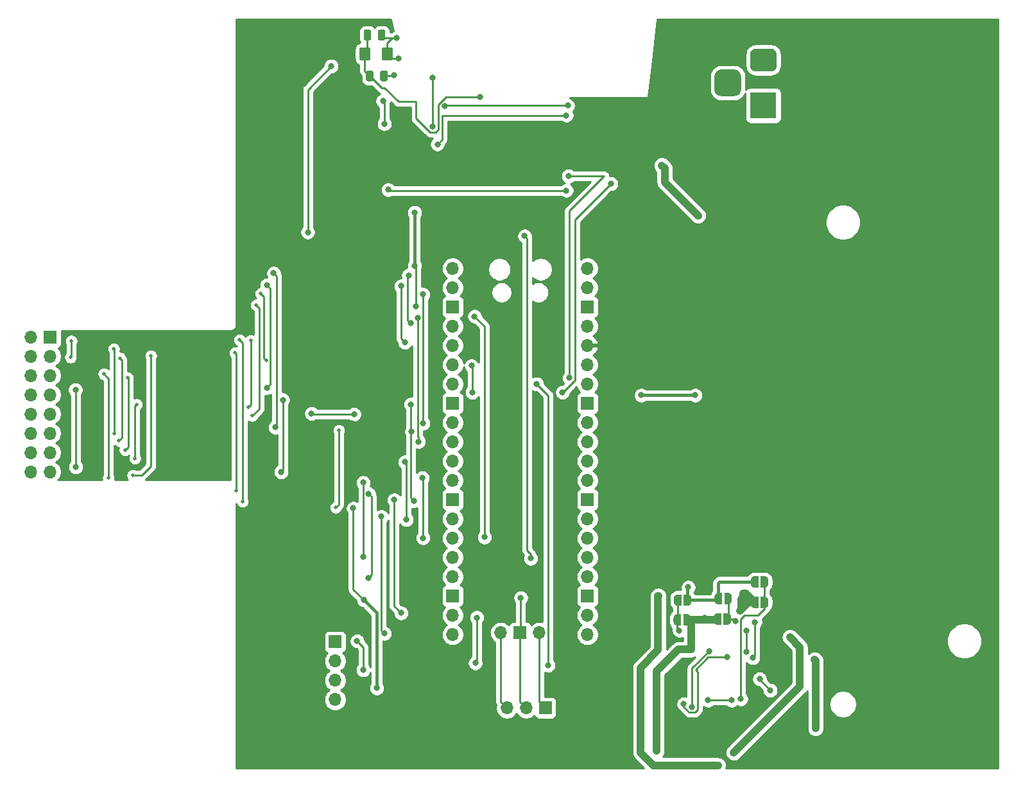
<source format=gbr>
G04 #@! TF.GenerationSoftware,KiCad,Pcbnew,5.1.5+dfsg1-2build2*
G04 #@! TF.CreationDate,2021-12-30T10:18:34+00:00*
G04 #@! TF.ProjectId,psion-org2-bluetooth-adapter,7073696f-6e2d-46f7-9267-322d626c7565,rev?*
G04 #@! TF.SameCoordinates,Original*
G04 #@! TF.FileFunction,Copper,L2,Bot*
G04 #@! TF.FilePolarity,Positive*
%FSLAX46Y46*%
G04 Gerber Fmt 4.6, Leading zero omitted, Abs format (unit mm)*
G04 Created by KiCad (PCBNEW 5.1.5+dfsg1-2build2) date 2021-12-30 10:18:34*
%MOMM*%
%LPD*%
G04 APERTURE LIST*
%ADD10C,0.100000*%
%ADD11R,3.500000X3.500000*%
%ADD12O,1.700000X1.700000*%
%ADD13R,1.700000X1.700000*%
%ADD14C,0.500000*%
%ADD15C,0.800000*%
%ADD16C,0.250000*%
%ADD17C,0.400000*%
%ADD18C,1.000000*%
%ADD19C,0.500000*%
%ADD20C,0.254000*%
G04 APERTURE END LIST*
G04 #@! TA.AperFunction,SMDPad,CuDef*
D10*
G36*
X171350000Y-124050602D02*
G01*
X171374534Y-124050602D01*
X171423365Y-124055412D01*
X171471490Y-124064984D01*
X171518445Y-124079228D01*
X171563778Y-124098005D01*
X171607051Y-124121136D01*
X171647850Y-124148396D01*
X171685779Y-124179524D01*
X171720476Y-124214221D01*
X171751604Y-124252150D01*
X171778864Y-124292949D01*
X171801995Y-124336222D01*
X171820772Y-124381555D01*
X171835016Y-124428510D01*
X171844588Y-124476635D01*
X171849398Y-124525466D01*
X171849398Y-124550000D01*
X171850000Y-124550000D01*
X171850000Y-125050000D01*
X171849398Y-125050000D01*
X171849398Y-125074534D01*
X171844588Y-125123365D01*
X171835016Y-125171490D01*
X171820772Y-125218445D01*
X171801995Y-125263778D01*
X171778864Y-125307051D01*
X171751604Y-125347850D01*
X171720476Y-125385779D01*
X171685779Y-125420476D01*
X171647850Y-125451604D01*
X171607051Y-125478864D01*
X171563778Y-125501995D01*
X171518445Y-125520772D01*
X171471490Y-125535016D01*
X171423365Y-125544588D01*
X171374534Y-125549398D01*
X171350000Y-125549398D01*
X171350000Y-125550000D01*
X170850000Y-125550000D01*
X170850000Y-124050000D01*
X171350000Y-124050000D01*
X171350000Y-124050602D01*
G37*
G04 #@! TD.AperFunction*
G04 #@! TA.AperFunction,SMDPad,CuDef*
G36*
X170550000Y-125550000D02*
G01*
X170050000Y-125550000D01*
X170050000Y-125549398D01*
X170025466Y-125549398D01*
X169976635Y-125544588D01*
X169928510Y-125535016D01*
X169881555Y-125520772D01*
X169836222Y-125501995D01*
X169792949Y-125478864D01*
X169752150Y-125451604D01*
X169714221Y-125420476D01*
X169679524Y-125385779D01*
X169648396Y-125347850D01*
X169621136Y-125307051D01*
X169598005Y-125263778D01*
X169579228Y-125218445D01*
X169564984Y-125171490D01*
X169555412Y-125123365D01*
X169550602Y-125074534D01*
X169550602Y-125050000D01*
X169550000Y-125050000D01*
X169550000Y-124550000D01*
X169550602Y-124550000D01*
X169550602Y-124525466D01*
X169555412Y-124476635D01*
X169564984Y-124428510D01*
X169579228Y-124381555D01*
X169598005Y-124336222D01*
X169621136Y-124292949D01*
X169648396Y-124252150D01*
X169679524Y-124214221D01*
X169714221Y-124179524D01*
X169752150Y-124148396D01*
X169792949Y-124121136D01*
X169836222Y-124098005D01*
X169881555Y-124079228D01*
X169928510Y-124064984D01*
X169976635Y-124055412D01*
X170025466Y-124050602D01*
X170050000Y-124050602D01*
X170050000Y-124050000D01*
X170550000Y-124050000D01*
X170550000Y-125550000D01*
G37*
G04 #@! TD.AperFunction*
G04 #@! TA.AperFunction,ComponentPad*
G36*
X172360765Y-52354213D02*
G01*
X172445704Y-52366813D01*
X172528999Y-52387677D01*
X172609848Y-52416605D01*
X172687472Y-52453319D01*
X172761124Y-52497464D01*
X172830094Y-52548616D01*
X172893718Y-52606282D01*
X172951384Y-52669906D01*
X173002536Y-52738876D01*
X173046681Y-52812528D01*
X173083395Y-52890152D01*
X173112323Y-52971001D01*
X173133187Y-53054296D01*
X173145787Y-53139235D01*
X173150000Y-53225000D01*
X173150000Y-54975000D01*
X173145787Y-55060765D01*
X173133187Y-55145704D01*
X173112323Y-55228999D01*
X173083395Y-55309848D01*
X173046681Y-55387472D01*
X173002536Y-55461124D01*
X172951384Y-55530094D01*
X172893718Y-55593718D01*
X172830094Y-55651384D01*
X172761124Y-55702536D01*
X172687472Y-55746681D01*
X172609848Y-55783395D01*
X172528999Y-55812323D01*
X172445704Y-55833187D01*
X172360765Y-55845787D01*
X172275000Y-55850000D01*
X170525000Y-55850000D01*
X170439235Y-55845787D01*
X170354296Y-55833187D01*
X170271001Y-55812323D01*
X170190152Y-55783395D01*
X170112528Y-55746681D01*
X170038876Y-55702536D01*
X169969906Y-55651384D01*
X169906282Y-55593718D01*
X169848616Y-55530094D01*
X169797464Y-55461124D01*
X169753319Y-55387472D01*
X169716605Y-55309848D01*
X169687677Y-55228999D01*
X169666813Y-55145704D01*
X169654213Y-55060765D01*
X169650000Y-54975000D01*
X169650000Y-53225000D01*
X169654213Y-53139235D01*
X169666813Y-53054296D01*
X169687677Y-52971001D01*
X169716605Y-52890152D01*
X169753319Y-52812528D01*
X169797464Y-52738876D01*
X169848616Y-52669906D01*
X169906282Y-52606282D01*
X169969906Y-52548616D01*
X170038876Y-52497464D01*
X170112528Y-52453319D01*
X170190152Y-52416605D01*
X170271001Y-52387677D01*
X170354296Y-52366813D01*
X170439235Y-52354213D01*
X170525000Y-52350000D01*
X172275000Y-52350000D01*
X172360765Y-52354213D01*
G37*
G04 #@! TD.AperFunction*
G04 #@! TA.AperFunction,ComponentPad*
G36*
X177173513Y-49603611D02*
G01*
X177246318Y-49614411D01*
X177317714Y-49632295D01*
X177387013Y-49657090D01*
X177453548Y-49688559D01*
X177516678Y-49726398D01*
X177575795Y-49770242D01*
X177630330Y-49819670D01*
X177679758Y-49874205D01*
X177723602Y-49933322D01*
X177761441Y-49996452D01*
X177792910Y-50062987D01*
X177817705Y-50132286D01*
X177835589Y-50203682D01*
X177846389Y-50276487D01*
X177850000Y-50350000D01*
X177850000Y-51850000D01*
X177846389Y-51923513D01*
X177835589Y-51996318D01*
X177817705Y-52067714D01*
X177792910Y-52137013D01*
X177761441Y-52203548D01*
X177723602Y-52266678D01*
X177679758Y-52325795D01*
X177630330Y-52380330D01*
X177575795Y-52429758D01*
X177516678Y-52473602D01*
X177453548Y-52511441D01*
X177387013Y-52542910D01*
X177317714Y-52567705D01*
X177246318Y-52585589D01*
X177173513Y-52596389D01*
X177100000Y-52600000D01*
X175100000Y-52600000D01*
X175026487Y-52596389D01*
X174953682Y-52585589D01*
X174882286Y-52567705D01*
X174812987Y-52542910D01*
X174746452Y-52511441D01*
X174683322Y-52473602D01*
X174624205Y-52429758D01*
X174569670Y-52380330D01*
X174520242Y-52325795D01*
X174476398Y-52266678D01*
X174438559Y-52203548D01*
X174407090Y-52137013D01*
X174382295Y-52067714D01*
X174364411Y-51996318D01*
X174353611Y-51923513D01*
X174350000Y-51850000D01*
X174350000Y-50350000D01*
X174353611Y-50276487D01*
X174364411Y-50203682D01*
X174382295Y-50132286D01*
X174407090Y-50062987D01*
X174438559Y-49996452D01*
X174476398Y-49933322D01*
X174520242Y-49874205D01*
X174569670Y-49819670D01*
X174624205Y-49770242D01*
X174683322Y-49726398D01*
X174746452Y-49688559D01*
X174812987Y-49657090D01*
X174882286Y-49632295D01*
X174953682Y-49614411D01*
X175026487Y-49603611D01*
X175100000Y-49600000D01*
X177100000Y-49600000D01*
X177173513Y-49603611D01*
G37*
G04 #@! TD.AperFunction*
D11*
X176100000Y-57100000D03*
G04 #@! TA.AperFunction,SMDPad,CuDef*
D10*
G36*
X174950000Y-120649398D02*
G01*
X174925466Y-120649398D01*
X174876635Y-120644588D01*
X174828510Y-120635016D01*
X174781555Y-120620772D01*
X174736222Y-120601995D01*
X174692949Y-120578864D01*
X174652150Y-120551604D01*
X174614221Y-120520476D01*
X174579524Y-120485779D01*
X174548396Y-120447850D01*
X174521136Y-120407051D01*
X174498005Y-120363778D01*
X174479228Y-120318445D01*
X174464984Y-120271490D01*
X174455412Y-120223365D01*
X174450602Y-120174534D01*
X174450602Y-120150000D01*
X174450000Y-120150000D01*
X174450000Y-119650000D01*
X174450602Y-119650000D01*
X174450602Y-119625466D01*
X174455412Y-119576635D01*
X174464984Y-119528510D01*
X174479228Y-119481555D01*
X174498005Y-119436222D01*
X174521136Y-119392949D01*
X174548396Y-119352150D01*
X174579524Y-119314221D01*
X174614221Y-119279524D01*
X174652150Y-119248396D01*
X174692949Y-119221136D01*
X174736222Y-119198005D01*
X174781555Y-119179228D01*
X174828510Y-119164984D01*
X174876635Y-119155412D01*
X174925466Y-119150602D01*
X174950000Y-119150602D01*
X174950000Y-119150000D01*
X175450000Y-119150000D01*
X175450000Y-120650000D01*
X174950000Y-120650000D01*
X174950000Y-120649398D01*
G37*
G04 #@! TD.AperFunction*
G04 #@! TA.AperFunction,SMDPad,CuDef*
G36*
X175750000Y-119150000D02*
G01*
X176250000Y-119150000D01*
X176250000Y-119150602D01*
X176274534Y-119150602D01*
X176323365Y-119155412D01*
X176371490Y-119164984D01*
X176418445Y-119179228D01*
X176463778Y-119198005D01*
X176507051Y-119221136D01*
X176547850Y-119248396D01*
X176585779Y-119279524D01*
X176620476Y-119314221D01*
X176651604Y-119352150D01*
X176678864Y-119392949D01*
X176701995Y-119436222D01*
X176720772Y-119481555D01*
X176735016Y-119528510D01*
X176744588Y-119576635D01*
X176749398Y-119625466D01*
X176749398Y-119650000D01*
X176750000Y-119650000D01*
X176750000Y-120150000D01*
X176749398Y-120150000D01*
X176749398Y-120174534D01*
X176744588Y-120223365D01*
X176735016Y-120271490D01*
X176720772Y-120318445D01*
X176701995Y-120363778D01*
X176678864Y-120407051D01*
X176651604Y-120447850D01*
X176620476Y-120485779D01*
X176585779Y-120520476D01*
X176547850Y-120551604D01*
X176507051Y-120578864D01*
X176463778Y-120601995D01*
X176418445Y-120620772D01*
X176371490Y-120635016D01*
X176323365Y-120644588D01*
X176274534Y-120649398D01*
X176250000Y-120649398D01*
X176250000Y-120650000D01*
X175750000Y-120650000D01*
X175750000Y-119150000D01*
G37*
G04 #@! TD.AperFunction*
G04 #@! TA.AperFunction,SMDPad,CuDef*
G36*
X174950000Y-123349398D02*
G01*
X174925466Y-123349398D01*
X174876635Y-123344588D01*
X174828510Y-123335016D01*
X174781555Y-123320772D01*
X174736222Y-123301995D01*
X174692949Y-123278864D01*
X174652150Y-123251604D01*
X174614221Y-123220476D01*
X174579524Y-123185779D01*
X174548396Y-123147850D01*
X174521136Y-123107051D01*
X174498005Y-123063778D01*
X174479228Y-123018445D01*
X174464984Y-122971490D01*
X174455412Y-122923365D01*
X174450602Y-122874534D01*
X174450602Y-122850000D01*
X174450000Y-122850000D01*
X174450000Y-122350000D01*
X174450602Y-122350000D01*
X174450602Y-122325466D01*
X174455412Y-122276635D01*
X174464984Y-122228510D01*
X174479228Y-122181555D01*
X174498005Y-122136222D01*
X174521136Y-122092949D01*
X174548396Y-122052150D01*
X174579524Y-122014221D01*
X174614221Y-121979524D01*
X174652150Y-121948396D01*
X174692949Y-121921136D01*
X174736222Y-121898005D01*
X174781555Y-121879228D01*
X174828510Y-121864984D01*
X174876635Y-121855412D01*
X174925466Y-121850602D01*
X174950000Y-121850602D01*
X174950000Y-121850000D01*
X175450000Y-121850000D01*
X175450000Y-123350000D01*
X174950000Y-123350000D01*
X174950000Y-123349398D01*
G37*
G04 #@! TD.AperFunction*
G04 #@! TA.AperFunction,SMDPad,CuDef*
G36*
X175750000Y-121850000D02*
G01*
X176250000Y-121850000D01*
X176250000Y-121850602D01*
X176274534Y-121850602D01*
X176323365Y-121855412D01*
X176371490Y-121864984D01*
X176418445Y-121879228D01*
X176463778Y-121898005D01*
X176507051Y-121921136D01*
X176547850Y-121948396D01*
X176585779Y-121979524D01*
X176620476Y-122014221D01*
X176651604Y-122052150D01*
X176678864Y-122092949D01*
X176701995Y-122136222D01*
X176720772Y-122181555D01*
X176735016Y-122228510D01*
X176744588Y-122276635D01*
X176749398Y-122325466D01*
X176749398Y-122350000D01*
X176750000Y-122350000D01*
X176750000Y-122850000D01*
X176749398Y-122850000D01*
X176749398Y-122874534D01*
X176744588Y-122923365D01*
X176735016Y-122971490D01*
X176720772Y-123018445D01*
X176701995Y-123063778D01*
X176678864Y-123107051D01*
X176651604Y-123147850D01*
X176620476Y-123185779D01*
X176585779Y-123220476D01*
X176547850Y-123251604D01*
X176507051Y-123278864D01*
X176463778Y-123301995D01*
X176418445Y-123320772D01*
X176371490Y-123335016D01*
X176323365Y-123344588D01*
X176274534Y-123349398D01*
X176250000Y-123349398D01*
X176250000Y-123350000D01*
X175750000Y-123350000D01*
X175750000Y-121850000D01*
G37*
G04 #@! TD.AperFunction*
G04 #@! TA.AperFunction,SMDPad,CuDef*
G36*
X171450000Y-121350602D02*
G01*
X171474534Y-121350602D01*
X171523365Y-121355412D01*
X171571490Y-121364984D01*
X171618445Y-121379228D01*
X171663778Y-121398005D01*
X171707051Y-121421136D01*
X171747850Y-121448396D01*
X171785779Y-121479524D01*
X171820476Y-121514221D01*
X171851604Y-121552150D01*
X171878864Y-121592949D01*
X171901995Y-121636222D01*
X171920772Y-121681555D01*
X171935016Y-121728510D01*
X171944588Y-121776635D01*
X171949398Y-121825466D01*
X171949398Y-121850000D01*
X171950000Y-121850000D01*
X171950000Y-122350000D01*
X171949398Y-122350000D01*
X171949398Y-122374534D01*
X171944588Y-122423365D01*
X171935016Y-122471490D01*
X171920772Y-122518445D01*
X171901995Y-122563778D01*
X171878864Y-122607051D01*
X171851604Y-122647850D01*
X171820476Y-122685779D01*
X171785779Y-122720476D01*
X171747850Y-122751604D01*
X171707051Y-122778864D01*
X171663778Y-122801995D01*
X171618445Y-122820772D01*
X171571490Y-122835016D01*
X171523365Y-122844588D01*
X171474534Y-122849398D01*
X171450000Y-122849398D01*
X171450000Y-122850000D01*
X170950000Y-122850000D01*
X170950000Y-121350000D01*
X171450000Y-121350000D01*
X171450000Y-121350602D01*
G37*
G04 #@! TD.AperFunction*
G04 #@! TA.AperFunction,SMDPad,CuDef*
G36*
X170650000Y-122850000D02*
G01*
X170150000Y-122850000D01*
X170150000Y-122849398D01*
X170125466Y-122849398D01*
X170076635Y-122844588D01*
X170028510Y-122835016D01*
X169981555Y-122820772D01*
X169936222Y-122801995D01*
X169892949Y-122778864D01*
X169852150Y-122751604D01*
X169814221Y-122720476D01*
X169779524Y-122685779D01*
X169748396Y-122647850D01*
X169721136Y-122607051D01*
X169698005Y-122563778D01*
X169679228Y-122518445D01*
X169664984Y-122471490D01*
X169655412Y-122423365D01*
X169650602Y-122374534D01*
X169650602Y-122350000D01*
X169650000Y-122350000D01*
X169650000Y-121850000D01*
X169650602Y-121850000D01*
X169650602Y-121825466D01*
X169655412Y-121776635D01*
X169664984Y-121728510D01*
X169679228Y-121681555D01*
X169698005Y-121636222D01*
X169721136Y-121592949D01*
X169748396Y-121552150D01*
X169779524Y-121514221D01*
X169814221Y-121479524D01*
X169852150Y-121448396D01*
X169892949Y-121421136D01*
X169936222Y-121398005D01*
X169981555Y-121379228D01*
X170028510Y-121364984D01*
X170076635Y-121355412D01*
X170125466Y-121350602D01*
X170150000Y-121350602D01*
X170150000Y-121350000D01*
X170650000Y-121350000D01*
X170650000Y-122850000D01*
G37*
G04 #@! TD.AperFunction*
G04 #@! TA.AperFunction,SMDPad,CuDef*
G36*
X164800000Y-123049398D02*
G01*
X164775466Y-123049398D01*
X164726635Y-123044588D01*
X164678510Y-123035016D01*
X164631555Y-123020772D01*
X164586222Y-123001995D01*
X164542949Y-122978864D01*
X164502150Y-122951604D01*
X164464221Y-122920476D01*
X164429524Y-122885779D01*
X164398396Y-122847850D01*
X164371136Y-122807051D01*
X164348005Y-122763778D01*
X164329228Y-122718445D01*
X164314984Y-122671490D01*
X164305412Y-122623365D01*
X164300602Y-122574534D01*
X164300602Y-122550000D01*
X164300000Y-122550000D01*
X164300000Y-122050000D01*
X164300602Y-122050000D01*
X164300602Y-122025466D01*
X164305412Y-121976635D01*
X164314984Y-121928510D01*
X164329228Y-121881555D01*
X164348005Y-121836222D01*
X164371136Y-121792949D01*
X164398396Y-121752150D01*
X164429524Y-121714221D01*
X164464221Y-121679524D01*
X164502150Y-121648396D01*
X164542949Y-121621136D01*
X164586222Y-121598005D01*
X164631555Y-121579228D01*
X164678510Y-121564984D01*
X164726635Y-121555412D01*
X164775466Y-121550602D01*
X164800000Y-121550602D01*
X164800000Y-121550000D01*
X165300000Y-121550000D01*
X165300000Y-123050000D01*
X164800000Y-123050000D01*
X164800000Y-123049398D01*
G37*
G04 #@! TD.AperFunction*
G04 #@! TA.AperFunction,SMDPad,CuDef*
G36*
X165600000Y-121550000D02*
G01*
X166100000Y-121550000D01*
X166100000Y-121550602D01*
X166124534Y-121550602D01*
X166173365Y-121555412D01*
X166221490Y-121564984D01*
X166268445Y-121579228D01*
X166313778Y-121598005D01*
X166357051Y-121621136D01*
X166397850Y-121648396D01*
X166435779Y-121679524D01*
X166470476Y-121714221D01*
X166501604Y-121752150D01*
X166528864Y-121792949D01*
X166551995Y-121836222D01*
X166570772Y-121881555D01*
X166585016Y-121928510D01*
X166594588Y-121976635D01*
X166599398Y-122025466D01*
X166599398Y-122050000D01*
X166600000Y-122050000D01*
X166600000Y-122550000D01*
X166599398Y-122550000D01*
X166599398Y-122574534D01*
X166594588Y-122623365D01*
X166585016Y-122671490D01*
X166570772Y-122718445D01*
X166551995Y-122763778D01*
X166528864Y-122807051D01*
X166501604Y-122847850D01*
X166470476Y-122885779D01*
X166435779Y-122920476D01*
X166397850Y-122951604D01*
X166357051Y-122978864D01*
X166313778Y-123001995D01*
X166268445Y-123020772D01*
X166221490Y-123035016D01*
X166173365Y-123044588D01*
X166124534Y-123049398D01*
X166100000Y-123049398D01*
X166100000Y-123050000D01*
X165600000Y-123050000D01*
X165600000Y-121550000D01*
G37*
G04 #@! TD.AperFunction*
G04 #@! TA.AperFunction,SMDPad,CuDef*
G36*
X164750000Y-125649398D02*
G01*
X164725466Y-125649398D01*
X164676635Y-125644588D01*
X164628510Y-125635016D01*
X164581555Y-125620772D01*
X164536222Y-125601995D01*
X164492949Y-125578864D01*
X164452150Y-125551604D01*
X164414221Y-125520476D01*
X164379524Y-125485779D01*
X164348396Y-125447850D01*
X164321136Y-125407051D01*
X164298005Y-125363778D01*
X164279228Y-125318445D01*
X164264984Y-125271490D01*
X164255412Y-125223365D01*
X164250602Y-125174534D01*
X164250602Y-125150000D01*
X164250000Y-125150000D01*
X164250000Y-124650000D01*
X164250602Y-124650000D01*
X164250602Y-124625466D01*
X164255412Y-124576635D01*
X164264984Y-124528510D01*
X164279228Y-124481555D01*
X164298005Y-124436222D01*
X164321136Y-124392949D01*
X164348396Y-124352150D01*
X164379524Y-124314221D01*
X164414221Y-124279524D01*
X164452150Y-124248396D01*
X164492949Y-124221136D01*
X164536222Y-124198005D01*
X164581555Y-124179228D01*
X164628510Y-124164984D01*
X164676635Y-124155412D01*
X164725466Y-124150602D01*
X164750000Y-124150602D01*
X164750000Y-124150000D01*
X165250000Y-124150000D01*
X165250000Y-125650000D01*
X164750000Y-125650000D01*
X164750000Y-125649398D01*
G37*
G04 #@! TD.AperFunction*
G04 #@! TA.AperFunction,SMDPad,CuDef*
G36*
X165550000Y-124150000D02*
G01*
X166050000Y-124150000D01*
X166050000Y-124150602D01*
X166074534Y-124150602D01*
X166123365Y-124155412D01*
X166171490Y-124164984D01*
X166218445Y-124179228D01*
X166263778Y-124198005D01*
X166307051Y-124221136D01*
X166347850Y-124248396D01*
X166385779Y-124279524D01*
X166420476Y-124314221D01*
X166451604Y-124352150D01*
X166478864Y-124392949D01*
X166501995Y-124436222D01*
X166520772Y-124481555D01*
X166535016Y-124528510D01*
X166544588Y-124576635D01*
X166549398Y-124625466D01*
X166549398Y-124650000D01*
X166550000Y-124650000D01*
X166550000Y-125150000D01*
X166549398Y-125150000D01*
X166549398Y-125174534D01*
X166544588Y-125223365D01*
X166535016Y-125271490D01*
X166520772Y-125318445D01*
X166501995Y-125363778D01*
X166478864Y-125407051D01*
X166451604Y-125447850D01*
X166420476Y-125485779D01*
X166385779Y-125520476D01*
X166347850Y-125551604D01*
X166307051Y-125578864D01*
X166263778Y-125601995D01*
X166218445Y-125620772D01*
X166171490Y-125635016D01*
X166123365Y-125644588D01*
X166074534Y-125649398D01*
X166050000Y-125649398D01*
X166050000Y-125650000D01*
X165550000Y-125650000D01*
X165550000Y-124150000D01*
G37*
G04 #@! TD.AperFunction*
G04 #@! TA.AperFunction,SMDPad,CuDef*
G36*
X126974504Y-49426204D02*
G01*
X126998773Y-49429804D01*
X127022571Y-49435765D01*
X127045671Y-49444030D01*
X127067849Y-49454520D01*
X127088893Y-49467133D01*
X127108598Y-49481747D01*
X127126777Y-49498223D01*
X127143253Y-49516402D01*
X127157867Y-49536107D01*
X127170480Y-49557151D01*
X127180970Y-49579329D01*
X127189235Y-49602429D01*
X127195196Y-49626227D01*
X127198796Y-49650496D01*
X127200000Y-49675000D01*
X127200000Y-50925000D01*
X127198796Y-50949504D01*
X127195196Y-50973773D01*
X127189235Y-50997571D01*
X127180970Y-51020671D01*
X127170480Y-51042849D01*
X127157867Y-51063893D01*
X127143253Y-51083598D01*
X127126777Y-51101777D01*
X127108598Y-51118253D01*
X127088893Y-51132867D01*
X127067849Y-51145480D01*
X127045671Y-51155970D01*
X127022571Y-51164235D01*
X126998773Y-51170196D01*
X126974504Y-51173796D01*
X126950000Y-51175000D01*
X126025000Y-51175000D01*
X126000496Y-51173796D01*
X125976227Y-51170196D01*
X125952429Y-51164235D01*
X125929329Y-51155970D01*
X125907151Y-51145480D01*
X125886107Y-51132867D01*
X125866402Y-51118253D01*
X125848223Y-51101777D01*
X125831747Y-51083598D01*
X125817133Y-51063893D01*
X125804520Y-51042849D01*
X125794030Y-51020671D01*
X125785765Y-50997571D01*
X125779804Y-50973773D01*
X125776204Y-50949504D01*
X125775000Y-50925000D01*
X125775000Y-49675000D01*
X125776204Y-49650496D01*
X125779804Y-49626227D01*
X125785765Y-49602429D01*
X125794030Y-49579329D01*
X125804520Y-49557151D01*
X125817133Y-49536107D01*
X125831747Y-49516402D01*
X125848223Y-49498223D01*
X125866402Y-49481747D01*
X125886107Y-49467133D01*
X125907151Y-49454520D01*
X125929329Y-49444030D01*
X125952429Y-49435765D01*
X125976227Y-49429804D01*
X126000496Y-49426204D01*
X126025000Y-49425000D01*
X126950000Y-49425000D01*
X126974504Y-49426204D01*
G37*
G04 #@! TD.AperFunction*
G04 #@! TA.AperFunction,SMDPad,CuDef*
G36*
X123999504Y-49426204D02*
G01*
X124023773Y-49429804D01*
X124047571Y-49435765D01*
X124070671Y-49444030D01*
X124092849Y-49454520D01*
X124113893Y-49467133D01*
X124133598Y-49481747D01*
X124151777Y-49498223D01*
X124168253Y-49516402D01*
X124182867Y-49536107D01*
X124195480Y-49557151D01*
X124205970Y-49579329D01*
X124214235Y-49602429D01*
X124220196Y-49626227D01*
X124223796Y-49650496D01*
X124225000Y-49675000D01*
X124225000Y-50925000D01*
X124223796Y-50949504D01*
X124220196Y-50973773D01*
X124214235Y-50997571D01*
X124205970Y-51020671D01*
X124195480Y-51042849D01*
X124182867Y-51063893D01*
X124168253Y-51083598D01*
X124151777Y-51101777D01*
X124133598Y-51118253D01*
X124113893Y-51132867D01*
X124092849Y-51145480D01*
X124070671Y-51155970D01*
X124047571Y-51164235D01*
X124023773Y-51170196D01*
X123999504Y-51173796D01*
X123975000Y-51175000D01*
X123050000Y-51175000D01*
X123025496Y-51173796D01*
X123001227Y-51170196D01*
X122977429Y-51164235D01*
X122954329Y-51155970D01*
X122932151Y-51145480D01*
X122911107Y-51132867D01*
X122891402Y-51118253D01*
X122873223Y-51101777D01*
X122856747Y-51083598D01*
X122842133Y-51063893D01*
X122829520Y-51042849D01*
X122819030Y-51020671D01*
X122810765Y-50997571D01*
X122804804Y-50973773D01*
X122801204Y-50949504D01*
X122800000Y-50925000D01*
X122800000Y-49675000D01*
X122801204Y-49650496D01*
X122804804Y-49626227D01*
X122810765Y-49602429D01*
X122819030Y-49579329D01*
X122829520Y-49557151D01*
X122842133Y-49536107D01*
X122856747Y-49516402D01*
X122873223Y-49498223D01*
X122891402Y-49481747D01*
X122911107Y-49467133D01*
X122932151Y-49454520D01*
X122954329Y-49444030D01*
X122977429Y-49435765D01*
X123001227Y-49429804D01*
X123025496Y-49426204D01*
X123050000Y-49425000D01*
X123975000Y-49425000D01*
X123999504Y-49426204D01*
G37*
G04 #@! TD.AperFunction*
D12*
X79460000Y-105380000D03*
X82000000Y-105380000D03*
X79460000Y-102840000D03*
X82000000Y-102840000D03*
X79460000Y-100300000D03*
X82000000Y-100300000D03*
X79460000Y-97760000D03*
X82000000Y-97760000D03*
X79460000Y-95220000D03*
X82000000Y-95220000D03*
X79460000Y-92680000D03*
X82000000Y-92680000D03*
X79460000Y-90140000D03*
X82000000Y-90140000D03*
X79460000Y-87600000D03*
D13*
X82000000Y-87680000D03*
D12*
X146540000Y-126600000D03*
D13*
X144000000Y-126600000D03*
D12*
X141460000Y-126600000D03*
X152890000Y-78570000D03*
X152890000Y-81110000D03*
D13*
X152890000Y-83650000D03*
D12*
X152890000Y-86190000D03*
X152890000Y-88730000D03*
X152890000Y-91270000D03*
X152890000Y-93810000D03*
D13*
X152890000Y-96350000D03*
D12*
X152890000Y-98890000D03*
X152890000Y-101430000D03*
X152890000Y-103970000D03*
X152890000Y-106510000D03*
D13*
X152890000Y-109050000D03*
D12*
X152890000Y-111590000D03*
X152890000Y-114130000D03*
X152890000Y-116670000D03*
X152890000Y-119210000D03*
D13*
X152890000Y-121750000D03*
D12*
X152890000Y-124290000D03*
X152890000Y-126830000D03*
X135110000Y-126830000D03*
X135110000Y-124290000D03*
D13*
X135110000Y-121750000D03*
D12*
X135110000Y-119210000D03*
X135110000Y-116670000D03*
X135110000Y-114130000D03*
X135110000Y-111590000D03*
D13*
X135110000Y-109050000D03*
D12*
X135110000Y-106510000D03*
X135110000Y-103970000D03*
X135110000Y-101430000D03*
X135110000Y-98890000D03*
D13*
X135110000Y-96350000D03*
D12*
X135110000Y-93810000D03*
X135110000Y-91270000D03*
X135110000Y-88730000D03*
X135110000Y-86190000D03*
D13*
X135110000Y-83650000D03*
D12*
X135110000Y-81110000D03*
X135110000Y-78570000D03*
G04 #@! TA.AperFunction,SMDPad,CuDef*
D10*
G36*
X124430142Y-52501174D02*
G01*
X124453803Y-52504684D01*
X124477007Y-52510496D01*
X124499529Y-52518554D01*
X124521153Y-52528782D01*
X124541670Y-52541079D01*
X124560883Y-52555329D01*
X124578607Y-52571393D01*
X124594671Y-52589117D01*
X124608921Y-52608330D01*
X124621218Y-52628847D01*
X124631446Y-52650471D01*
X124639504Y-52672993D01*
X124645316Y-52696197D01*
X124648826Y-52719858D01*
X124650000Y-52743750D01*
X124650000Y-53656250D01*
X124648826Y-53680142D01*
X124645316Y-53703803D01*
X124639504Y-53727007D01*
X124631446Y-53749529D01*
X124621218Y-53771153D01*
X124608921Y-53791670D01*
X124594671Y-53810883D01*
X124578607Y-53828607D01*
X124560883Y-53844671D01*
X124541670Y-53858921D01*
X124521153Y-53871218D01*
X124499529Y-53881446D01*
X124477007Y-53889504D01*
X124453803Y-53895316D01*
X124430142Y-53898826D01*
X124406250Y-53900000D01*
X123918750Y-53900000D01*
X123894858Y-53898826D01*
X123871197Y-53895316D01*
X123847993Y-53889504D01*
X123825471Y-53881446D01*
X123803847Y-53871218D01*
X123783330Y-53858921D01*
X123764117Y-53844671D01*
X123746393Y-53828607D01*
X123730329Y-53810883D01*
X123716079Y-53791670D01*
X123703782Y-53771153D01*
X123693554Y-53749529D01*
X123685496Y-53727007D01*
X123679684Y-53703803D01*
X123676174Y-53680142D01*
X123675000Y-53656250D01*
X123675000Y-52743750D01*
X123676174Y-52719858D01*
X123679684Y-52696197D01*
X123685496Y-52672993D01*
X123693554Y-52650471D01*
X123703782Y-52628847D01*
X123716079Y-52608330D01*
X123730329Y-52589117D01*
X123746393Y-52571393D01*
X123764117Y-52555329D01*
X123783330Y-52541079D01*
X123803847Y-52528782D01*
X123825471Y-52518554D01*
X123847993Y-52510496D01*
X123871197Y-52504684D01*
X123894858Y-52501174D01*
X123918750Y-52500000D01*
X124406250Y-52500000D01*
X124430142Y-52501174D01*
G37*
G04 #@! TD.AperFunction*
G04 #@! TA.AperFunction,SMDPad,CuDef*
G36*
X126305142Y-52501174D02*
G01*
X126328803Y-52504684D01*
X126352007Y-52510496D01*
X126374529Y-52518554D01*
X126396153Y-52528782D01*
X126416670Y-52541079D01*
X126435883Y-52555329D01*
X126453607Y-52571393D01*
X126469671Y-52589117D01*
X126483921Y-52608330D01*
X126496218Y-52628847D01*
X126506446Y-52650471D01*
X126514504Y-52672993D01*
X126520316Y-52696197D01*
X126523826Y-52719858D01*
X126525000Y-52743750D01*
X126525000Y-53656250D01*
X126523826Y-53680142D01*
X126520316Y-53703803D01*
X126514504Y-53727007D01*
X126506446Y-53749529D01*
X126496218Y-53771153D01*
X126483921Y-53791670D01*
X126469671Y-53810883D01*
X126453607Y-53828607D01*
X126435883Y-53844671D01*
X126416670Y-53858921D01*
X126396153Y-53871218D01*
X126374529Y-53881446D01*
X126352007Y-53889504D01*
X126328803Y-53895316D01*
X126305142Y-53898826D01*
X126281250Y-53900000D01*
X125793750Y-53900000D01*
X125769858Y-53898826D01*
X125746197Y-53895316D01*
X125722993Y-53889504D01*
X125700471Y-53881446D01*
X125678847Y-53871218D01*
X125658330Y-53858921D01*
X125639117Y-53844671D01*
X125621393Y-53828607D01*
X125605329Y-53810883D01*
X125591079Y-53791670D01*
X125578782Y-53771153D01*
X125568554Y-53749529D01*
X125560496Y-53727007D01*
X125554684Y-53703803D01*
X125551174Y-53680142D01*
X125550000Y-53656250D01*
X125550000Y-52743750D01*
X125551174Y-52719858D01*
X125554684Y-52696197D01*
X125560496Y-52672993D01*
X125568554Y-52650471D01*
X125578782Y-52628847D01*
X125591079Y-52608330D01*
X125605329Y-52589117D01*
X125621393Y-52571393D01*
X125639117Y-52555329D01*
X125658330Y-52541079D01*
X125678847Y-52528782D01*
X125700471Y-52518554D01*
X125722993Y-52510496D01*
X125746197Y-52504684D01*
X125769858Y-52501174D01*
X125793750Y-52500000D01*
X126281250Y-52500000D01*
X126305142Y-52501174D01*
G37*
G04 #@! TD.AperFunction*
D12*
X142260000Y-136500000D03*
X144800000Y-136500000D03*
D13*
X147340000Y-136500000D03*
D12*
X119600000Y-135420000D03*
X119600000Y-132880000D03*
X119600000Y-130340000D03*
D13*
X119600000Y-127800000D03*
G04 #@! TA.AperFunction,SMDPad,CuDef*
D10*
G36*
X126005142Y-47101174D02*
G01*
X126028803Y-47104684D01*
X126052007Y-47110496D01*
X126074529Y-47118554D01*
X126096153Y-47128782D01*
X126116670Y-47141079D01*
X126135883Y-47155329D01*
X126153607Y-47171393D01*
X126169671Y-47189117D01*
X126183921Y-47208330D01*
X126196218Y-47228847D01*
X126206446Y-47250471D01*
X126214504Y-47272993D01*
X126220316Y-47296197D01*
X126223826Y-47319858D01*
X126225000Y-47343750D01*
X126225000Y-48256250D01*
X126223826Y-48280142D01*
X126220316Y-48303803D01*
X126214504Y-48327007D01*
X126206446Y-48349529D01*
X126196218Y-48371153D01*
X126183921Y-48391670D01*
X126169671Y-48410883D01*
X126153607Y-48428607D01*
X126135883Y-48444671D01*
X126116670Y-48458921D01*
X126096153Y-48471218D01*
X126074529Y-48481446D01*
X126052007Y-48489504D01*
X126028803Y-48495316D01*
X126005142Y-48498826D01*
X125981250Y-48500000D01*
X125493750Y-48500000D01*
X125469858Y-48498826D01*
X125446197Y-48495316D01*
X125422993Y-48489504D01*
X125400471Y-48481446D01*
X125378847Y-48471218D01*
X125358330Y-48458921D01*
X125339117Y-48444671D01*
X125321393Y-48428607D01*
X125305329Y-48410883D01*
X125291079Y-48391670D01*
X125278782Y-48371153D01*
X125268554Y-48349529D01*
X125260496Y-48327007D01*
X125254684Y-48303803D01*
X125251174Y-48280142D01*
X125250000Y-48256250D01*
X125250000Y-47343750D01*
X125251174Y-47319858D01*
X125254684Y-47296197D01*
X125260496Y-47272993D01*
X125268554Y-47250471D01*
X125278782Y-47228847D01*
X125291079Y-47208330D01*
X125305329Y-47189117D01*
X125321393Y-47171393D01*
X125339117Y-47155329D01*
X125358330Y-47141079D01*
X125378847Y-47128782D01*
X125400471Y-47118554D01*
X125422993Y-47110496D01*
X125446197Y-47104684D01*
X125469858Y-47101174D01*
X125493750Y-47100000D01*
X125981250Y-47100000D01*
X126005142Y-47101174D01*
G37*
G04 #@! TD.AperFunction*
G04 #@! TA.AperFunction,SMDPad,CuDef*
G36*
X124130142Y-47101174D02*
G01*
X124153803Y-47104684D01*
X124177007Y-47110496D01*
X124199529Y-47118554D01*
X124221153Y-47128782D01*
X124241670Y-47141079D01*
X124260883Y-47155329D01*
X124278607Y-47171393D01*
X124294671Y-47189117D01*
X124308921Y-47208330D01*
X124321218Y-47228847D01*
X124331446Y-47250471D01*
X124339504Y-47272993D01*
X124345316Y-47296197D01*
X124348826Y-47319858D01*
X124350000Y-47343750D01*
X124350000Y-48256250D01*
X124348826Y-48280142D01*
X124345316Y-48303803D01*
X124339504Y-48327007D01*
X124331446Y-48349529D01*
X124321218Y-48371153D01*
X124308921Y-48391670D01*
X124294671Y-48410883D01*
X124278607Y-48428607D01*
X124260883Y-48444671D01*
X124241670Y-48458921D01*
X124221153Y-48471218D01*
X124199529Y-48481446D01*
X124177007Y-48489504D01*
X124153803Y-48495316D01*
X124130142Y-48498826D01*
X124106250Y-48500000D01*
X123618750Y-48500000D01*
X123594858Y-48498826D01*
X123571197Y-48495316D01*
X123547993Y-48489504D01*
X123525471Y-48481446D01*
X123503847Y-48471218D01*
X123483330Y-48458921D01*
X123464117Y-48444671D01*
X123446393Y-48428607D01*
X123430329Y-48410883D01*
X123416079Y-48391670D01*
X123403782Y-48371153D01*
X123393554Y-48349529D01*
X123385496Y-48327007D01*
X123379684Y-48303803D01*
X123376174Y-48280142D01*
X123375000Y-48256250D01*
X123375000Y-47343750D01*
X123376174Y-47319858D01*
X123379684Y-47296197D01*
X123385496Y-47272993D01*
X123393554Y-47250471D01*
X123403782Y-47228847D01*
X123416079Y-47208330D01*
X123430329Y-47189117D01*
X123446393Y-47171393D01*
X123464117Y-47155329D01*
X123483330Y-47141079D01*
X123503847Y-47128782D01*
X123525471Y-47118554D01*
X123547993Y-47110496D01*
X123571197Y-47104684D01*
X123594858Y-47101174D01*
X123618750Y-47100000D01*
X124106250Y-47100000D01*
X124130142Y-47101174D01*
G37*
G04 #@! TD.AperFunction*
D14*
X119700000Y-110100000D03*
X120100000Y-99900000D03*
X108500000Y-88100000D03*
X108125000Y-96900000D03*
D15*
X130300000Y-83600000D03*
X130100000Y-78200000D03*
X130000000Y-109200000D03*
X129700000Y-100100000D03*
X166200000Y-120600000D03*
X162200000Y-128900000D03*
X162250000Y-121750000D03*
X183000000Y-139200000D03*
X182862500Y-130162500D03*
X170100000Y-144100000D03*
X144100000Y-122000000D03*
X132500000Y-59900000D03*
X132500000Y-53400000D03*
X127700000Y-48200000D03*
X128000000Y-50900000D03*
X130100000Y-71200000D03*
X160000000Y-95300000D03*
X167100000Y-95300000D03*
X123400000Y-122300000D03*
X125100000Y-133900000D03*
X129600000Y-96500000D03*
X122000000Y-110200000D03*
X111500000Y-79200000D03*
X111700000Y-99530000D03*
X110600000Y-80800000D03*
X110600000Y-94300000D03*
X85400000Y-104749999D03*
X85350000Y-94580001D03*
D14*
X109200000Y-83400000D03*
X108700000Y-98000000D03*
X109800000Y-81900000D03*
X110500000Y-90700000D03*
X95300000Y-90100000D03*
X92900000Y-105880000D03*
X106525000Y-107900000D03*
X106400000Y-89700000D03*
X84800000Y-88130001D03*
X84700000Y-90300000D03*
X107400000Y-109300000D03*
X107000000Y-88000000D03*
D15*
X112700000Y-95900000D03*
X112500000Y-105400000D03*
D14*
X89700000Y-106200000D03*
X89100000Y-92500000D03*
X91900000Y-102500000D03*
X92224999Y-93000000D03*
X93200000Y-103600000D03*
X93400000Y-96500000D03*
X90500000Y-100300000D03*
X90400000Y-89200000D03*
X91100000Y-101300000D03*
X91225000Y-90400000D03*
D15*
X114700000Y-75500000D03*
X114700000Y-70700000D03*
X114400000Y-124800000D03*
X117800000Y-99000000D03*
X121800000Y-99000000D03*
X126100000Y-90300000D03*
X127200000Y-99100000D03*
X122100000Y-90400000D03*
X119600000Y-90400000D03*
X126100000Y-76800000D03*
X138300000Y-124600000D03*
X138100000Y-130600000D03*
X146200000Y-93800000D03*
X147700000Y-130900000D03*
X123300000Y-131500000D03*
X122500000Y-127700000D03*
X126100000Y-126700000D03*
X125700000Y-111300000D03*
X128300000Y-124000000D03*
X127400000Y-109100000D03*
X124000000Y-119400000D03*
X124025000Y-108300000D03*
X123300000Y-116600000D03*
X123300000Y-106800000D03*
X131200000Y-114100000D03*
X131100000Y-106200000D03*
X129000000Y-111700000D03*
X128800000Y-104100000D03*
X129600000Y-85800000D03*
X129300000Y-79500000D03*
X128800000Y-88300000D03*
X128300000Y-80900000D03*
X131200000Y-99000000D03*
X131200000Y-82000000D03*
X139300000Y-114000000D03*
X138000000Y-84900000D03*
X130600000Y-101400000D03*
X130475000Y-85100000D03*
X122100000Y-97800000D03*
X116500000Y-97700000D03*
X138700000Y-56000000D03*
X150100000Y-58400000D03*
X133100000Y-62200000D03*
X150300000Y-57100000D03*
X134100000Y-57200000D03*
X126099998Y-59507350D03*
X125900000Y-56500000D03*
X150100000Y-68300000D03*
X126600000Y-68200000D03*
X145400000Y-116800000D03*
X144600000Y-74300000D03*
X116000000Y-73800000D03*
X119100000Y-51900000D03*
X127400000Y-53100000D03*
X150400000Y-66400000D03*
X150500000Y-93000000D03*
X155985000Y-67415000D03*
X149600000Y-94900000D03*
X137700000Y-94900000D03*
X137600000Y-91400000D03*
X175600000Y-132700000D03*
X177000000Y-134200000D03*
X179600000Y-127200000D03*
X172200000Y-142400000D03*
X162000000Y-142200000D03*
X166600000Y-128800000D03*
X173000000Y-123700000D03*
X168400000Y-124600000D03*
X173400000Y-121400000D03*
X167500000Y-71600000D03*
X162700000Y-65000000D03*
X165000000Y-126300000D03*
X173856403Y-126300000D03*
X173856403Y-129100000D03*
X172400000Y-125100000D03*
X175000000Y-125200000D03*
X174700000Y-129900000D03*
X173131403Y-135331403D03*
X171937500Y-135500000D03*
X168800000Y-135500000D03*
X166700000Y-136400000D03*
X168941899Y-129039970D03*
X171300000Y-129764970D03*
X165600000Y-136000000D03*
D16*
X120100000Y-109700000D02*
X120100000Y-99900000D01*
X119700000Y-110100000D02*
X120100000Y-109700000D01*
X108500000Y-96525000D02*
X108125000Y-96900000D01*
X108500000Y-88100000D02*
X108500000Y-96525000D01*
X130300000Y-78400000D02*
X130100000Y-78200000D01*
X130300000Y-83600000D02*
X130300000Y-78400000D01*
X129600001Y-100199999D02*
X129700000Y-100100000D01*
X129600001Y-108800001D02*
X129600001Y-100199999D01*
X130000000Y-109200000D02*
X129600001Y-108800001D01*
X144000000Y-135700000D02*
X144800000Y-136500000D01*
X144000000Y-126600000D02*
X144000000Y-135700000D01*
D17*
X174950000Y-119900000D02*
X170300000Y-119900000D01*
X170150000Y-120050000D02*
X170150000Y-122100000D01*
X170300000Y-119900000D02*
X170150000Y-120050000D01*
X169950000Y-122300000D02*
X170150000Y-122100000D01*
X166100000Y-122300000D02*
X169950000Y-122300000D01*
X166100000Y-120700000D02*
X166200000Y-120600000D01*
X166100000Y-122300000D02*
X166100000Y-120700000D01*
D18*
X183000000Y-130300000D02*
X182862500Y-130162500D01*
X183000000Y-139200000D02*
X183000000Y-130300000D01*
X170100000Y-144100000D02*
X161600000Y-144100000D01*
X161600000Y-144100000D02*
X159900000Y-142400000D01*
X159900000Y-131200000D02*
X162200000Y-128900000D01*
X159900000Y-142400000D02*
X159900000Y-131200000D01*
D16*
X144100000Y-126500000D02*
X144000000Y-126600000D01*
X144100000Y-122000000D02*
X144100000Y-126500000D01*
X132500000Y-59900000D02*
X132500000Y-53400000D01*
X126137500Y-48200000D02*
X125737500Y-47800000D01*
X127700000Y-48200000D02*
X126137500Y-48200000D01*
X126487500Y-49425000D02*
X126487500Y-50300000D01*
X126487500Y-48846815D02*
X126487500Y-49425000D01*
X127134315Y-48200000D02*
X126487500Y-48846815D01*
X127700000Y-48200000D02*
X127134315Y-48200000D01*
X127087500Y-50900000D02*
X126487500Y-50300000D01*
X128000000Y-50900000D02*
X127087500Y-50900000D01*
D17*
X130100000Y-71200000D02*
X130100000Y-78200000D01*
X160000000Y-95300000D02*
X167100000Y-95300000D01*
X125100000Y-124000000D02*
X125100000Y-133900000D01*
X123400000Y-122300000D02*
X125100000Y-124000000D01*
D16*
X129600000Y-100000000D02*
X129700000Y-100100000D01*
X129600000Y-96500000D02*
X129600000Y-100000000D01*
X122000000Y-120900000D02*
X122000000Y-110200000D01*
X123400000Y-122300000D02*
X122000000Y-120900000D01*
D18*
X162200000Y-121800000D02*
X162250000Y-121750000D01*
X162200000Y-128900000D02*
X162200000Y-121800000D01*
D16*
X111899999Y-79599999D02*
X111899999Y-99330001D01*
X111899999Y-99330001D02*
X111700000Y-99530000D01*
X111500000Y-79200000D02*
X111899999Y-79599999D01*
X111075001Y-93824999D02*
X110600000Y-94300000D01*
X111075001Y-81275001D02*
X111075001Y-93824999D01*
X110600000Y-80800000D02*
X111075001Y-81275001D01*
X85400000Y-94630001D02*
X85350000Y-94580001D01*
X85400000Y-104749999D02*
X85400000Y-94630001D01*
X109599999Y-97100001D02*
X108700000Y-98000000D01*
X109599999Y-83799999D02*
X109599999Y-97100001D01*
X109200000Y-83400000D02*
X109599999Y-83799999D01*
X110199999Y-90399999D02*
X110500000Y-90700000D01*
X110199999Y-82299999D02*
X110199999Y-90399999D01*
X109800000Y-81900000D02*
X110199999Y-82299999D01*
X94093002Y-105880000D02*
X92900000Y-105880000D01*
X95300000Y-104673002D02*
X94093002Y-105880000D01*
X95300000Y-90100000D02*
X95300000Y-104673002D01*
X106525000Y-89825000D02*
X106400000Y-89700000D01*
X106525000Y-107900000D02*
X106525000Y-89825000D01*
X84800000Y-90200000D02*
X84700000Y-90300000D01*
X84800000Y-88130001D02*
X84800000Y-90200000D01*
X107400000Y-88400000D02*
X107000000Y-88000000D01*
X107400000Y-109300000D02*
X107400000Y-88400000D01*
X112700000Y-105200000D02*
X112500000Y-105400000D01*
X112700000Y-95900000D02*
X112700000Y-105200000D01*
X89700000Y-93100000D02*
X89100000Y-92500000D01*
X89700000Y-106200000D02*
X89700000Y-93100000D01*
X92299999Y-93075000D02*
X92224999Y-93000000D01*
X92299999Y-102100001D02*
X92299999Y-93075000D01*
X91900000Y-102500000D02*
X92299999Y-102100001D01*
X93200000Y-96700000D02*
X93400000Y-96500000D01*
X93200000Y-103600000D02*
X93200000Y-96700000D01*
X90500000Y-89300000D02*
X90400000Y-89200000D01*
X90500000Y-100300000D02*
X90500000Y-89300000D01*
X91499999Y-90674999D02*
X91225000Y-90400000D01*
X91499999Y-100900001D02*
X91499999Y-90674999D01*
X91100000Y-101300000D02*
X91499999Y-100900001D01*
X122100000Y-90400000D02*
X119600000Y-90400000D01*
D19*
X114700000Y-70700000D02*
X114700000Y-75500000D01*
X126100000Y-77365685D02*
X126100000Y-90300000D01*
X126100000Y-76800000D02*
X126100000Y-77365685D01*
X126100000Y-98000000D02*
X127200000Y-99100000D01*
X126100000Y-90300000D02*
X126100000Y-98000000D01*
X121800000Y-99000000D02*
X117800000Y-99000000D01*
X117800000Y-121400000D02*
X114400000Y-124800000D01*
X117800000Y-99000000D02*
X117800000Y-121400000D01*
D16*
X138300000Y-130400000D02*
X138100000Y-130600000D01*
X138300000Y-124600000D02*
X138300000Y-130400000D01*
X147715001Y-130884999D02*
X147700000Y-130900000D01*
X147715001Y-95315001D02*
X147715001Y-130884999D01*
X146200000Y-93800000D02*
X147715001Y-95315001D01*
X123300000Y-128500000D02*
X122500000Y-127700000D01*
X123300000Y-131500000D02*
X123300000Y-128500000D01*
X125700000Y-126300000D02*
X125700000Y-111300000D01*
X126100000Y-126700000D02*
X125700000Y-126300000D01*
X127400000Y-123100000D02*
X127400000Y-109100000D01*
X128300000Y-124000000D02*
X127400000Y-123100000D01*
X124399999Y-108674999D02*
X124025000Y-108300000D01*
X124399999Y-119000001D02*
X124399999Y-108674999D01*
X124000000Y-119400000D02*
X124399999Y-119000001D01*
X123300000Y-116600000D02*
X123300000Y-106800000D01*
X131200000Y-106300000D02*
X131100000Y-106200000D01*
X131200000Y-114100000D02*
X131200000Y-106300000D01*
X129000000Y-104300000D02*
X128800000Y-104100000D01*
X129000000Y-111700000D02*
X129000000Y-104300000D01*
X129200001Y-79599999D02*
X129300000Y-79500000D01*
X129200001Y-85400001D02*
X129200001Y-79599999D01*
X129600000Y-85800000D02*
X129200001Y-85400001D01*
X128300000Y-87800000D02*
X128300000Y-80900000D01*
X128800000Y-88300000D02*
X128300000Y-87800000D01*
X131200000Y-99000000D02*
X131200000Y-82000000D01*
X139300000Y-86200000D02*
X138000000Y-84900000D01*
X139300000Y-114000000D02*
X139300000Y-86200000D01*
X130475000Y-100709315D02*
X130475000Y-85100000D01*
X130600000Y-100834315D02*
X130475000Y-100709315D01*
X130600000Y-101400000D02*
X130600000Y-100834315D01*
X116600000Y-97800000D02*
X116500000Y-97700000D01*
X122100000Y-97800000D02*
X116600000Y-97800000D01*
X123862500Y-49950000D02*
X123512500Y-50300000D01*
X123862500Y-47800000D02*
X123862500Y-49950000D01*
X123512500Y-52550000D02*
X124162500Y-53200000D01*
X123512500Y-50300000D02*
X123512500Y-52550000D01*
X132151999Y-60625001D02*
X130300000Y-58773002D01*
X133225001Y-60248001D02*
X132848001Y-60625001D01*
X132848001Y-60625001D02*
X132151999Y-60625001D01*
X133225001Y-57001997D02*
X133225001Y-60248001D01*
X134226998Y-56000000D02*
X133225001Y-57001997D01*
X138700000Y-56000000D02*
X134226998Y-56000000D01*
X130300000Y-58773002D02*
X130300000Y-56600000D01*
X127933150Y-56600000D02*
X126133150Y-54800000D01*
X130300000Y-56600000D02*
X127933150Y-56600000D01*
X125762500Y-54800000D02*
X124162500Y-53200000D01*
X126133150Y-54800000D02*
X125762500Y-54800000D01*
X150100000Y-58400000D02*
X133700000Y-58400000D01*
X133700000Y-58400000D02*
X133700000Y-61600000D01*
X133700000Y-61600000D02*
X133100000Y-62200000D01*
X134200000Y-57100000D02*
X134100000Y-57200000D01*
X150300000Y-57100000D02*
X134200000Y-57100000D01*
X126099998Y-56699998D02*
X125900000Y-56500000D01*
X126099998Y-59507350D02*
X126099998Y-56699998D01*
X141460000Y-135700000D02*
X142260000Y-136500000D01*
X141460000Y-126600000D02*
X141460000Y-135700000D01*
X146540000Y-135700000D02*
X147340000Y-136500000D01*
X146540000Y-126600000D02*
X146540000Y-135700000D01*
X126700000Y-68300000D02*
X126600000Y-68200000D01*
X150100000Y-68300000D02*
X126700000Y-68300000D01*
X145400000Y-116234315D02*
X144900000Y-115734315D01*
X145400000Y-116800000D02*
X145400000Y-116234315D01*
X144900000Y-74600000D02*
X144600000Y-74300000D01*
X144900000Y-115734315D02*
X144900000Y-74600000D01*
X116000000Y-55000000D02*
X119100000Y-51900000D01*
X116000000Y-73800000D02*
X116000000Y-55000000D01*
X127300000Y-53200000D02*
X127400000Y-53100000D01*
X126037500Y-53200000D02*
X127300000Y-53200000D01*
X150400000Y-66400000D02*
X155100000Y-66400000D01*
X150500000Y-71000000D02*
X150500000Y-93000000D01*
X155100000Y-66400000D02*
X150500000Y-71000000D01*
X149673002Y-94900000D02*
X149600000Y-94900000D01*
X151225001Y-93348001D02*
X149673002Y-94900000D01*
X151225001Y-72174999D02*
X151225001Y-93348001D01*
X155985000Y-67415000D02*
X151225001Y-72174999D01*
X137700000Y-91500000D02*
X137600000Y-91400000D01*
X137700000Y-94900000D02*
X137700000Y-91500000D01*
X175600000Y-132800000D02*
X177000000Y-134200000D01*
X175600000Y-132700000D02*
X175600000Y-132800000D01*
D18*
X179600000Y-127200000D02*
X180900000Y-128500000D01*
X180900000Y-133700000D02*
X172200000Y-142400000D01*
X180900000Y-128500000D02*
X180900000Y-133700000D01*
X162000000Y-142200000D02*
X162000000Y-131700000D01*
X164900000Y-128800000D02*
X166600000Y-128800000D01*
X162000000Y-131700000D02*
X164900000Y-128800000D01*
D17*
X169850000Y-124600000D02*
X170050000Y-124800000D01*
X168400000Y-124600000D02*
X169850000Y-124600000D01*
D18*
X173750000Y-121400000D02*
X174950000Y-122600000D01*
X173400000Y-121400000D02*
X173750000Y-121400000D01*
X173400000Y-121965685D02*
X173200000Y-122165685D01*
D17*
X173200000Y-123400000D02*
X173000000Y-123700000D01*
D18*
X173200000Y-122165685D02*
X173200000Y-123400000D01*
X173400000Y-121400000D02*
X173400000Y-121965685D01*
D17*
X174100000Y-122600000D02*
X173200000Y-123400000D01*
D18*
X174100000Y-122600000D02*
X174950000Y-122600000D01*
X173000000Y-123700000D02*
X174100000Y-122600000D01*
X169950000Y-124900000D02*
X170050000Y-124800000D01*
X166050000Y-124900000D02*
X169950000Y-124900000D01*
X166600000Y-125450000D02*
X166600000Y-128800000D01*
X166050000Y-124900000D02*
X166600000Y-125450000D01*
X167500000Y-71600000D02*
X163100000Y-67200000D01*
X163100000Y-65400000D02*
X162700000Y-65000000D01*
X163100000Y-67200000D02*
X163100000Y-65400000D01*
D16*
X164800000Y-124850000D02*
X164750000Y-124900000D01*
X164800000Y-122300000D02*
X164800000Y-124850000D01*
X164750000Y-126050000D02*
X165000000Y-126300000D01*
X164750000Y-124900000D02*
X164750000Y-126050000D01*
X173856403Y-126300000D02*
X173856403Y-129100000D01*
X171450000Y-124700000D02*
X171350000Y-124800000D01*
X171450000Y-122100000D02*
X171450000Y-124700000D01*
X172100000Y-124800000D02*
X172400000Y-125100000D01*
X171350000Y-124800000D02*
X172100000Y-124800000D01*
X175000000Y-129600000D02*
X174700000Y-129900000D01*
X175000000Y-125200000D02*
X175000000Y-129600000D01*
X173131403Y-135331403D02*
X173131403Y-124768597D01*
X173131403Y-124768597D02*
X173600000Y-124300000D01*
X173600000Y-124300000D02*
X175400000Y-124300000D01*
X176250000Y-123450000D02*
X176250000Y-122600000D01*
X175400000Y-124300000D02*
X176250000Y-123450000D01*
X176250000Y-119900000D02*
X176250000Y-122600000D01*
X171937500Y-135500000D02*
X168800000Y-135500000D01*
X166700000Y-131281869D02*
X168941899Y-129039970D01*
X166700000Y-136400000D02*
X166700000Y-131281869D01*
X170734315Y-129764970D02*
X170699285Y-129800000D01*
X171300000Y-129764970D02*
X170734315Y-129764970D01*
X170699285Y-129800000D02*
X168818279Y-129800000D01*
X168818279Y-129800000D02*
X167150010Y-131468269D01*
X167048001Y-137125001D02*
X166351999Y-137125001D01*
X167425001Y-136748001D02*
X167048001Y-137125001D01*
X166351999Y-137125001D02*
X165600000Y-136373002D01*
X167425001Y-131743260D02*
X167425001Y-136748001D01*
X165600000Y-136373002D02*
X165600000Y-136000000D01*
X167150010Y-131468269D02*
X167425001Y-131743260D01*
D20*
G36*
X127308486Y-47241894D02*
G01*
X127209744Y-47282795D01*
X127040226Y-47396063D01*
X126996289Y-47440000D01*
X126863072Y-47440000D01*
X126863072Y-47343750D01*
X126846128Y-47171715D01*
X126795947Y-47006291D01*
X126714458Y-46853836D01*
X126604792Y-46720208D01*
X126471164Y-46610542D01*
X126318709Y-46529053D01*
X126153285Y-46478872D01*
X125981250Y-46461928D01*
X125493750Y-46461928D01*
X125321715Y-46478872D01*
X125156291Y-46529053D01*
X125003836Y-46610542D01*
X124870208Y-46720208D01*
X124800000Y-46805756D01*
X124729792Y-46720208D01*
X124596164Y-46610542D01*
X124443709Y-46529053D01*
X124278285Y-46478872D01*
X124106250Y-46461928D01*
X123618750Y-46461928D01*
X123446715Y-46478872D01*
X123281291Y-46529053D01*
X123128836Y-46610542D01*
X122995208Y-46720208D01*
X122885542Y-46853836D01*
X122804053Y-47006291D01*
X122753872Y-47171715D01*
X122736928Y-47343750D01*
X122736928Y-48256250D01*
X122753872Y-48428285D01*
X122804053Y-48593709D01*
X122885542Y-48746164D01*
X122928793Y-48798866D01*
X122876746Y-48803992D01*
X122710150Y-48854528D01*
X122556614Y-48936595D01*
X122422038Y-49047038D01*
X122311595Y-49181614D01*
X122229528Y-49335150D01*
X122178992Y-49501746D01*
X122161928Y-49675000D01*
X122161928Y-50925000D01*
X122178992Y-51098254D01*
X122229528Y-51264850D01*
X122311595Y-51418386D01*
X122422038Y-51552962D01*
X122556614Y-51663405D01*
X122710150Y-51745472D01*
X122752501Y-51758319D01*
X122752501Y-52512668D01*
X122748824Y-52550000D01*
X122752501Y-52587333D01*
X122758772Y-52650997D01*
X122763498Y-52698985D01*
X122806954Y-52842246D01*
X122877526Y-52974276D01*
X122940504Y-53051014D01*
X122972500Y-53090001D01*
X123001498Y-53113799D01*
X123036928Y-53149229D01*
X123036928Y-53656250D01*
X123053872Y-53828285D01*
X123104053Y-53993709D01*
X123185542Y-54146164D01*
X123295208Y-54279792D01*
X123428836Y-54389458D01*
X123581291Y-54470947D01*
X123746715Y-54521128D01*
X123918750Y-54538072D01*
X124406250Y-54538072D01*
X124424020Y-54536322D01*
X125198700Y-55311002D01*
X125222499Y-55340001D01*
X125338224Y-55434974D01*
X125470253Y-55505546D01*
X125542979Y-55527607D01*
X125409744Y-55582795D01*
X125240226Y-55696063D01*
X125096063Y-55840226D01*
X124982795Y-56009744D01*
X124904774Y-56198102D01*
X124865000Y-56398061D01*
X124865000Y-56601939D01*
X124904774Y-56801898D01*
X124982795Y-56990256D01*
X125096063Y-57159774D01*
X125240226Y-57303937D01*
X125339999Y-57370603D01*
X125339998Y-58803639D01*
X125296061Y-58847576D01*
X125182793Y-59017094D01*
X125104772Y-59205452D01*
X125064998Y-59405411D01*
X125064998Y-59609289D01*
X125104772Y-59809248D01*
X125182793Y-59997606D01*
X125296061Y-60167124D01*
X125440224Y-60311287D01*
X125609742Y-60424555D01*
X125798100Y-60502576D01*
X125998059Y-60542350D01*
X126201937Y-60542350D01*
X126401896Y-60502576D01*
X126590254Y-60424555D01*
X126759772Y-60311287D01*
X126903935Y-60167124D01*
X127017203Y-59997606D01*
X127095224Y-59809248D01*
X127134998Y-59609289D01*
X127134998Y-59405411D01*
X127095224Y-59205452D01*
X127017203Y-59017094D01*
X126903935Y-58847576D01*
X126859998Y-58803639D01*
X126859998Y-56886945D01*
X126895226Y-56801898D01*
X126922604Y-56664257D01*
X127369355Y-57111008D01*
X127393149Y-57140001D01*
X127422142Y-57163795D01*
X127422146Y-57163799D01*
X127492835Y-57221811D01*
X127508874Y-57234974D01*
X127640903Y-57305546D01*
X127784164Y-57349003D01*
X127895817Y-57360000D01*
X127895826Y-57360000D01*
X127933149Y-57363676D01*
X127970472Y-57360000D01*
X129540001Y-57360000D01*
X129540000Y-58735679D01*
X129536324Y-58773002D01*
X129540000Y-58810324D01*
X129540000Y-58810334D01*
X129550997Y-58921987D01*
X129569443Y-58982795D01*
X129594454Y-59065248D01*
X129665026Y-59197278D01*
X129700273Y-59240226D01*
X129759999Y-59313003D01*
X129789003Y-59336806D01*
X131588200Y-61136004D01*
X131611998Y-61165002D01*
X131640996Y-61188800D01*
X131727722Y-61259975D01*
X131817110Y-61307754D01*
X131859752Y-61330547D01*
X132003013Y-61374004D01*
X132114666Y-61385001D01*
X132114675Y-61385001D01*
X132151998Y-61388677D01*
X132189321Y-61385001D01*
X132456781Y-61385001D01*
X132440226Y-61396063D01*
X132296063Y-61540226D01*
X132182795Y-61709744D01*
X132104774Y-61898102D01*
X132065000Y-62098061D01*
X132065000Y-62301939D01*
X132104774Y-62501898D01*
X132182795Y-62690256D01*
X132296063Y-62859774D01*
X132440226Y-63003937D01*
X132609744Y-63117205D01*
X132798102Y-63195226D01*
X132998061Y-63235000D01*
X133201939Y-63235000D01*
X133401898Y-63195226D01*
X133590256Y-63117205D01*
X133759774Y-63003937D01*
X133903937Y-62859774D01*
X134017205Y-62690256D01*
X134095226Y-62501898D01*
X134135000Y-62301939D01*
X134135000Y-62239802D01*
X134211002Y-62163800D01*
X134240001Y-62140001D01*
X134313030Y-62051015D01*
X134334974Y-62024277D01*
X134405546Y-61892247D01*
X134440892Y-61775724D01*
X134449003Y-61748986D01*
X134460000Y-61637333D01*
X134460000Y-61637324D01*
X134463676Y-61600001D01*
X134460000Y-61562678D01*
X134460000Y-59160000D01*
X149396289Y-59160000D01*
X149440226Y-59203937D01*
X149609744Y-59317205D01*
X149798102Y-59395226D01*
X149998061Y-59435000D01*
X150201939Y-59435000D01*
X150401898Y-59395226D01*
X150590256Y-59317205D01*
X150759774Y-59203937D01*
X150903937Y-59059774D01*
X151017205Y-58890256D01*
X151095226Y-58701898D01*
X151135000Y-58501939D01*
X151135000Y-58298061D01*
X151095226Y-58098102D01*
X151017205Y-57909744D01*
X150991875Y-57871836D01*
X151103937Y-57759774D01*
X151217205Y-57590256D01*
X151295226Y-57401898D01*
X151335000Y-57201939D01*
X151335000Y-56998061D01*
X151295226Y-56798102D01*
X151217205Y-56609744D01*
X151103937Y-56440226D01*
X150959774Y-56296063D01*
X150790256Y-56182795D01*
X150601898Y-56104774D01*
X150539467Y-56092356D01*
X160800809Y-56026997D01*
X160825569Y-56024399D01*
X160849347Y-56017021D01*
X160871229Y-56005145D01*
X160890373Y-55989229D01*
X160906044Y-55969883D01*
X160917640Y-55947852D01*
X160926223Y-55914025D01*
X161225003Y-53225000D01*
X169011928Y-53225000D01*
X169011928Y-54975000D01*
X169041001Y-55270186D01*
X169127104Y-55554028D01*
X169266927Y-55815618D01*
X169455097Y-56044903D01*
X169684382Y-56233073D01*
X169945972Y-56372896D01*
X170229814Y-56458999D01*
X170525000Y-56488072D01*
X172275000Y-56488072D01*
X172570186Y-56458999D01*
X172854028Y-56372896D01*
X173115618Y-56233073D01*
X173344903Y-56044903D01*
X173533073Y-55815618D01*
X173672896Y-55554028D01*
X173711928Y-55425357D01*
X173711928Y-58850000D01*
X173724188Y-58974482D01*
X173760498Y-59094180D01*
X173819463Y-59204494D01*
X173898815Y-59301185D01*
X173995506Y-59380537D01*
X174105820Y-59439502D01*
X174225518Y-59475812D01*
X174350000Y-59488072D01*
X177850000Y-59488072D01*
X177974482Y-59475812D01*
X178094180Y-59439502D01*
X178204494Y-59380537D01*
X178301185Y-59301185D01*
X178380537Y-59204494D01*
X178439502Y-59094180D01*
X178475812Y-58974482D01*
X178488072Y-58850000D01*
X178488072Y-55350000D01*
X178475812Y-55225518D01*
X178439502Y-55105820D01*
X178380537Y-54995506D01*
X178301185Y-54898815D01*
X178204494Y-54819463D01*
X178094180Y-54760498D01*
X177974482Y-54724188D01*
X177850000Y-54711928D01*
X174350000Y-54711928D01*
X174225518Y-54724188D01*
X174105820Y-54760498D01*
X173995506Y-54819463D01*
X173898815Y-54898815D01*
X173819463Y-54995506D01*
X173778506Y-55072131D01*
X173788072Y-54975000D01*
X173788072Y-53225000D01*
X173758999Y-52929814D01*
X173672896Y-52645972D01*
X173533073Y-52384382D01*
X173344903Y-52155097D01*
X173115618Y-51966927D01*
X172854028Y-51827104D01*
X172570186Y-51741001D01*
X172275000Y-51711928D01*
X170525000Y-51711928D01*
X170229814Y-51741001D01*
X169945972Y-51827104D01*
X169684382Y-51966927D01*
X169455097Y-52155097D01*
X169266927Y-52384382D01*
X169127104Y-52645972D01*
X169041001Y-52929814D01*
X169011928Y-53225000D01*
X161225003Y-53225000D01*
X161544447Y-50350000D01*
X173711928Y-50350000D01*
X173711928Y-51850000D01*
X173738599Y-52120799D01*
X173817589Y-52381192D01*
X173945860Y-52621171D01*
X174118485Y-52831515D01*
X174328829Y-53004140D01*
X174568808Y-53132411D01*
X174829201Y-53211401D01*
X175100000Y-53238072D01*
X177100000Y-53238072D01*
X177370799Y-53211401D01*
X177631192Y-53132411D01*
X177871171Y-53004140D01*
X178081515Y-52831515D01*
X178254140Y-52621171D01*
X178382411Y-52381192D01*
X178461401Y-52120799D01*
X178488072Y-51850000D01*
X178488072Y-50350000D01*
X178461401Y-50079201D01*
X178382411Y-49818808D01*
X178254140Y-49578829D01*
X178081515Y-49368485D01*
X177871171Y-49195860D01*
X177631192Y-49067589D01*
X177370799Y-48988599D01*
X177100000Y-48961928D01*
X175100000Y-48961928D01*
X174829201Y-48988599D01*
X174568808Y-49067589D01*
X174328829Y-49195860D01*
X174118485Y-49368485D01*
X173945860Y-49578829D01*
X173817589Y-49818808D01*
X173738599Y-50079201D01*
X173711928Y-50350000D01*
X161544447Y-50350000D01*
X162054448Y-45760000D01*
X207040000Y-45760000D01*
X207040001Y-144440000D01*
X171182933Y-144440000D01*
X171218577Y-144322499D01*
X171240491Y-144100000D01*
X171218577Y-143877501D01*
X171153676Y-143663553D01*
X171048284Y-143466377D01*
X170906449Y-143293551D01*
X170733623Y-143151716D01*
X170536447Y-143046324D01*
X170322499Y-142981423D01*
X170155752Y-142965000D01*
X162840465Y-142965000D01*
X162948284Y-142833623D01*
X163053676Y-142636447D01*
X163118577Y-142422499D01*
X163120792Y-142400000D01*
X171059509Y-142400000D01*
X171081423Y-142622498D01*
X171146324Y-142836446D01*
X171251717Y-143033622D01*
X171393552Y-143206448D01*
X171566378Y-143348283D01*
X171763554Y-143453676D01*
X171977502Y-143518577D01*
X172200000Y-143540491D01*
X172422498Y-143518577D01*
X172636446Y-143453676D01*
X172833622Y-143348283D01*
X172963143Y-143241988D01*
X181663141Y-134541991D01*
X181706449Y-134506449D01*
X181848284Y-134333623D01*
X181865001Y-134302348D01*
X181865000Y-139255751D01*
X181881423Y-139422498D01*
X181946324Y-139636446D01*
X182051716Y-139833623D01*
X182193551Y-140006449D01*
X182366377Y-140148284D01*
X182563553Y-140253676D01*
X182777501Y-140318577D01*
X183000000Y-140340491D01*
X183222498Y-140318577D01*
X183436446Y-140253676D01*
X183633623Y-140148284D01*
X183806449Y-140006449D01*
X183948284Y-139833623D01*
X184053676Y-139636447D01*
X184118577Y-139422499D01*
X184135000Y-139255752D01*
X184135000Y-135849761D01*
X184770000Y-135849761D01*
X184770000Y-136210239D01*
X184840325Y-136563791D01*
X184978275Y-136896830D01*
X185178546Y-137196557D01*
X185433443Y-137451454D01*
X185733170Y-137651725D01*
X186066209Y-137789675D01*
X186419761Y-137860000D01*
X186780239Y-137860000D01*
X187133791Y-137789675D01*
X187466830Y-137651725D01*
X187766557Y-137451454D01*
X188021454Y-137196557D01*
X188221725Y-136896830D01*
X188359675Y-136563791D01*
X188430000Y-136210239D01*
X188430000Y-135849761D01*
X188359675Y-135496209D01*
X188221725Y-135163170D01*
X188021454Y-134863443D01*
X187766557Y-134608546D01*
X187466830Y-134408275D01*
X187133791Y-134270325D01*
X186780239Y-134200000D01*
X186419761Y-134200000D01*
X186066209Y-134270325D01*
X185733170Y-134408275D01*
X185433443Y-134608546D01*
X185178546Y-134863443D01*
X184978275Y-135163170D01*
X184840325Y-135496209D01*
X184770000Y-135849761D01*
X184135000Y-135849761D01*
X184135000Y-130355741D01*
X184140490Y-130299999D01*
X184135000Y-130244258D01*
X184135000Y-130244248D01*
X184118577Y-130077501D01*
X184053676Y-129863553D01*
X183948284Y-129666377D01*
X183806449Y-129493551D01*
X183763135Y-129458004D01*
X183625643Y-129320512D01*
X183496122Y-129214217D01*
X183298946Y-129108824D01*
X183084998Y-129043923D01*
X182862500Y-129022009D01*
X182640002Y-129043923D01*
X182426054Y-129108824D01*
X182228878Y-129214217D01*
X182056052Y-129356052D01*
X182035000Y-129381704D01*
X182035000Y-128555752D01*
X182040491Y-128500000D01*
X182018577Y-128277501D01*
X181953676Y-128063553D01*
X181848284Y-127866377D01*
X181741989Y-127736856D01*
X181741987Y-127736854D01*
X181706449Y-127693551D01*
X181663146Y-127658013D01*
X181472693Y-127467560D01*
X200240000Y-127467560D01*
X200240000Y-127932440D01*
X200330694Y-128388387D01*
X200508595Y-128817879D01*
X200766868Y-129204412D01*
X201095588Y-129533132D01*
X201482121Y-129791405D01*
X201911613Y-129969306D01*
X202367560Y-130060000D01*
X202832440Y-130060000D01*
X203288387Y-129969306D01*
X203717879Y-129791405D01*
X204104412Y-129533132D01*
X204433132Y-129204412D01*
X204691405Y-128817879D01*
X204869306Y-128388387D01*
X204960000Y-127932440D01*
X204960000Y-127467560D01*
X204869306Y-127011613D01*
X204691405Y-126582121D01*
X204433132Y-126195588D01*
X204104412Y-125866868D01*
X203717879Y-125608595D01*
X203288387Y-125430694D01*
X202832440Y-125340000D01*
X202367560Y-125340000D01*
X201911613Y-125430694D01*
X201482121Y-125608595D01*
X201095588Y-125866868D01*
X200766868Y-126195588D01*
X200508595Y-126582121D01*
X200330694Y-127011613D01*
X200240000Y-127467560D01*
X181472693Y-127467560D01*
X180363143Y-126358012D01*
X180233622Y-126251717D01*
X180036446Y-126146324D01*
X179822498Y-126081423D01*
X179600000Y-126059509D01*
X179377502Y-126081423D01*
X179163554Y-126146324D01*
X178966378Y-126251717D01*
X178793552Y-126393552D01*
X178651717Y-126566378D01*
X178546324Y-126763554D01*
X178481423Y-126977502D01*
X178459509Y-127200000D01*
X178481423Y-127422498D01*
X178546324Y-127636446D01*
X178651717Y-127833622D01*
X178758012Y-127963143D01*
X179765000Y-128970133D01*
X179765001Y-133229867D01*
X171358012Y-141636857D01*
X171251717Y-141766378D01*
X171146324Y-141963554D01*
X171081423Y-142177502D01*
X171059509Y-142400000D01*
X163120792Y-142400000D01*
X163135000Y-142255752D01*
X163135000Y-132170131D01*
X165370132Y-129935000D01*
X166544249Y-129935000D01*
X166600000Y-129940491D01*
X166822499Y-129918577D01*
X167036447Y-129853676D01*
X167072848Y-129834219D01*
X166188998Y-130718070D01*
X166160000Y-130741868D01*
X166136202Y-130770866D01*
X166136201Y-130770867D01*
X166065026Y-130857593D01*
X165994454Y-130989623D01*
X165971172Y-131066377D01*
X165950998Y-131132883D01*
X165941210Y-131232258D01*
X165936324Y-131281869D01*
X165940001Y-131319201D01*
X165940000Y-135020557D01*
X165901898Y-135004774D01*
X165701939Y-134965000D01*
X165498061Y-134965000D01*
X165298102Y-135004774D01*
X165109744Y-135082795D01*
X164940226Y-135196063D01*
X164796063Y-135340226D01*
X164682795Y-135509744D01*
X164604774Y-135698102D01*
X164565000Y-135898061D01*
X164565000Y-136101939D01*
X164604774Y-136301898D01*
X164682795Y-136490256D01*
X164796063Y-136659774D01*
X164940226Y-136803937D01*
X165007238Y-136848713D01*
X165059999Y-136913003D01*
X165089002Y-136936805D01*
X165788200Y-137636003D01*
X165811998Y-137665002D01*
X165927723Y-137759975D01*
X166059752Y-137830547D01*
X166203013Y-137874004D01*
X166314666Y-137885001D01*
X166314675Y-137885001D01*
X166351998Y-137888677D01*
X166389321Y-137885001D01*
X167010679Y-137885001D01*
X167048001Y-137888677D01*
X167085323Y-137885001D01*
X167085334Y-137885001D01*
X167196987Y-137874004D01*
X167340248Y-137830547D01*
X167472277Y-137759975D01*
X167588002Y-137665002D01*
X167611805Y-137635998D01*
X167935998Y-137311805D01*
X167965002Y-137288002D01*
X168059975Y-137172277D01*
X168130547Y-137040248D01*
X168174004Y-136896987D01*
X168185001Y-136785334D01*
X168188678Y-136748001D01*
X168185001Y-136710668D01*
X168185001Y-136333855D01*
X168309744Y-136417205D01*
X168498102Y-136495226D01*
X168698061Y-136535000D01*
X168901939Y-136535000D01*
X169101898Y-136495226D01*
X169290256Y-136417205D01*
X169459774Y-136303937D01*
X169503711Y-136260000D01*
X171233789Y-136260000D01*
X171277726Y-136303937D01*
X171447244Y-136417205D01*
X171635602Y-136495226D01*
X171835561Y-136535000D01*
X172039439Y-136535000D01*
X172239398Y-136495226D01*
X172427756Y-136417205D01*
X172597274Y-136303937D01*
X172649248Y-136251963D01*
X172829505Y-136326629D01*
X173029464Y-136366403D01*
X173233342Y-136366403D01*
X173433301Y-136326629D01*
X173621659Y-136248608D01*
X173791177Y-136135340D01*
X173935340Y-135991177D01*
X174048608Y-135821659D01*
X174126629Y-135633301D01*
X174166403Y-135433342D01*
X174166403Y-135229464D01*
X174126629Y-135029505D01*
X174048608Y-134841147D01*
X173935340Y-134671629D01*
X173891403Y-134627692D01*
X173891403Y-132598061D01*
X174565000Y-132598061D01*
X174565000Y-132801939D01*
X174604774Y-133001898D01*
X174682795Y-133190256D01*
X174796063Y-133359774D01*
X174940226Y-133503937D01*
X175109744Y-133617205D01*
X175298102Y-133695226D01*
X175450797Y-133725599D01*
X175965000Y-134239802D01*
X175965000Y-134301939D01*
X176004774Y-134501898D01*
X176082795Y-134690256D01*
X176196063Y-134859774D01*
X176340226Y-135003937D01*
X176509744Y-135117205D01*
X176698102Y-135195226D01*
X176898061Y-135235000D01*
X177101939Y-135235000D01*
X177301898Y-135195226D01*
X177490256Y-135117205D01*
X177659774Y-135003937D01*
X177803937Y-134859774D01*
X177917205Y-134690256D01*
X177995226Y-134501898D01*
X178035000Y-134301939D01*
X178035000Y-134098061D01*
X177995226Y-133898102D01*
X177917205Y-133709744D01*
X177803937Y-133540226D01*
X177659774Y-133396063D01*
X177490256Y-133282795D01*
X177301898Y-133204774D01*
X177101939Y-133165000D01*
X177039802Y-133165000D01*
X176635000Y-132760199D01*
X176635000Y-132598061D01*
X176595226Y-132398102D01*
X176517205Y-132209744D01*
X176403937Y-132040226D01*
X176259774Y-131896063D01*
X176090256Y-131782795D01*
X175901898Y-131704774D01*
X175701939Y-131665000D01*
X175498061Y-131665000D01*
X175298102Y-131704774D01*
X175109744Y-131782795D01*
X174940226Y-131896063D01*
X174796063Y-132040226D01*
X174682795Y-132209744D01*
X174604774Y-132398102D01*
X174565000Y-132598061D01*
X173891403Y-132598061D01*
X173891403Y-130552800D01*
X173896063Y-130559774D01*
X174040226Y-130703937D01*
X174209744Y-130817205D01*
X174398102Y-130895226D01*
X174598061Y-130935000D01*
X174801939Y-130935000D01*
X175001898Y-130895226D01*
X175190256Y-130817205D01*
X175359774Y-130703937D01*
X175503937Y-130559774D01*
X175617205Y-130390256D01*
X175695226Y-130201898D01*
X175735000Y-130001939D01*
X175735000Y-129798061D01*
X175734650Y-129796302D01*
X175749003Y-129748986D01*
X175760000Y-129637333D01*
X175760000Y-129637324D01*
X175763676Y-129600001D01*
X175760000Y-129562678D01*
X175760000Y-125903711D01*
X175803937Y-125859774D01*
X175917205Y-125690256D01*
X175995226Y-125501898D01*
X176035000Y-125301939D01*
X176035000Y-125098061D01*
X175995226Y-124898102D01*
X175960708Y-124814769D01*
X175963803Y-124810998D01*
X176761004Y-124013798D01*
X176790001Y-123990001D01*
X176884974Y-123874276D01*
X176955546Y-123742247D01*
X176956753Y-123738267D01*
X177018382Y-123687690D01*
X177087690Y-123618382D01*
X177167042Y-123521691D01*
X177221498Y-123440192D01*
X177280464Y-123329875D01*
X177317973Y-123239319D01*
X177354282Y-123119623D01*
X177373404Y-123023490D01*
X177385664Y-122899009D01*
X177385664Y-122874450D01*
X177388072Y-122850000D01*
X177388072Y-122350000D01*
X177385664Y-122325550D01*
X177385664Y-122300991D01*
X177373404Y-122176510D01*
X177354282Y-122080377D01*
X177317973Y-121960681D01*
X177280464Y-121870125D01*
X177221498Y-121759808D01*
X177167042Y-121678309D01*
X177087690Y-121581618D01*
X177018382Y-121512310D01*
X177010000Y-121505431D01*
X177010000Y-120994569D01*
X177018382Y-120987690D01*
X177087690Y-120918382D01*
X177167042Y-120821691D01*
X177221498Y-120740192D01*
X177280464Y-120629875D01*
X177317973Y-120539319D01*
X177354282Y-120419623D01*
X177373404Y-120323490D01*
X177385664Y-120199009D01*
X177385664Y-120174450D01*
X177388072Y-120150000D01*
X177388072Y-119650000D01*
X177385664Y-119625550D01*
X177385664Y-119600991D01*
X177373404Y-119476510D01*
X177354282Y-119380377D01*
X177317973Y-119260681D01*
X177280464Y-119170125D01*
X177221498Y-119059808D01*
X177167042Y-118978309D01*
X177087690Y-118881618D01*
X177018382Y-118812310D01*
X176921691Y-118732958D01*
X176840192Y-118678502D01*
X176729875Y-118619536D01*
X176639319Y-118582027D01*
X176519623Y-118545718D01*
X176423490Y-118526596D01*
X176299009Y-118514336D01*
X176274450Y-118514336D01*
X176250000Y-118511928D01*
X175750000Y-118511928D01*
X175625518Y-118524188D01*
X175600000Y-118531929D01*
X175574482Y-118524188D01*
X175450000Y-118511928D01*
X174950000Y-118511928D01*
X174925550Y-118514336D01*
X174900991Y-118514336D01*
X174776510Y-118526596D01*
X174680377Y-118545718D01*
X174560681Y-118582027D01*
X174470125Y-118619536D01*
X174359808Y-118678502D01*
X174278309Y-118732958D01*
X174181618Y-118812310D01*
X174112310Y-118881618D01*
X174032958Y-118978309D01*
X173978502Y-119059808D01*
X173975727Y-119065000D01*
X170341018Y-119065000D01*
X170299999Y-119060960D01*
X170258981Y-119065000D01*
X170136311Y-119077082D01*
X169978913Y-119124828D01*
X169833854Y-119202364D01*
X169706709Y-119306709D01*
X169680554Y-119338579D01*
X169588579Y-119430554D01*
X169556709Y-119456709D01*
X169512152Y-119511003D01*
X169452364Y-119583855D01*
X169374828Y-119728914D01*
X169327082Y-119886312D01*
X169310960Y-120050000D01*
X169315000Y-120091019D01*
X169315001Y-121078927D01*
X169312310Y-121081618D01*
X169232958Y-121178309D01*
X169178502Y-121259808D01*
X169119536Y-121370125D01*
X169082027Y-121460681D01*
X169080717Y-121465000D01*
X167074273Y-121465000D01*
X167071498Y-121459808D01*
X167017042Y-121378309D01*
X166957705Y-121306006D01*
X167003937Y-121259774D01*
X167117205Y-121090256D01*
X167195226Y-120901898D01*
X167235000Y-120701939D01*
X167235000Y-120498061D01*
X167195226Y-120298102D01*
X167117205Y-120109744D01*
X167003937Y-119940226D01*
X166859774Y-119796063D01*
X166690256Y-119682795D01*
X166501898Y-119604774D01*
X166301939Y-119565000D01*
X166098061Y-119565000D01*
X165898102Y-119604774D01*
X165709744Y-119682795D01*
X165540226Y-119796063D01*
X165396063Y-119940226D01*
X165282795Y-120109744D01*
X165204774Y-120298102D01*
X165165000Y-120498061D01*
X165165000Y-120701939D01*
X165204774Y-120901898D01*
X165208929Y-120911928D01*
X164800000Y-120911928D01*
X164775550Y-120914336D01*
X164750991Y-120914336D01*
X164626510Y-120926596D01*
X164530377Y-120945718D01*
X164410681Y-120982027D01*
X164320125Y-121019536D01*
X164209808Y-121078502D01*
X164128309Y-121132958D01*
X164031618Y-121212310D01*
X163962310Y-121281618D01*
X163882958Y-121378309D01*
X163828502Y-121459808D01*
X163769536Y-121570125D01*
X163732027Y-121660681D01*
X163695718Y-121780377D01*
X163676596Y-121876510D01*
X163664336Y-122000991D01*
X163664336Y-122025550D01*
X163661928Y-122050000D01*
X163661928Y-122550000D01*
X163664336Y-122574450D01*
X163664336Y-122599009D01*
X163676596Y-122723490D01*
X163695718Y-122819623D01*
X163732027Y-122939319D01*
X163769536Y-123029875D01*
X163828502Y-123140192D01*
X163882958Y-123221691D01*
X163962310Y-123318382D01*
X164031618Y-123387690D01*
X164040000Y-123394569D01*
X164040001Y-123764397D01*
X163981618Y-123812310D01*
X163912310Y-123881618D01*
X163832958Y-123978309D01*
X163778502Y-124059808D01*
X163719536Y-124170125D01*
X163682027Y-124260681D01*
X163645718Y-124380377D01*
X163626596Y-124476510D01*
X163614336Y-124600991D01*
X163614336Y-124625550D01*
X163611928Y-124650000D01*
X163611928Y-125150000D01*
X163614336Y-125174450D01*
X163614336Y-125199009D01*
X163626596Y-125323490D01*
X163645718Y-125419623D01*
X163682027Y-125539319D01*
X163719536Y-125629875D01*
X163778502Y-125740192D01*
X163832958Y-125821691D01*
X163912310Y-125918382D01*
X163981618Y-125987690D01*
X163990001Y-125994570D01*
X163990001Y-126012668D01*
X163986324Y-126050000D01*
X163989015Y-126077326D01*
X163965000Y-126198061D01*
X163965000Y-126401939D01*
X164004774Y-126601898D01*
X164082795Y-126790256D01*
X164196063Y-126959774D01*
X164340226Y-127103937D01*
X164509744Y-127217205D01*
X164698102Y-127295226D01*
X164898061Y-127335000D01*
X165101939Y-127335000D01*
X165301898Y-127295226D01*
X165465001Y-127227666D01*
X165465001Y-127665000D01*
X164955741Y-127665000D01*
X164899999Y-127659510D01*
X164844257Y-127665000D01*
X164844248Y-127665000D01*
X164677501Y-127681423D01*
X164463553Y-127746324D01*
X164266377Y-127851716D01*
X164093551Y-127993551D01*
X164058009Y-128036859D01*
X163335000Y-128759868D01*
X163335000Y-122083186D01*
X163368577Y-121972498D01*
X163390491Y-121750000D01*
X163368577Y-121527501D01*
X163303676Y-121313553D01*
X163198284Y-121116377D01*
X163056449Y-120943551D01*
X162883623Y-120801716D01*
X162686447Y-120696324D01*
X162472499Y-120631423D01*
X162250000Y-120609509D01*
X162027502Y-120631423D01*
X161813554Y-120696324D01*
X161616378Y-120801716D01*
X161486857Y-120908011D01*
X161436857Y-120958012D01*
X161393552Y-120993551D01*
X161251717Y-121166377D01*
X161201409Y-121260498D01*
X161146324Y-121363554D01*
X161081423Y-121577502D01*
X161059509Y-121800000D01*
X161065001Y-121855761D01*
X161065000Y-128429868D01*
X159136860Y-130358009D01*
X159093552Y-130393551D01*
X158951717Y-130566377D01*
X158930781Y-130605546D01*
X158846324Y-130763554D01*
X158781423Y-130977502D01*
X158759509Y-131200000D01*
X158765001Y-131255761D01*
X158765000Y-142344248D01*
X158759509Y-142400000D01*
X158765000Y-142455751D01*
X158781423Y-142622498D01*
X158846324Y-142836446D01*
X158951716Y-143033623D01*
X159093551Y-143206449D01*
X159136865Y-143241996D01*
X160334868Y-144440000D01*
X106560000Y-144440000D01*
X106560000Y-126950000D01*
X118111928Y-126950000D01*
X118111928Y-128650000D01*
X118124188Y-128774482D01*
X118160498Y-128894180D01*
X118219463Y-129004494D01*
X118298815Y-129101185D01*
X118395506Y-129180537D01*
X118505820Y-129239502D01*
X118578380Y-129261513D01*
X118446525Y-129393368D01*
X118284010Y-129636589D01*
X118172068Y-129906842D01*
X118115000Y-130193740D01*
X118115000Y-130486260D01*
X118172068Y-130773158D01*
X118284010Y-131043411D01*
X118446525Y-131286632D01*
X118653368Y-131493475D01*
X118827760Y-131610000D01*
X118653368Y-131726525D01*
X118446525Y-131933368D01*
X118284010Y-132176589D01*
X118172068Y-132446842D01*
X118115000Y-132733740D01*
X118115000Y-133026260D01*
X118172068Y-133313158D01*
X118284010Y-133583411D01*
X118446525Y-133826632D01*
X118653368Y-134033475D01*
X118827760Y-134150000D01*
X118653368Y-134266525D01*
X118446525Y-134473368D01*
X118284010Y-134716589D01*
X118172068Y-134986842D01*
X118115000Y-135273740D01*
X118115000Y-135566260D01*
X118172068Y-135853158D01*
X118284010Y-136123411D01*
X118446525Y-136366632D01*
X118653368Y-136573475D01*
X118896589Y-136735990D01*
X119166842Y-136847932D01*
X119453740Y-136905000D01*
X119746260Y-136905000D01*
X120033158Y-136847932D01*
X120303411Y-136735990D01*
X120546632Y-136573475D01*
X120753475Y-136366632D01*
X120915990Y-136123411D01*
X121027932Y-135853158D01*
X121085000Y-135566260D01*
X121085000Y-135273740D01*
X121027932Y-134986842D01*
X120915990Y-134716589D01*
X120753475Y-134473368D01*
X120546632Y-134266525D01*
X120372240Y-134150000D01*
X120546632Y-134033475D01*
X120753475Y-133826632D01*
X120915990Y-133583411D01*
X121027932Y-133313158D01*
X121085000Y-133026260D01*
X121085000Y-132733740D01*
X121027932Y-132446842D01*
X120915990Y-132176589D01*
X120753475Y-131933368D01*
X120546632Y-131726525D01*
X120372240Y-131610000D01*
X120546632Y-131493475D01*
X120753475Y-131286632D01*
X120915990Y-131043411D01*
X121027932Y-130773158D01*
X121085000Y-130486260D01*
X121085000Y-130193740D01*
X121027932Y-129906842D01*
X120915990Y-129636589D01*
X120753475Y-129393368D01*
X120621620Y-129261513D01*
X120694180Y-129239502D01*
X120804494Y-129180537D01*
X120901185Y-129101185D01*
X120980537Y-129004494D01*
X121039502Y-128894180D01*
X121075812Y-128774482D01*
X121088072Y-128650000D01*
X121088072Y-126950000D01*
X121075812Y-126825518D01*
X121039502Y-126705820D01*
X120980537Y-126595506D01*
X120901185Y-126498815D01*
X120804494Y-126419463D01*
X120694180Y-126360498D01*
X120574482Y-126324188D01*
X120450000Y-126311928D01*
X118750000Y-126311928D01*
X118625518Y-126324188D01*
X118505820Y-126360498D01*
X118395506Y-126419463D01*
X118298815Y-126498815D01*
X118219463Y-126595506D01*
X118160498Y-126705820D01*
X118124188Y-126825518D01*
X118111928Y-126950000D01*
X106560000Y-126950000D01*
X106560000Y-109584677D01*
X106615723Y-109719205D01*
X106712576Y-109864155D01*
X106835845Y-109987424D01*
X106980795Y-110084277D01*
X107141855Y-110150990D01*
X107312835Y-110185000D01*
X107487165Y-110185000D01*
X107658145Y-110150990D01*
X107819205Y-110084277D01*
X107926124Y-110012835D01*
X118815000Y-110012835D01*
X118815000Y-110187165D01*
X118849010Y-110358145D01*
X118915723Y-110519205D01*
X119012576Y-110664155D01*
X119135845Y-110787424D01*
X119280795Y-110884277D01*
X119441855Y-110950990D01*
X119612835Y-110985000D01*
X119787165Y-110985000D01*
X119958145Y-110950990D01*
X120119205Y-110884277D01*
X120264155Y-110787424D01*
X120387424Y-110664155D01*
X120484277Y-110519205D01*
X120550990Y-110358145D01*
X120559515Y-110315287D01*
X120611003Y-110263799D01*
X120640001Y-110240001D01*
X120734974Y-110124276D01*
X120748986Y-110098061D01*
X120965000Y-110098061D01*
X120965000Y-110301939D01*
X121004774Y-110501898D01*
X121082795Y-110690256D01*
X121196063Y-110859774D01*
X121240001Y-110903712D01*
X121240000Y-120862678D01*
X121236324Y-120900000D01*
X121240000Y-120937322D01*
X121240000Y-120937332D01*
X121250997Y-121048985D01*
X121286607Y-121166377D01*
X121294454Y-121192246D01*
X121365026Y-121324276D01*
X121386956Y-121350997D01*
X121459999Y-121440001D01*
X121489003Y-121463804D01*
X122365000Y-122339802D01*
X122365000Y-122401939D01*
X122404774Y-122601898D01*
X122482795Y-122790256D01*
X122596063Y-122959774D01*
X122740226Y-123103937D01*
X122909744Y-123217205D01*
X123098102Y-123295226D01*
X123243225Y-123324093D01*
X124265000Y-124345868D01*
X124265001Y-131125132D01*
X124217205Y-131009744D01*
X124103937Y-130840226D01*
X124060000Y-130796289D01*
X124060000Y-128537323D01*
X124063676Y-128500000D01*
X124060000Y-128462677D01*
X124060000Y-128462667D01*
X124049003Y-128351014D01*
X124005546Y-128207753D01*
X123934974Y-128075724D01*
X123840001Y-127959999D01*
X123811002Y-127936201D01*
X123535000Y-127660198D01*
X123535000Y-127598061D01*
X123495226Y-127398102D01*
X123417205Y-127209744D01*
X123303937Y-127040226D01*
X123159774Y-126896063D01*
X122990256Y-126782795D01*
X122801898Y-126704774D01*
X122601939Y-126665000D01*
X122398061Y-126665000D01*
X122198102Y-126704774D01*
X122009744Y-126782795D01*
X121840226Y-126896063D01*
X121696063Y-127040226D01*
X121582795Y-127209744D01*
X121504774Y-127398102D01*
X121465000Y-127598061D01*
X121465000Y-127801939D01*
X121504774Y-128001898D01*
X121582795Y-128190256D01*
X121696063Y-128359774D01*
X121840226Y-128503937D01*
X122009744Y-128617205D01*
X122198102Y-128695226D01*
X122398061Y-128735000D01*
X122460198Y-128735000D01*
X122540001Y-128814803D01*
X122540000Y-130796289D01*
X122496063Y-130840226D01*
X122382795Y-131009744D01*
X122304774Y-131198102D01*
X122265000Y-131398061D01*
X122265000Y-131601939D01*
X122304774Y-131801898D01*
X122382795Y-131990256D01*
X122496063Y-132159774D01*
X122640226Y-132303937D01*
X122809744Y-132417205D01*
X122998102Y-132495226D01*
X123198061Y-132535000D01*
X123401939Y-132535000D01*
X123601898Y-132495226D01*
X123790256Y-132417205D01*
X123959774Y-132303937D01*
X124103937Y-132159774D01*
X124217205Y-131990256D01*
X124265001Y-131874868D01*
X124265001Y-133286714D01*
X124182795Y-133409744D01*
X124104774Y-133598102D01*
X124065000Y-133798061D01*
X124065000Y-134001939D01*
X124104774Y-134201898D01*
X124182795Y-134390256D01*
X124296063Y-134559774D01*
X124440226Y-134703937D01*
X124609744Y-134817205D01*
X124798102Y-134895226D01*
X124998061Y-134935000D01*
X125201939Y-134935000D01*
X125401898Y-134895226D01*
X125590256Y-134817205D01*
X125759774Y-134703937D01*
X125903937Y-134559774D01*
X126017205Y-134390256D01*
X126095226Y-134201898D01*
X126135000Y-134001939D01*
X126135000Y-133798061D01*
X126095226Y-133598102D01*
X126017205Y-133409744D01*
X125935000Y-133286715D01*
X125935000Y-130498061D01*
X137065000Y-130498061D01*
X137065000Y-130701939D01*
X137104774Y-130901898D01*
X137182795Y-131090256D01*
X137296063Y-131259774D01*
X137440226Y-131403937D01*
X137609744Y-131517205D01*
X137798102Y-131595226D01*
X137998061Y-131635000D01*
X138201939Y-131635000D01*
X138401898Y-131595226D01*
X138590256Y-131517205D01*
X138759774Y-131403937D01*
X138903937Y-131259774D01*
X139017205Y-131090256D01*
X139095226Y-130901898D01*
X139135000Y-130701939D01*
X139135000Y-130498061D01*
X139095226Y-130298102D01*
X139060000Y-130213060D01*
X139060000Y-126453740D01*
X139975000Y-126453740D01*
X139975000Y-126746260D01*
X140032068Y-127033158D01*
X140144010Y-127303411D01*
X140306525Y-127546632D01*
X140513368Y-127753475D01*
X140700000Y-127878179D01*
X140700001Y-135662668D01*
X140696324Y-135700000D01*
X140700001Y-135737333D01*
X140710998Y-135848986D01*
X140712264Y-135853158D01*
X140754454Y-135992246D01*
X140821832Y-136118301D01*
X140775000Y-136353740D01*
X140775000Y-136646260D01*
X140832068Y-136933158D01*
X140944010Y-137203411D01*
X141106525Y-137446632D01*
X141313368Y-137653475D01*
X141556589Y-137815990D01*
X141826842Y-137927932D01*
X142113740Y-137985000D01*
X142406260Y-137985000D01*
X142693158Y-137927932D01*
X142963411Y-137815990D01*
X143206632Y-137653475D01*
X143413475Y-137446632D01*
X143530000Y-137272240D01*
X143646525Y-137446632D01*
X143853368Y-137653475D01*
X144096589Y-137815990D01*
X144366842Y-137927932D01*
X144653740Y-137985000D01*
X144946260Y-137985000D01*
X145233158Y-137927932D01*
X145503411Y-137815990D01*
X145746632Y-137653475D01*
X145878487Y-137521620D01*
X145900498Y-137594180D01*
X145959463Y-137704494D01*
X146038815Y-137801185D01*
X146135506Y-137880537D01*
X146245820Y-137939502D01*
X146365518Y-137975812D01*
X146490000Y-137988072D01*
X148190000Y-137988072D01*
X148314482Y-137975812D01*
X148434180Y-137939502D01*
X148544494Y-137880537D01*
X148641185Y-137801185D01*
X148720537Y-137704494D01*
X148779502Y-137594180D01*
X148815812Y-137474482D01*
X148828072Y-137350000D01*
X148828072Y-135650000D01*
X148815812Y-135525518D01*
X148779502Y-135405820D01*
X148720537Y-135295506D01*
X148641185Y-135198815D01*
X148544494Y-135119463D01*
X148434180Y-135060498D01*
X148314482Y-135024188D01*
X148190000Y-135011928D01*
X147300000Y-135011928D01*
X147300000Y-131854591D01*
X147398102Y-131895226D01*
X147598061Y-131935000D01*
X147801939Y-131935000D01*
X148001898Y-131895226D01*
X148190256Y-131817205D01*
X148359774Y-131703937D01*
X148503937Y-131559774D01*
X148617205Y-131390256D01*
X148695226Y-131201898D01*
X148735000Y-131001939D01*
X148735000Y-130798061D01*
X148695226Y-130598102D01*
X148617205Y-130409744D01*
X148503937Y-130240226D01*
X148475001Y-130211290D01*
X148475001Y-95352324D01*
X148478677Y-95315001D01*
X148475001Y-95277678D01*
X148475001Y-95277668D01*
X148464004Y-95166015D01*
X148420547Y-95022754D01*
X148374888Y-94937333D01*
X148349975Y-94890724D01*
X148278800Y-94803998D01*
X148255002Y-94775000D01*
X148226005Y-94751203D01*
X147235000Y-93760199D01*
X147235000Y-93698061D01*
X147195226Y-93498102D01*
X147117205Y-93309744D01*
X147003937Y-93140226D01*
X146859774Y-92996063D01*
X146690256Y-92882795D01*
X146501898Y-92804774D01*
X146301939Y-92765000D01*
X146098061Y-92765000D01*
X145898102Y-92804774D01*
X145709744Y-92882795D01*
X145660000Y-92916033D01*
X145660000Y-82884568D01*
X145768957Y-82957371D01*
X146021011Y-83061775D01*
X146288589Y-83115000D01*
X146561411Y-83115000D01*
X146828989Y-83061775D01*
X147081043Y-82957371D01*
X147307886Y-82805799D01*
X147500799Y-82612886D01*
X147652371Y-82386043D01*
X147756775Y-82133989D01*
X147810000Y-81866411D01*
X147810000Y-81593589D01*
X147756775Y-81326011D01*
X147652371Y-81073957D01*
X147500799Y-80847114D01*
X147307886Y-80654201D01*
X147081043Y-80502629D01*
X146828989Y-80398225D01*
X146561411Y-80345000D01*
X146288589Y-80345000D01*
X146021011Y-80398225D01*
X145768957Y-80502629D01*
X145660000Y-80575432D01*
X145660000Y-79805817D01*
X145746495Y-79892312D01*
X145997905Y-80060299D01*
X146277257Y-80176011D01*
X146573816Y-80235000D01*
X146876184Y-80235000D01*
X147172743Y-80176011D01*
X147452095Y-80060299D01*
X147703505Y-79892312D01*
X147917312Y-79678505D01*
X148085299Y-79427095D01*
X148201011Y-79147743D01*
X148260000Y-78851184D01*
X148260000Y-78548816D01*
X148201011Y-78252257D01*
X148085299Y-77972905D01*
X147917312Y-77721495D01*
X147703505Y-77507688D01*
X147452095Y-77339701D01*
X147172743Y-77223989D01*
X146876184Y-77165000D01*
X146573816Y-77165000D01*
X146277257Y-77223989D01*
X145997905Y-77339701D01*
X145746495Y-77507688D01*
X145660000Y-77594183D01*
X145660000Y-74637322D01*
X145663676Y-74599999D01*
X145660000Y-74562676D01*
X145660000Y-74562667D01*
X145649003Y-74451014D01*
X145634650Y-74403698D01*
X145635000Y-74401939D01*
X145635000Y-74198061D01*
X145595226Y-73998102D01*
X145517205Y-73809744D01*
X145403937Y-73640226D01*
X145259774Y-73496063D01*
X145090256Y-73382795D01*
X144901898Y-73304774D01*
X144701939Y-73265000D01*
X144498061Y-73265000D01*
X144298102Y-73304774D01*
X144109744Y-73382795D01*
X143940226Y-73496063D01*
X143796063Y-73640226D01*
X143682795Y-73809744D01*
X143604774Y-73998102D01*
X143565000Y-74198061D01*
X143565000Y-74401939D01*
X143604774Y-74601898D01*
X143682795Y-74790256D01*
X143796063Y-74959774D01*
X143940226Y-75103937D01*
X144109744Y-75217205D01*
X144140001Y-75229738D01*
X144140000Y-115696993D01*
X144136324Y-115734315D01*
X144140000Y-115771637D01*
X144140000Y-115771647D01*
X144150997Y-115883300D01*
X144168824Y-115942068D01*
X144194454Y-116026561D01*
X144265026Y-116158591D01*
X144296533Y-116196982D01*
X144359999Y-116274316D01*
X144389003Y-116298119D01*
X144458729Y-116367845D01*
X144404774Y-116498102D01*
X144365000Y-116698061D01*
X144365000Y-116901939D01*
X144404774Y-117101898D01*
X144482795Y-117290256D01*
X144596063Y-117459774D01*
X144740226Y-117603937D01*
X144909744Y-117717205D01*
X145098102Y-117795226D01*
X145298061Y-117835000D01*
X145501939Y-117835000D01*
X145701898Y-117795226D01*
X145890256Y-117717205D01*
X146059774Y-117603937D01*
X146203937Y-117459774D01*
X146317205Y-117290256D01*
X146395226Y-117101898D01*
X146435000Y-116901939D01*
X146435000Y-116698061D01*
X146395226Y-116498102D01*
X146317205Y-116309744D01*
X146203937Y-116140226D01*
X146148987Y-116085276D01*
X146105546Y-115942068D01*
X146034974Y-115810039D01*
X145940001Y-115694314D01*
X145910997Y-115670511D01*
X145660000Y-115419514D01*
X145660000Y-94683967D01*
X145709744Y-94717205D01*
X145898102Y-94795226D01*
X146098061Y-94835000D01*
X146160199Y-94835000D01*
X146955001Y-95629803D01*
X146955002Y-125168456D01*
X146686260Y-125115000D01*
X146393740Y-125115000D01*
X146106842Y-125172068D01*
X145836589Y-125284010D01*
X145593368Y-125446525D01*
X145461513Y-125578380D01*
X145439502Y-125505820D01*
X145380537Y-125395506D01*
X145301185Y-125298815D01*
X145204494Y-125219463D01*
X145094180Y-125160498D01*
X144974482Y-125124188D01*
X144860000Y-125112913D01*
X144860000Y-122703711D01*
X144903937Y-122659774D01*
X145017205Y-122490256D01*
X145095226Y-122301898D01*
X145135000Y-122101939D01*
X145135000Y-121898061D01*
X145095226Y-121698102D01*
X145017205Y-121509744D01*
X144903937Y-121340226D01*
X144759774Y-121196063D01*
X144590256Y-121082795D01*
X144401898Y-121004774D01*
X144201939Y-120965000D01*
X143998061Y-120965000D01*
X143798102Y-121004774D01*
X143609744Y-121082795D01*
X143440226Y-121196063D01*
X143296063Y-121340226D01*
X143182795Y-121509744D01*
X143104774Y-121698102D01*
X143065000Y-121898061D01*
X143065000Y-122101939D01*
X143104774Y-122301898D01*
X143182795Y-122490256D01*
X143296063Y-122659774D01*
X143340000Y-122703711D01*
X143340001Y-125111928D01*
X143150000Y-125111928D01*
X143025518Y-125124188D01*
X142905820Y-125160498D01*
X142795506Y-125219463D01*
X142698815Y-125298815D01*
X142619463Y-125395506D01*
X142560498Y-125505820D01*
X142538487Y-125578380D01*
X142406632Y-125446525D01*
X142163411Y-125284010D01*
X141893158Y-125172068D01*
X141606260Y-125115000D01*
X141313740Y-125115000D01*
X141026842Y-125172068D01*
X140756589Y-125284010D01*
X140513368Y-125446525D01*
X140306525Y-125653368D01*
X140144010Y-125896589D01*
X140032068Y-126166842D01*
X139975000Y-126453740D01*
X139060000Y-126453740D01*
X139060000Y-125303711D01*
X139103937Y-125259774D01*
X139217205Y-125090256D01*
X139295226Y-124901898D01*
X139335000Y-124701939D01*
X139335000Y-124498061D01*
X139295226Y-124298102D01*
X139217205Y-124109744D01*
X139103937Y-123940226D01*
X138959774Y-123796063D01*
X138790256Y-123682795D01*
X138601898Y-123604774D01*
X138401939Y-123565000D01*
X138198061Y-123565000D01*
X137998102Y-123604774D01*
X137809744Y-123682795D01*
X137640226Y-123796063D01*
X137496063Y-123940226D01*
X137382795Y-124109744D01*
X137304774Y-124298102D01*
X137265000Y-124498061D01*
X137265000Y-124701939D01*
X137304774Y-124901898D01*
X137382795Y-125090256D01*
X137496063Y-125259774D01*
X137540000Y-125303711D01*
X137540001Y-129729396D01*
X137440226Y-129796063D01*
X137296063Y-129940226D01*
X137182795Y-130109744D01*
X137104774Y-130298102D01*
X137065000Y-130498061D01*
X125935000Y-130498061D01*
X125935000Y-127722456D01*
X125998061Y-127735000D01*
X126201939Y-127735000D01*
X126401898Y-127695226D01*
X126590256Y-127617205D01*
X126759774Y-127503937D01*
X126903937Y-127359774D01*
X127017205Y-127190256D01*
X127095226Y-127001898D01*
X127135000Y-126801939D01*
X127135000Y-126598061D01*
X127095226Y-126398102D01*
X127017205Y-126209744D01*
X126903937Y-126040226D01*
X126759774Y-125896063D01*
X126590256Y-125782795D01*
X126460000Y-125728841D01*
X126460000Y-112003711D01*
X126503937Y-111959774D01*
X126617205Y-111790256D01*
X126640001Y-111735222D01*
X126640000Y-123062678D01*
X126636324Y-123100000D01*
X126640000Y-123137322D01*
X126640000Y-123137332D01*
X126650997Y-123248985D01*
X126685626Y-123363144D01*
X126694454Y-123392246D01*
X126765026Y-123524276D01*
X126794753Y-123560498D01*
X126859999Y-123640001D01*
X126889002Y-123663803D01*
X127265000Y-124039801D01*
X127265000Y-124101939D01*
X127304774Y-124301898D01*
X127382795Y-124490256D01*
X127496063Y-124659774D01*
X127640226Y-124803937D01*
X127809744Y-124917205D01*
X127998102Y-124995226D01*
X128198061Y-125035000D01*
X128401939Y-125035000D01*
X128601898Y-124995226D01*
X128790256Y-124917205D01*
X128959774Y-124803937D01*
X129103937Y-124659774D01*
X129217205Y-124490256D01*
X129295226Y-124301898D01*
X129335000Y-124101939D01*
X129335000Y-123898061D01*
X129295226Y-123698102D01*
X129217205Y-123509744D01*
X129103937Y-123340226D01*
X128959774Y-123196063D01*
X128790256Y-123082795D01*
X128601898Y-123004774D01*
X128401939Y-122965000D01*
X128339801Y-122965000D01*
X128160000Y-122785199D01*
X128160000Y-112305802D01*
X128196063Y-112359774D01*
X128340226Y-112503937D01*
X128509744Y-112617205D01*
X128698102Y-112695226D01*
X128898061Y-112735000D01*
X129101939Y-112735000D01*
X129301898Y-112695226D01*
X129490256Y-112617205D01*
X129659774Y-112503937D01*
X129803937Y-112359774D01*
X129917205Y-112190256D01*
X129995226Y-112001898D01*
X130035000Y-111801939D01*
X130035000Y-111598061D01*
X129995226Y-111398102D01*
X129917205Y-111209744D01*
X129803937Y-111040226D01*
X129760000Y-110996289D01*
X129760000Y-110207538D01*
X129898061Y-110235000D01*
X130101939Y-110235000D01*
X130301898Y-110195226D01*
X130440001Y-110138022D01*
X130440000Y-113396289D01*
X130396063Y-113440226D01*
X130282795Y-113609744D01*
X130204774Y-113798102D01*
X130165000Y-113998061D01*
X130165000Y-114201939D01*
X130204774Y-114401898D01*
X130282795Y-114590256D01*
X130396063Y-114759774D01*
X130540226Y-114903937D01*
X130709744Y-115017205D01*
X130898102Y-115095226D01*
X131098061Y-115135000D01*
X131301939Y-115135000D01*
X131501898Y-115095226D01*
X131690256Y-115017205D01*
X131859774Y-114903937D01*
X132003937Y-114759774D01*
X132117205Y-114590256D01*
X132195226Y-114401898D01*
X132235000Y-114201939D01*
X132235000Y-113998061D01*
X132195226Y-113798102D01*
X132117205Y-113609744D01*
X132003937Y-113440226D01*
X131960000Y-113396289D01*
X131960000Y-106775870D01*
X132017205Y-106690256D01*
X132095226Y-106501898D01*
X132135000Y-106301939D01*
X132135000Y-106098061D01*
X132095226Y-105898102D01*
X132017205Y-105709744D01*
X131903937Y-105540226D01*
X131759774Y-105396063D01*
X131590256Y-105282795D01*
X131401898Y-105204774D01*
X131201939Y-105165000D01*
X130998061Y-105165000D01*
X130798102Y-105204774D01*
X130609744Y-105282795D01*
X130440226Y-105396063D01*
X130360001Y-105476288D01*
X130360001Y-102407538D01*
X130498061Y-102435000D01*
X130701939Y-102435000D01*
X130901898Y-102395226D01*
X131090256Y-102317205D01*
X131259774Y-102203937D01*
X131403937Y-102059774D01*
X131517205Y-101890256D01*
X131595226Y-101701898D01*
X131635000Y-101501939D01*
X131635000Y-101298061D01*
X131595226Y-101098102D01*
X131517205Y-100909744D01*
X131403937Y-100740226D01*
X131348987Y-100685276D01*
X131305546Y-100542068D01*
X131235000Y-100410088D01*
X131235000Y-100035000D01*
X131301939Y-100035000D01*
X131501898Y-99995226D01*
X131690256Y-99917205D01*
X131859774Y-99803937D01*
X132003937Y-99659774D01*
X132117205Y-99490256D01*
X132195226Y-99301898D01*
X132235000Y-99101939D01*
X132235000Y-98898061D01*
X132195226Y-98698102D01*
X132117205Y-98509744D01*
X132003937Y-98340226D01*
X131960000Y-98296289D01*
X131960000Y-82800000D01*
X133621928Y-82800000D01*
X133621928Y-84500000D01*
X133634188Y-84624482D01*
X133670498Y-84744180D01*
X133729463Y-84854494D01*
X133808815Y-84951185D01*
X133905506Y-85030537D01*
X134015820Y-85089502D01*
X134088380Y-85111513D01*
X133956525Y-85243368D01*
X133794010Y-85486589D01*
X133682068Y-85756842D01*
X133625000Y-86043740D01*
X133625000Y-86336260D01*
X133682068Y-86623158D01*
X133794010Y-86893411D01*
X133956525Y-87136632D01*
X134163368Y-87343475D01*
X134337760Y-87460000D01*
X134163368Y-87576525D01*
X133956525Y-87783368D01*
X133794010Y-88026589D01*
X133682068Y-88296842D01*
X133625000Y-88583740D01*
X133625000Y-88876260D01*
X133682068Y-89163158D01*
X133794010Y-89433411D01*
X133956525Y-89676632D01*
X134163368Y-89883475D01*
X134337760Y-90000000D01*
X134163368Y-90116525D01*
X133956525Y-90323368D01*
X133794010Y-90566589D01*
X133682068Y-90836842D01*
X133625000Y-91123740D01*
X133625000Y-91416260D01*
X133682068Y-91703158D01*
X133794010Y-91973411D01*
X133956525Y-92216632D01*
X134163368Y-92423475D01*
X134337760Y-92540000D01*
X134163368Y-92656525D01*
X133956525Y-92863368D01*
X133794010Y-93106589D01*
X133682068Y-93376842D01*
X133625000Y-93663740D01*
X133625000Y-93956260D01*
X133682068Y-94243158D01*
X133794010Y-94513411D01*
X133956525Y-94756632D01*
X134088380Y-94888487D01*
X134015820Y-94910498D01*
X133905506Y-94969463D01*
X133808815Y-95048815D01*
X133729463Y-95145506D01*
X133670498Y-95255820D01*
X133634188Y-95375518D01*
X133621928Y-95500000D01*
X133621928Y-97200000D01*
X133634188Y-97324482D01*
X133670498Y-97444180D01*
X133729463Y-97554494D01*
X133808815Y-97651185D01*
X133905506Y-97730537D01*
X134015820Y-97789502D01*
X134088380Y-97811513D01*
X133956525Y-97943368D01*
X133794010Y-98186589D01*
X133682068Y-98456842D01*
X133625000Y-98743740D01*
X133625000Y-99036260D01*
X133682068Y-99323158D01*
X133794010Y-99593411D01*
X133956525Y-99836632D01*
X134163368Y-100043475D01*
X134337760Y-100160000D01*
X134163368Y-100276525D01*
X133956525Y-100483368D01*
X133794010Y-100726589D01*
X133682068Y-100996842D01*
X133625000Y-101283740D01*
X133625000Y-101576260D01*
X133682068Y-101863158D01*
X133794010Y-102133411D01*
X133956525Y-102376632D01*
X134163368Y-102583475D01*
X134337760Y-102700000D01*
X134163368Y-102816525D01*
X133956525Y-103023368D01*
X133794010Y-103266589D01*
X133682068Y-103536842D01*
X133625000Y-103823740D01*
X133625000Y-104116260D01*
X133682068Y-104403158D01*
X133794010Y-104673411D01*
X133956525Y-104916632D01*
X134163368Y-105123475D01*
X134337760Y-105240000D01*
X134163368Y-105356525D01*
X133956525Y-105563368D01*
X133794010Y-105806589D01*
X133682068Y-106076842D01*
X133625000Y-106363740D01*
X133625000Y-106656260D01*
X133682068Y-106943158D01*
X133794010Y-107213411D01*
X133956525Y-107456632D01*
X134088380Y-107588487D01*
X134015820Y-107610498D01*
X133905506Y-107669463D01*
X133808815Y-107748815D01*
X133729463Y-107845506D01*
X133670498Y-107955820D01*
X133634188Y-108075518D01*
X133621928Y-108200000D01*
X133621928Y-109900000D01*
X133634188Y-110024482D01*
X133670498Y-110144180D01*
X133729463Y-110254494D01*
X133808815Y-110351185D01*
X133905506Y-110430537D01*
X134015820Y-110489502D01*
X134088380Y-110511513D01*
X133956525Y-110643368D01*
X133794010Y-110886589D01*
X133682068Y-111156842D01*
X133625000Y-111443740D01*
X133625000Y-111736260D01*
X133682068Y-112023158D01*
X133794010Y-112293411D01*
X133956525Y-112536632D01*
X134163368Y-112743475D01*
X134337760Y-112860000D01*
X134163368Y-112976525D01*
X133956525Y-113183368D01*
X133794010Y-113426589D01*
X133682068Y-113696842D01*
X133625000Y-113983740D01*
X133625000Y-114276260D01*
X133682068Y-114563158D01*
X133794010Y-114833411D01*
X133956525Y-115076632D01*
X134163368Y-115283475D01*
X134337760Y-115400000D01*
X134163368Y-115516525D01*
X133956525Y-115723368D01*
X133794010Y-115966589D01*
X133682068Y-116236842D01*
X133625000Y-116523740D01*
X133625000Y-116816260D01*
X133682068Y-117103158D01*
X133794010Y-117373411D01*
X133956525Y-117616632D01*
X134163368Y-117823475D01*
X134337760Y-117940000D01*
X134163368Y-118056525D01*
X133956525Y-118263368D01*
X133794010Y-118506589D01*
X133682068Y-118776842D01*
X133625000Y-119063740D01*
X133625000Y-119356260D01*
X133682068Y-119643158D01*
X133794010Y-119913411D01*
X133956525Y-120156632D01*
X134088380Y-120288487D01*
X134015820Y-120310498D01*
X133905506Y-120369463D01*
X133808815Y-120448815D01*
X133729463Y-120545506D01*
X133670498Y-120655820D01*
X133634188Y-120775518D01*
X133621928Y-120900000D01*
X133621928Y-122600000D01*
X133634188Y-122724482D01*
X133670498Y-122844180D01*
X133729463Y-122954494D01*
X133808815Y-123051185D01*
X133905506Y-123130537D01*
X134015820Y-123189502D01*
X134088380Y-123211513D01*
X133956525Y-123343368D01*
X133794010Y-123586589D01*
X133682068Y-123856842D01*
X133625000Y-124143740D01*
X133625000Y-124436260D01*
X133682068Y-124723158D01*
X133794010Y-124993411D01*
X133956525Y-125236632D01*
X134163368Y-125443475D01*
X134337760Y-125560000D01*
X134163368Y-125676525D01*
X133956525Y-125883368D01*
X133794010Y-126126589D01*
X133682068Y-126396842D01*
X133625000Y-126683740D01*
X133625000Y-126976260D01*
X133682068Y-127263158D01*
X133794010Y-127533411D01*
X133956525Y-127776632D01*
X134163368Y-127983475D01*
X134406589Y-128145990D01*
X134676842Y-128257932D01*
X134963740Y-128315000D01*
X135256260Y-128315000D01*
X135543158Y-128257932D01*
X135813411Y-128145990D01*
X136056632Y-127983475D01*
X136263475Y-127776632D01*
X136425990Y-127533411D01*
X136537932Y-127263158D01*
X136595000Y-126976260D01*
X136595000Y-126683740D01*
X136537932Y-126396842D01*
X136425990Y-126126589D01*
X136263475Y-125883368D01*
X136056632Y-125676525D01*
X135882240Y-125560000D01*
X136056632Y-125443475D01*
X136263475Y-125236632D01*
X136425990Y-124993411D01*
X136537932Y-124723158D01*
X136595000Y-124436260D01*
X136595000Y-124143740D01*
X136537932Y-123856842D01*
X136425990Y-123586589D01*
X136263475Y-123343368D01*
X136131620Y-123211513D01*
X136204180Y-123189502D01*
X136314494Y-123130537D01*
X136411185Y-123051185D01*
X136490537Y-122954494D01*
X136549502Y-122844180D01*
X136585812Y-122724482D01*
X136598072Y-122600000D01*
X136598072Y-120900000D01*
X136585812Y-120775518D01*
X136549502Y-120655820D01*
X136490537Y-120545506D01*
X136411185Y-120448815D01*
X136314494Y-120369463D01*
X136204180Y-120310498D01*
X136131620Y-120288487D01*
X136263475Y-120156632D01*
X136425990Y-119913411D01*
X136537932Y-119643158D01*
X136595000Y-119356260D01*
X136595000Y-119063740D01*
X136537932Y-118776842D01*
X136425990Y-118506589D01*
X136263475Y-118263368D01*
X136056632Y-118056525D01*
X135882240Y-117940000D01*
X136056632Y-117823475D01*
X136263475Y-117616632D01*
X136425990Y-117373411D01*
X136537932Y-117103158D01*
X136595000Y-116816260D01*
X136595000Y-116523740D01*
X136537932Y-116236842D01*
X136425990Y-115966589D01*
X136263475Y-115723368D01*
X136056632Y-115516525D01*
X135882240Y-115400000D01*
X136056632Y-115283475D01*
X136263475Y-115076632D01*
X136425990Y-114833411D01*
X136537932Y-114563158D01*
X136595000Y-114276260D01*
X136595000Y-113983740D01*
X136537932Y-113696842D01*
X136425990Y-113426589D01*
X136263475Y-113183368D01*
X136056632Y-112976525D01*
X135882240Y-112860000D01*
X136056632Y-112743475D01*
X136263475Y-112536632D01*
X136425990Y-112293411D01*
X136537932Y-112023158D01*
X136595000Y-111736260D01*
X136595000Y-111443740D01*
X136537932Y-111156842D01*
X136425990Y-110886589D01*
X136263475Y-110643368D01*
X136131620Y-110511513D01*
X136204180Y-110489502D01*
X136314494Y-110430537D01*
X136411185Y-110351185D01*
X136490537Y-110254494D01*
X136549502Y-110144180D01*
X136585812Y-110024482D01*
X136598072Y-109900000D01*
X136598072Y-108200000D01*
X136585812Y-108075518D01*
X136549502Y-107955820D01*
X136490537Y-107845506D01*
X136411185Y-107748815D01*
X136314494Y-107669463D01*
X136204180Y-107610498D01*
X136131620Y-107588487D01*
X136263475Y-107456632D01*
X136425990Y-107213411D01*
X136537932Y-106943158D01*
X136595000Y-106656260D01*
X136595000Y-106363740D01*
X136537932Y-106076842D01*
X136425990Y-105806589D01*
X136263475Y-105563368D01*
X136056632Y-105356525D01*
X135882240Y-105240000D01*
X136056632Y-105123475D01*
X136263475Y-104916632D01*
X136425990Y-104673411D01*
X136537932Y-104403158D01*
X136595000Y-104116260D01*
X136595000Y-103823740D01*
X136537932Y-103536842D01*
X136425990Y-103266589D01*
X136263475Y-103023368D01*
X136056632Y-102816525D01*
X135882240Y-102700000D01*
X136056632Y-102583475D01*
X136263475Y-102376632D01*
X136425990Y-102133411D01*
X136537932Y-101863158D01*
X136595000Y-101576260D01*
X136595000Y-101283740D01*
X136537932Y-100996842D01*
X136425990Y-100726589D01*
X136263475Y-100483368D01*
X136056632Y-100276525D01*
X135882240Y-100160000D01*
X136056632Y-100043475D01*
X136263475Y-99836632D01*
X136425990Y-99593411D01*
X136537932Y-99323158D01*
X136595000Y-99036260D01*
X136595000Y-98743740D01*
X136537932Y-98456842D01*
X136425990Y-98186589D01*
X136263475Y-97943368D01*
X136131620Y-97811513D01*
X136204180Y-97789502D01*
X136314494Y-97730537D01*
X136411185Y-97651185D01*
X136490537Y-97554494D01*
X136549502Y-97444180D01*
X136585812Y-97324482D01*
X136598072Y-97200000D01*
X136598072Y-95500000D01*
X136585812Y-95375518D01*
X136549502Y-95255820D01*
X136490537Y-95145506D01*
X136411185Y-95048815D01*
X136314494Y-94969463D01*
X136204180Y-94910498D01*
X136131620Y-94888487D01*
X136263475Y-94756632D01*
X136425990Y-94513411D01*
X136537932Y-94243158D01*
X136595000Y-93956260D01*
X136595000Y-93663740D01*
X136537932Y-93376842D01*
X136425990Y-93106589D01*
X136263475Y-92863368D01*
X136056632Y-92656525D01*
X135882240Y-92540000D01*
X136056632Y-92423475D01*
X136263475Y-92216632D01*
X136425990Y-91973411D01*
X136537932Y-91703158D01*
X136571479Y-91534509D01*
X136604774Y-91701898D01*
X136682795Y-91890256D01*
X136796063Y-92059774D01*
X136940001Y-92203712D01*
X136940000Y-94196289D01*
X136896063Y-94240226D01*
X136782795Y-94409744D01*
X136704774Y-94598102D01*
X136665000Y-94798061D01*
X136665000Y-95001939D01*
X136704774Y-95201898D01*
X136782795Y-95390256D01*
X136896063Y-95559774D01*
X137040226Y-95703937D01*
X137209744Y-95817205D01*
X137398102Y-95895226D01*
X137598061Y-95935000D01*
X137801939Y-95935000D01*
X138001898Y-95895226D01*
X138190256Y-95817205D01*
X138359774Y-95703937D01*
X138503937Y-95559774D01*
X138540001Y-95505801D01*
X138540000Y-113296289D01*
X138496063Y-113340226D01*
X138382795Y-113509744D01*
X138304774Y-113698102D01*
X138265000Y-113898061D01*
X138265000Y-114101939D01*
X138304774Y-114301898D01*
X138382795Y-114490256D01*
X138496063Y-114659774D01*
X138640226Y-114803937D01*
X138809744Y-114917205D01*
X138998102Y-114995226D01*
X139198061Y-115035000D01*
X139401939Y-115035000D01*
X139601898Y-114995226D01*
X139790256Y-114917205D01*
X139959774Y-114803937D01*
X140103937Y-114659774D01*
X140217205Y-114490256D01*
X140295226Y-114301898D01*
X140335000Y-114101939D01*
X140335000Y-113898061D01*
X140295226Y-113698102D01*
X140217205Y-113509744D01*
X140103937Y-113340226D01*
X140060000Y-113296289D01*
X140060000Y-86237325D01*
X140063676Y-86200000D01*
X140060000Y-86162675D01*
X140060000Y-86162667D01*
X140049003Y-86051014D01*
X140005546Y-85907753D01*
X139934974Y-85775724D01*
X139840001Y-85659999D01*
X139811003Y-85636201D01*
X139035000Y-84860199D01*
X139035000Y-84798061D01*
X138995226Y-84598102D01*
X138917205Y-84409744D01*
X138803937Y-84240226D01*
X138659774Y-84096063D01*
X138490256Y-83982795D01*
X138301898Y-83904774D01*
X138101939Y-83865000D01*
X137898061Y-83865000D01*
X137698102Y-83904774D01*
X137509744Y-83982795D01*
X137340226Y-84096063D01*
X137196063Y-84240226D01*
X137082795Y-84409744D01*
X137004774Y-84598102D01*
X136965000Y-84798061D01*
X136965000Y-85001939D01*
X137004774Y-85201898D01*
X137082795Y-85390256D01*
X137196063Y-85559774D01*
X137340226Y-85703937D01*
X137509744Y-85817205D01*
X137698102Y-85895226D01*
X137898061Y-85935000D01*
X137960199Y-85935000D01*
X138540001Y-86514803D01*
X138540001Y-90964778D01*
X138517205Y-90909744D01*
X138403937Y-90740226D01*
X138259774Y-90596063D01*
X138090256Y-90482795D01*
X137901898Y-90404774D01*
X137701939Y-90365000D01*
X137498061Y-90365000D01*
X137298102Y-90404774D01*
X137109744Y-90482795D01*
X136940226Y-90596063D01*
X136796063Y-90740226D01*
X136682795Y-90909744D01*
X136604774Y-91098102D01*
X136595000Y-91147240D01*
X136595000Y-91123740D01*
X136537932Y-90836842D01*
X136425990Y-90566589D01*
X136263475Y-90323368D01*
X136056632Y-90116525D01*
X135882240Y-90000000D01*
X136056632Y-89883475D01*
X136263475Y-89676632D01*
X136425990Y-89433411D01*
X136537932Y-89163158D01*
X136595000Y-88876260D01*
X136595000Y-88583740D01*
X136537932Y-88296842D01*
X136425990Y-88026589D01*
X136263475Y-87783368D01*
X136056632Y-87576525D01*
X135882240Y-87460000D01*
X136056632Y-87343475D01*
X136263475Y-87136632D01*
X136425990Y-86893411D01*
X136537932Y-86623158D01*
X136595000Y-86336260D01*
X136595000Y-86043740D01*
X136537932Y-85756842D01*
X136425990Y-85486589D01*
X136263475Y-85243368D01*
X136131620Y-85111513D01*
X136204180Y-85089502D01*
X136314494Y-85030537D01*
X136411185Y-84951185D01*
X136490537Y-84854494D01*
X136549502Y-84744180D01*
X136585812Y-84624482D01*
X136598072Y-84500000D01*
X136598072Y-82800000D01*
X136585812Y-82675518D01*
X136549502Y-82555820D01*
X136490537Y-82445506D01*
X136411185Y-82348815D01*
X136314494Y-82269463D01*
X136204180Y-82210498D01*
X136131620Y-82188487D01*
X136263475Y-82056632D01*
X136425990Y-81813411D01*
X136517042Y-81593589D01*
X140190000Y-81593589D01*
X140190000Y-81866411D01*
X140243225Y-82133989D01*
X140347629Y-82386043D01*
X140499201Y-82612886D01*
X140692114Y-82805799D01*
X140918957Y-82957371D01*
X141171011Y-83061775D01*
X141438589Y-83115000D01*
X141711411Y-83115000D01*
X141978989Y-83061775D01*
X142231043Y-82957371D01*
X142457886Y-82805799D01*
X142650799Y-82612886D01*
X142802371Y-82386043D01*
X142906775Y-82133989D01*
X142960000Y-81866411D01*
X142960000Y-81593589D01*
X142906775Y-81326011D01*
X142802371Y-81073957D01*
X142650799Y-80847114D01*
X142457886Y-80654201D01*
X142231043Y-80502629D01*
X141978989Y-80398225D01*
X141711411Y-80345000D01*
X141438589Y-80345000D01*
X141171011Y-80398225D01*
X140918957Y-80502629D01*
X140692114Y-80654201D01*
X140499201Y-80847114D01*
X140347629Y-81073957D01*
X140243225Y-81326011D01*
X140190000Y-81593589D01*
X136517042Y-81593589D01*
X136537932Y-81543158D01*
X136595000Y-81256260D01*
X136595000Y-80963740D01*
X136537932Y-80676842D01*
X136425990Y-80406589D01*
X136263475Y-80163368D01*
X136056632Y-79956525D01*
X135882240Y-79840000D01*
X136056632Y-79723475D01*
X136263475Y-79516632D01*
X136425990Y-79273411D01*
X136537932Y-79003158D01*
X136595000Y-78716260D01*
X136595000Y-78548816D01*
X139740000Y-78548816D01*
X139740000Y-78851184D01*
X139798989Y-79147743D01*
X139914701Y-79427095D01*
X140082688Y-79678505D01*
X140296495Y-79892312D01*
X140547905Y-80060299D01*
X140827257Y-80176011D01*
X141123816Y-80235000D01*
X141426184Y-80235000D01*
X141722743Y-80176011D01*
X142002095Y-80060299D01*
X142253505Y-79892312D01*
X142467312Y-79678505D01*
X142635299Y-79427095D01*
X142751011Y-79147743D01*
X142810000Y-78851184D01*
X142810000Y-78548816D01*
X142751011Y-78252257D01*
X142635299Y-77972905D01*
X142467312Y-77721495D01*
X142253505Y-77507688D01*
X142002095Y-77339701D01*
X141722743Y-77223989D01*
X141426184Y-77165000D01*
X141123816Y-77165000D01*
X140827257Y-77223989D01*
X140547905Y-77339701D01*
X140296495Y-77507688D01*
X140082688Y-77721495D01*
X139914701Y-77972905D01*
X139798989Y-78252257D01*
X139740000Y-78548816D01*
X136595000Y-78548816D01*
X136595000Y-78423740D01*
X136537932Y-78136842D01*
X136425990Y-77866589D01*
X136263475Y-77623368D01*
X136056632Y-77416525D01*
X135813411Y-77254010D01*
X135543158Y-77142068D01*
X135256260Y-77085000D01*
X134963740Y-77085000D01*
X134676842Y-77142068D01*
X134406589Y-77254010D01*
X134163368Y-77416525D01*
X133956525Y-77623368D01*
X133794010Y-77866589D01*
X133682068Y-78136842D01*
X133625000Y-78423740D01*
X133625000Y-78716260D01*
X133682068Y-79003158D01*
X133794010Y-79273411D01*
X133956525Y-79516632D01*
X134163368Y-79723475D01*
X134337760Y-79840000D01*
X134163368Y-79956525D01*
X133956525Y-80163368D01*
X133794010Y-80406589D01*
X133682068Y-80676842D01*
X133625000Y-80963740D01*
X133625000Y-81256260D01*
X133682068Y-81543158D01*
X133794010Y-81813411D01*
X133956525Y-82056632D01*
X134088380Y-82188487D01*
X134015820Y-82210498D01*
X133905506Y-82269463D01*
X133808815Y-82348815D01*
X133729463Y-82445506D01*
X133670498Y-82555820D01*
X133634188Y-82675518D01*
X133621928Y-82800000D01*
X131960000Y-82800000D01*
X131960000Y-82703711D01*
X132003937Y-82659774D01*
X132117205Y-82490256D01*
X132195226Y-82301898D01*
X132235000Y-82101939D01*
X132235000Y-81898061D01*
X132195226Y-81698102D01*
X132117205Y-81509744D01*
X132003937Y-81340226D01*
X131859774Y-81196063D01*
X131690256Y-81082795D01*
X131501898Y-81004774D01*
X131301939Y-80965000D01*
X131098061Y-80965000D01*
X131060000Y-80972571D01*
X131060000Y-78586940D01*
X131095226Y-78501898D01*
X131135000Y-78301939D01*
X131135000Y-78098061D01*
X131095226Y-77898102D01*
X131017205Y-77709744D01*
X130935000Y-77586715D01*
X130935000Y-71813285D01*
X131017205Y-71690256D01*
X131095226Y-71501898D01*
X131135000Y-71301939D01*
X131135000Y-71098061D01*
X131095226Y-70898102D01*
X131017205Y-70709744D01*
X130903937Y-70540226D01*
X130759774Y-70396063D01*
X130590256Y-70282795D01*
X130401898Y-70204774D01*
X130201939Y-70165000D01*
X129998061Y-70165000D01*
X129798102Y-70204774D01*
X129609744Y-70282795D01*
X129440226Y-70396063D01*
X129296063Y-70540226D01*
X129182795Y-70709744D01*
X129104774Y-70898102D01*
X129065000Y-71098061D01*
X129065000Y-71301939D01*
X129104774Y-71501898D01*
X129182795Y-71690256D01*
X129265000Y-71813285D01*
X129265001Y-77586714D01*
X129182795Y-77709744D01*
X129104774Y-77898102D01*
X129065000Y-78098061D01*
X129065000Y-78301939D01*
X129101264Y-78484254D01*
X128998102Y-78504774D01*
X128809744Y-78582795D01*
X128640226Y-78696063D01*
X128496063Y-78840226D01*
X128382795Y-79009744D01*
X128304774Y-79198102D01*
X128265000Y-79398061D01*
X128265000Y-79601939D01*
X128304774Y-79801898D01*
X128330912Y-79865000D01*
X128198061Y-79865000D01*
X127998102Y-79904774D01*
X127809744Y-79982795D01*
X127640226Y-80096063D01*
X127496063Y-80240226D01*
X127382795Y-80409744D01*
X127304774Y-80598102D01*
X127265000Y-80798061D01*
X127265000Y-81001939D01*
X127304774Y-81201898D01*
X127382795Y-81390256D01*
X127496063Y-81559774D01*
X127540001Y-81603712D01*
X127540000Y-87762677D01*
X127536324Y-87800000D01*
X127540000Y-87837322D01*
X127540000Y-87837332D01*
X127550997Y-87948985D01*
X127585482Y-88062668D01*
X127594454Y-88092246D01*
X127665026Y-88224276D01*
X127666360Y-88225901D01*
X127759999Y-88340001D01*
X127765000Y-88344105D01*
X127765000Y-88401939D01*
X127804774Y-88601898D01*
X127882795Y-88790256D01*
X127996063Y-88959774D01*
X128140226Y-89103937D01*
X128309744Y-89217205D01*
X128498102Y-89295226D01*
X128698061Y-89335000D01*
X128901939Y-89335000D01*
X129101898Y-89295226D01*
X129290256Y-89217205D01*
X129459774Y-89103937D01*
X129603937Y-88959774D01*
X129715001Y-88793555D01*
X129715000Y-95467598D01*
X129701939Y-95465000D01*
X129498061Y-95465000D01*
X129298102Y-95504774D01*
X129109744Y-95582795D01*
X128940226Y-95696063D01*
X128796063Y-95840226D01*
X128682795Y-96009744D01*
X128604774Y-96198102D01*
X128565000Y-96398061D01*
X128565000Y-96601939D01*
X128604774Y-96801898D01*
X128682795Y-96990256D01*
X128796063Y-97159774D01*
X128840000Y-97203711D01*
X128840001Y-99524129D01*
X128782795Y-99609744D01*
X128704774Y-99798102D01*
X128665000Y-99998061D01*
X128665000Y-100201939D01*
X128704774Y-100401898D01*
X128782795Y-100590256D01*
X128840002Y-100675872D01*
X128840002Y-103065000D01*
X128698061Y-103065000D01*
X128498102Y-103104774D01*
X128309744Y-103182795D01*
X128140226Y-103296063D01*
X127996063Y-103440226D01*
X127882795Y-103609744D01*
X127804774Y-103798102D01*
X127765000Y-103998061D01*
X127765000Y-104201939D01*
X127804774Y-104401898D01*
X127882795Y-104590256D01*
X127996063Y-104759774D01*
X128140226Y-104903937D01*
X128240001Y-104970604D01*
X128240000Y-108494199D01*
X128203937Y-108440226D01*
X128059774Y-108296063D01*
X127890256Y-108182795D01*
X127701898Y-108104774D01*
X127501939Y-108065000D01*
X127298061Y-108065000D01*
X127098102Y-108104774D01*
X126909744Y-108182795D01*
X126740226Y-108296063D01*
X126596063Y-108440226D01*
X126482795Y-108609744D01*
X126404774Y-108798102D01*
X126365000Y-108998061D01*
X126365000Y-109201939D01*
X126404774Y-109401898D01*
X126482795Y-109590256D01*
X126596063Y-109759774D01*
X126640001Y-109803712D01*
X126640001Y-110864778D01*
X126617205Y-110809744D01*
X126503937Y-110640226D01*
X126359774Y-110496063D01*
X126190256Y-110382795D01*
X126001898Y-110304774D01*
X125801939Y-110265000D01*
X125598061Y-110265000D01*
X125398102Y-110304774D01*
X125209744Y-110382795D01*
X125159999Y-110416033D01*
X125159999Y-108712324D01*
X125163675Y-108674999D01*
X125159999Y-108637674D01*
X125159999Y-108637666D01*
X125149002Y-108526013D01*
X125105545Y-108382752D01*
X125060000Y-108297545D01*
X125060000Y-108198061D01*
X125020226Y-107998102D01*
X124942205Y-107809744D01*
X124828937Y-107640226D01*
X124684774Y-107496063D01*
X124515256Y-107382795D01*
X124326898Y-107304774D01*
X124219999Y-107283511D01*
X124295226Y-107101898D01*
X124335000Y-106901939D01*
X124335000Y-106698061D01*
X124295226Y-106498102D01*
X124217205Y-106309744D01*
X124103937Y-106140226D01*
X123959774Y-105996063D01*
X123790256Y-105882795D01*
X123601898Y-105804774D01*
X123401939Y-105765000D01*
X123198061Y-105765000D01*
X122998102Y-105804774D01*
X122809744Y-105882795D01*
X122640226Y-105996063D01*
X122496063Y-106140226D01*
X122382795Y-106309744D01*
X122304774Y-106498102D01*
X122265000Y-106698061D01*
X122265000Y-106901939D01*
X122304774Y-107101898D01*
X122382795Y-107290256D01*
X122496063Y-107459774D01*
X122540001Y-107503712D01*
X122540001Y-109316033D01*
X122490256Y-109282795D01*
X122301898Y-109204774D01*
X122101939Y-109165000D01*
X121898061Y-109165000D01*
X121698102Y-109204774D01*
X121509744Y-109282795D01*
X121340226Y-109396063D01*
X121196063Y-109540226D01*
X121082795Y-109709744D01*
X121004774Y-109898102D01*
X120965000Y-110098061D01*
X120748986Y-110098061D01*
X120805546Y-109992247D01*
X120849003Y-109848986D01*
X120860000Y-109737333D01*
X120860000Y-109737324D01*
X120863676Y-109700001D01*
X120860000Y-109662678D01*
X120860000Y-100355538D01*
X120884277Y-100319205D01*
X120950990Y-100158145D01*
X120985000Y-99987165D01*
X120985000Y-99812835D01*
X120950990Y-99641855D01*
X120884277Y-99480795D01*
X120787424Y-99335845D01*
X120664155Y-99212576D01*
X120519205Y-99115723D01*
X120358145Y-99049010D01*
X120187165Y-99015000D01*
X120012835Y-99015000D01*
X119841855Y-99049010D01*
X119680795Y-99115723D01*
X119535845Y-99212576D01*
X119412576Y-99335845D01*
X119315723Y-99480795D01*
X119249010Y-99641855D01*
X119215000Y-99812835D01*
X119215000Y-99987165D01*
X119249010Y-100158145D01*
X119315723Y-100319205D01*
X119340001Y-100355539D01*
X119340000Y-109291200D01*
X119280795Y-109315723D01*
X119135845Y-109412576D01*
X119012576Y-109535845D01*
X118915723Y-109680795D01*
X118849010Y-109841855D01*
X118815000Y-110012835D01*
X107926124Y-110012835D01*
X107964155Y-109987424D01*
X108087424Y-109864155D01*
X108184277Y-109719205D01*
X108250990Y-109558145D01*
X108285000Y-109387165D01*
X108285000Y-109212835D01*
X108250990Y-109041855D01*
X108184277Y-108880795D01*
X108160000Y-108844462D01*
X108160000Y-98703564D01*
X108280795Y-98784277D01*
X108441855Y-98850990D01*
X108612835Y-98885000D01*
X108787165Y-98885000D01*
X108958145Y-98850990D01*
X109119205Y-98784277D01*
X109264155Y-98687424D01*
X109387424Y-98564155D01*
X109484277Y-98419205D01*
X109550990Y-98258145D01*
X109559515Y-98215286D01*
X110111002Y-97663800D01*
X110140000Y-97640002D01*
X110234973Y-97524277D01*
X110305545Y-97392248D01*
X110349002Y-97248987D01*
X110359999Y-97137334D01*
X110359999Y-97137326D01*
X110363675Y-97100001D01*
X110359999Y-97062676D01*
X110359999Y-95307538D01*
X110498061Y-95335000D01*
X110701939Y-95335000D01*
X110901898Y-95295226D01*
X111090256Y-95217205D01*
X111140000Y-95183967D01*
X111140000Y-98659396D01*
X111040226Y-98726063D01*
X110896063Y-98870226D01*
X110782795Y-99039744D01*
X110704774Y-99228102D01*
X110665000Y-99428061D01*
X110665000Y-99631939D01*
X110704774Y-99831898D01*
X110782795Y-100020256D01*
X110896063Y-100189774D01*
X111040226Y-100333937D01*
X111209744Y-100447205D01*
X111398102Y-100525226D01*
X111598061Y-100565000D01*
X111801939Y-100565000D01*
X111940000Y-100537538D01*
X111940001Y-104529396D01*
X111840226Y-104596063D01*
X111696063Y-104740226D01*
X111582795Y-104909744D01*
X111504774Y-105098102D01*
X111465000Y-105298061D01*
X111465000Y-105501939D01*
X111504774Y-105701898D01*
X111582795Y-105890256D01*
X111696063Y-106059774D01*
X111840226Y-106203937D01*
X112009744Y-106317205D01*
X112198102Y-106395226D01*
X112398061Y-106435000D01*
X112601939Y-106435000D01*
X112801898Y-106395226D01*
X112990256Y-106317205D01*
X113159774Y-106203937D01*
X113303937Y-106059774D01*
X113417205Y-105890256D01*
X113495226Y-105701898D01*
X113535000Y-105501939D01*
X113535000Y-105298061D01*
X113495226Y-105098102D01*
X113460000Y-105013060D01*
X113460000Y-97598061D01*
X115465000Y-97598061D01*
X115465000Y-97801939D01*
X115504774Y-98001898D01*
X115582795Y-98190256D01*
X115696063Y-98359774D01*
X115840226Y-98503937D01*
X116009744Y-98617205D01*
X116198102Y-98695226D01*
X116398061Y-98735000D01*
X116601939Y-98735000D01*
X116801898Y-98695226D01*
X116990256Y-98617205D01*
X117075870Y-98560000D01*
X121396289Y-98560000D01*
X121440226Y-98603937D01*
X121609744Y-98717205D01*
X121798102Y-98795226D01*
X121998061Y-98835000D01*
X122201939Y-98835000D01*
X122401898Y-98795226D01*
X122590256Y-98717205D01*
X122759774Y-98603937D01*
X122903937Y-98459774D01*
X123017205Y-98290256D01*
X123095226Y-98101898D01*
X123135000Y-97901939D01*
X123135000Y-97698061D01*
X123095226Y-97498102D01*
X123017205Y-97309744D01*
X122903937Y-97140226D01*
X122759774Y-96996063D01*
X122590256Y-96882795D01*
X122401898Y-96804774D01*
X122201939Y-96765000D01*
X121998061Y-96765000D01*
X121798102Y-96804774D01*
X121609744Y-96882795D01*
X121440226Y-96996063D01*
X121396289Y-97040000D01*
X117303711Y-97040000D01*
X117159774Y-96896063D01*
X116990256Y-96782795D01*
X116801898Y-96704774D01*
X116601939Y-96665000D01*
X116398061Y-96665000D01*
X116198102Y-96704774D01*
X116009744Y-96782795D01*
X115840226Y-96896063D01*
X115696063Y-97040226D01*
X115582795Y-97209744D01*
X115504774Y-97398102D01*
X115465000Y-97598061D01*
X113460000Y-97598061D01*
X113460000Y-96603711D01*
X113503937Y-96559774D01*
X113617205Y-96390256D01*
X113695226Y-96201898D01*
X113735000Y-96001939D01*
X113735000Y-95798061D01*
X113695226Y-95598102D01*
X113617205Y-95409744D01*
X113503937Y-95240226D01*
X113359774Y-95096063D01*
X113190256Y-94982795D01*
X113001898Y-94904774D01*
X112801939Y-94865000D01*
X112659999Y-94865000D01*
X112659999Y-79637321D01*
X112663675Y-79599998D01*
X112659999Y-79562676D01*
X112659999Y-79562666D01*
X112649002Y-79451013D01*
X112605545Y-79307752D01*
X112535000Y-79175774D01*
X112535000Y-79098061D01*
X112495226Y-78898102D01*
X112417205Y-78709744D01*
X112303937Y-78540226D01*
X112159774Y-78396063D01*
X111990256Y-78282795D01*
X111801898Y-78204774D01*
X111601939Y-78165000D01*
X111398061Y-78165000D01*
X111198102Y-78204774D01*
X111009744Y-78282795D01*
X110840226Y-78396063D01*
X110696063Y-78540226D01*
X110582795Y-78709744D01*
X110504774Y-78898102D01*
X110465000Y-79098061D01*
X110465000Y-79301939D01*
X110504774Y-79501898D01*
X110582795Y-79690256D01*
X110632737Y-79765000D01*
X110498061Y-79765000D01*
X110298102Y-79804774D01*
X110109744Y-79882795D01*
X109940226Y-79996063D01*
X109796063Y-80140226D01*
X109682795Y-80309744D01*
X109604774Y-80498102D01*
X109565000Y-80698061D01*
X109565000Y-80901939D01*
X109592260Y-81038984D01*
X109541855Y-81049010D01*
X109380795Y-81115723D01*
X109235845Y-81212576D01*
X109112576Y-81335845D01*
X109015723Y-81480795D01*
X108949010Y-81641855D01*
X108915000Y-81812835D01*
X108915000Y-81987165D01*
X108949010Y-82158145D01*
X109015723Y-82319205D01*
X109112576Y-82464155D01*
X109163421Y-82515000D01*
X109112835Y-82515000D01*
X108941855Y-82549010D01*
X108780795Y-82615723D01*
X108635845Y-82712576D01*
X108512576Y-82835845D01*
X108415723Y-82980795D01*
X108349010Y-83141855D01*
X108315000Y-83312835D01*
X108315000Y-83487165D01*
X108349010Y-83658145D01*
X108415723Y-83819205D01*
X108512576Y-83964155D01*
X108635845Y-84087424D01*
X108780795Y-84184277D01*
X108839999Y-84208800D01*
X108839999Y-87282915D01*
X108758145Y-87249010D01*
X108587165Y-87215000D01*
X108412835Y-87215000D01*
X108241855Y-87249010D01*
X108080795Y-87315723D01*
X107935845Y-87412576D01*
X107812576Y-87535845D01*
X107783409Y-87579496D01*
X107687424Y-87435845D01*
X107564155Y-87312576D01*
X107419205Y-87215723D01*
X107258145Y-87149010D01*
X107087165Y-87115000D01*
X106912835Y-87115000D01*
X106741855Y-87149010D01*
X106580795Y-87215723D01*
X106435845Y-87312576D01*
X106312576Y-87435845D01*
X106215723Y-87580795D01*
X106149010Y-87741855D01*
X106115000Y-87912835D01*
X106115000Y-88087165D01*
X106149010Y-88258145D01*
X106215723Y-88419205D01*
X106312576Y-88564155D01*
X106435845Y-88687424D01*
X106580795Y-88784277D01*
X106640001Y-88808801D01*
X106640001Y-88845401D01*
X106487165Y-88815000D01*
X106312835Y-88815000D01*
X106141855Y-88849010D01*
X105980795Y-88915723D01*
X105835845Y-89012576D01*
X105712576Y-89135845D01*
X105615723Y-89280795D01*
X105549010Y-89441855D01*
X105515000Y-89612835D01*
X105515000Y-89787165D01*
X105549010Y-89958145D01*
X105615723Y-90119205D01*
X105712576Y-90264155D01*
X105765001Y-90316580D01*
X105765000Y-106440000D01*
X94608634Y-106440000D01*
X94633003Y-106420001D01*
X94656806Y-106390997D01*
X95811003Y-105236801D01*
X95840001Y-105213003D01*
X95879396Y-105165000D01*
X95934974Y-105097279D01*
X96005546Y-104965249D01*
X96049003Y-104821988D01*
X96060000Y-104710335D01*
X96060000Y-104710325D01*
X96063676Y-104673002D01*
X96060000Y-104635679D01*
X96060000Y-90555538D01*
X96084277Y-90519205D01*
X96150990Y-90358145D01*
X96185000Y-90187165D01*
X96185000Y-90012835D01*
X96150990Y-89841855D01*
X96084277Y-89680795D01*
X95987424Y-89535845D01*
X95864155Y-89412576D01*
X95719205Y-89315723D01*
X95558145Y-89249010D01*
X95387165Y-89215000D01*
X95212835Y-89215000D01*
X95041855Y-89249010D01*
X94880795Y-89315723D01*
X94735845Y-89412576D01*
X94612576Y-89535845D01*
X94515723Y-89680795D01*
X94449010Y-89841855D01*
X94415000Y-90012835D01*
X94415000Y-90187165D01*
X94449010Y-90358145D01*
X94515723Y-90519205D01*
X94540000Y-90555538D01*
X94540001Y-104358199D01*
X93778201Y-105120000D01*
X93355538Y-105120000D01*
X93319205Y-105095723D01*
X93158145Y-105029010D01*
X92987165Y-104995000D01*
X92812835Y-104995000D01*
X92641855Y-105029010D01*
X92480795Y-105095723D01*
X92335845Y-105192576D01*
X92212576Y-105315845D01*
X92115723Y-105460795D01*
X92049010Y-105621855D01*
X92015000Y-105792835D01*
X92015000Y-105967165D01*
X92049010Y-106138145D01*
X92115723Y-106299205D01*
X92209800Y-106440000D01*
X90554599Y-106440000D01*
X90585000Y-106287165D01*
X90585000Y-106112835D01*
X90550990Y-105941855D01*
X90484277Y-105780795D01*
X90460000Y-105744462D01*
X90460000Y-101911579D01*
X90535845Y-101987424D01*
X90680795Y-102084277D01*
X90841855Y-102150990D01*
X91012835Y-102185000D01*
X91072560Y-102185000D01*
X91049010Y-102241855D01*
X91015000Y-102412835D01*
X91015000Y-102587165D01*
X91049010Y-102758145D01*
X91115723Y-102919205D01*
X91212576Y-103064155D01*
X91335845Y-103187424D01*
X91480795Y-103284277D01*
X91641855Y-103350990D01*
X91812835Y-103385000D01*
X91987165Y-103385000D01*
X92158145Y-103350990D01*
X92319205Y-103284277D01*
X92393392Y-103234706D01*
X92349010Y-103341855D01*
X92315000Y-103512835D01*
X92315000Y-103687165D01*
X92349010Y-103858145D01*
X92415723Y-104019205D01*
X92512576Y-104164155D01*
X92635845Y-104287424D01*
X92780795Y-104384277D01*
X92941855Y-104450990D01*
X93112835Y-104485000D01*
X93287165Y-104485000D01*
X93458145Y-104450990D01*
X93619205Y-104384277D01*
X93764155Y-104287424D01*
X93887424Y-104164155D01*
X93984277Y-104019205D01*
X94050990Y-103858145D01*
X94085000Y-103687165D01*
X94085000Y-103512835D01*
X94050990Y-103341855D01*
X93984277Y-103180795D01*
X93960000Y-103144462D01*
X93960000Y-97190200D01*
X93964155Y-97187424D01*
X94087424Y-97064155D01*
X94184277Y-96919205D01*
X94250990Y-96758145D01*
X94285000Y-96587165D01*
X94285000Y-96412835D01*
X94250990Y-96241855D01*
X94184277Y-96080795D01*
X94087424Y-95935845D01*
X93964155Y-95812576D01*
X93819205Y-95715723D01*
X93658145Y-95649010D01*
X93487165Y-95615000D01*
X93312835Y-95615000D01*
X93141855Y-95649010D01*
X93059999Y-95682916D01*
X93059999Y-93296748D01*
X93075989Y-93258145D01*
X93109999Y-93087165D01*
X93109999Y-92912835D01*
X93075989Y-92741855D01*
X93009276Y-92580795D01*
X92912423Y-92435845D01*
X92789154Y-92312576D01*
X92644204Y-92215723D01*
X92483144Y-92149010D01*
X92312164Y-92115000D01*
X92259999Y-92115000D01*
X92259999Y-90712321D01*
X92263675Y-90674998D01*
X92259999Y-90637675D01*
X92259999Y-90637666D01*
X92249002Y-90526013D01*
X92205545Y-90382752D01*
X92134973Y-90250723D01*
X92085703Y-90190688D01*
X92075990Y-90141855D01*
X92009277Y-89980795D01*
X91912424Y-89835845D01*
X91789155Y-89712576D01*
X91644205Y-89615723D01*
X91483145Y-89549010D01*
X91312165Y-89515000D01*
X91260000Y-89515000D01*
X91260000Y-89412849D01*
X91285000Y-89287165D01*
X91285000Y-89112835D01*
X91250990Y-88941855D01*
X91184277Y-88780795D01*
X91087424Y-88635845D01*
X90964155Y-88512576D01*
X90819205Y-88415723D01*
X90658145Y-88349010D01*
X90487165Y-88315000D01*
X90312835Y-88315000D01*
X90141855Y-88349010D01*
X89980795Y-88415723D01*
X89835845Y-88512576D01*
X89712576Y-88635845D01*
X89615723Y-88780795D01*
X89549010Y-88941855D01*
X89515000Y-89112835D01*
X89515000Y-89287165D01*
X89549010Y-89458145D01*
X89615723Y-89619205D01*
X89712576Y-89764155D01*
X89740001Y-89791580D01*
X89740001Y-91888422D01*
X89664155Y-91812576D01*
X89519205Y-91715723D01*
X89358145Y-91649010D01*
X89187165Y-91615000D01*
X89012835Y-91615000D01*
X88841855Y-91649010D01*
X88680795Y-91715723D01*
X88535845Y-91812576D01*
X88412576Y-91935845D01*
X88315723Y-92080795D01*
X88249010Y-92241855D01*
X88215000Y-92412835D01*
X88215000Y-92587165D01*
X88249010Y-92758145D01*
X88315723Y-92919205D01*
X88412576Y-93064155D01*
X88535845Y-93187424D01*
X88680795Y-93284277D01*
X88841855Y-93350990D01*
X88884714Y-93359515D01*
X88940001Y-93414803D01*
X88940000Y-105744462D01*
X88915723Y-105780795D01*
X88849010Y-105941855D01*
X88815000Y-106112835D01*
X88815000Y-106287165D01*
X88845401Y-106440000D01*
X83040107Y-106440000D01*
X83153475Y-106326632D01*
X83315990Y-106083411D01*
X83427932Y-105813158D01*
X83485000Y-105526260D01*
X83485000Y-105233740D01*
X83427932Y-104946842D01*
X83315990Y-104676589D01*
X83153475Y-104433368D01*
X82946632Y-104226525D01*
X82772240Y-104110000D01*
X82946632Y-103993475D01*
X83153475Y-103786632D01*
X83315990Y-103543411D01*
X83427932Y-103273158D01*
X83485000Y-102986260D01*
X83485000Y-102693740D01*
X83427932Y-102406842D01*
X83315990Y-102136589D01*
X83153475Y-101893368D01*
X82946632Y-101686525D01*
X82772240Y-101570000D01*
X82946632Y-101453475D01*
X83153475Y-101246632D01*
X83315990Y-101003411D01*
X83427932Y-100733158D01*
X83485000Y-100446260D01*
X83485000Y-100153740D01*
X83427932Y-99866842D01*
X83315990Y-99596589D01*
X83153475Y-99353368D01*
X82946632Y-99146525D01*
X82772240Y-99030000D01*
X82946632Y-98913475D01*
X83153475Y-98706632D01*
X83315990Y-98463411D01*
X83427932Y-98193158D01*
X83485000Y-97906260D01*
X83485000Y-97613740D01*
X83427932Y-97326842D01*
X83315990Y-97056589D01*
X83153475Y-96813368D01*
X82946632Y-96606525D01*
X82772240Y-96490000D01*
X82946632Y-96373475D01*
X83153475Y-96166632D01*
X83315990Y-95923411D01*
X83427932Y-95653158D01*
X83485000Y-95366260D01*
X83485000Y-95073740D01*
X83427932Y-94786842D01*
X83315990Y-94516589D01*
X83290248Y-94478062D01*
X84315000Y-94478062D01*
X84315000Y-94681940D01*
X84354774Y-94881899D01*
X84432795Y-95070257D01*
X84546063Y-95239775D01*
X84640001Y-95333713D01*
X84640000Y-104046288D01*
X84596063Y-104090225D01*
X84482795Y-104259743D01*
X84404774Y-104448101D01*
X84365000Y-104648060D01*
X84365000Y-104851938D01*
X84404774Y-105051897D01*
X84482795Y-105240255D01*
X84596063Y-105409773D01*
X84740226Y-105553936D01*
X84909744Y-105667204D01*
X85098102Y-105745225D01*
X85298061Y-105784999D01*
X85501939Y-105784999D01*
X85701898Y-105745225D01*
X85890256Y-105667204D01*
X86059774Y-105553936D01*
X86203937Y-105409773D01*
X86317205Y-105240255D01*
X86395226Y-105051897D01*
X86435000Y-104851938D01*
X86435000Y-104648060D01*
X86395226Y-104448101D01*
X86317205Y-104259743D01*
X86203937Y-104090225D01*
X86160000Y-104046288D01*
X86160000Y-95230701D01*
X86267205Y-95070257D01*
X86345226Y-94881899D01*
X86385000Y-94681940D01*
X86385000Y-94478062D01*
X86345226Y-94278103D01*
X86267205Y-94089745D01*
X86153937Y-93920227D01*
X86009774Y-93776064D01*
X85840256Y-93662796D01*
X85651898Y-93584775D01*
X85451939Y-93545001D01*
X85248061Y-93545001D01*
X85048102Y-93584775D01*
X84859744Y-93662796D01*
X84690226Y-93776064D01*
X84546063Y-93920227D01*
X84432795Y-94089745D01*
X84354774Y-94278103D01*
X84315000Y-94478062D01*
X83290248Y-94478062D01*
X83153475Y-94273368D01*
X82946632Y-94066525D01*
X82772240Y-93950000D01*
X82946632Y-93833475D01*
X83153475Y-93626632D01*
X83315990Y-93383411D01*
X83427932Y-93113158D01*
X83485000Y-92826260D01*
X83485000Y-92533740D01*
X83427932Y-92246842D01*
X83315990Y-91976589D01*
X83153475Y-91733368D01*
X82946632Y-91526525D01*
X82772240Y-91410000D01*
X82946632Y-91293475D01*
X83153475Y-91086632D01*
X83315990Y-90843411D01*
X83427932Y-90573158D01*
X83485000Y-90286260D01*
X83485000Y-90212835D01*
X83815000Y-90212835D01*
X83815000Y-90387165D01*
X83849010Y-90558145D01*
X83915723Y-90719205D01*
X84012576Y-90864155D01*
X84135845Y-90987424D01*
X84280795Y-91084277D01*
X84441855Y-91150990D01*
X84612835Y-91185000D01*
X84787165Y-91185000D01*
X84958145Y-91150990D01*
X85119205Y-91084277D01*
X85264155Y-90987424D01*
X85387424Y-90864155D01*
X85484277Y-90719205D01*
X85550990Y-90558145D01*
X85585000Y-90387165D01*
X85585000Y-90212835D01*
X85560000Y-90087151D01*
X85560000Y-88585539D01*
X85584277Y-88549206D01*
X85650990Y-88388146D01*
X85685000Y-88217166D01*
X85685000Y-88042836D01*
X85650990Y-87871856D01*
X85584277Y-87710796D01*
X85487424Y-87565846D01*
X85364155Y-87442577D01*
X85219205Y-87345724D01*
X85058145Y-87279011D01*
X84887165Y-87245001D01*
X84712835Y-87245001D01*
X84541855Y-87279011D01*
X84380795Y-87345724D01*
X84235845Y-87442577D01*
X84112576Y-87565846D01*
X84015723Y-87710796D01*
X83949010Y-87871856D01*
X83915000Y-88042836D01*
X83915000Y-88217166D01*
X83949010Y-88388146D01*
X84015723Y-88549206D01*
X84040000Y-88585539D01*
X84040001Y-89708420D01*
X84012576Y-89735845D01*
X83915723Y-89880795D01*
X83849010Y-90041855D01*
X83815000Y-90212835D01*
X83485000Y-90212835D01*
X83485000Y-89993740D01*
X83427932Y-89706842D01*
X83315990Y-89436589D01*
X83153475Y-89193368D01*
X83083000Y-89122893D01*
X83094180Y-89119502D01*
X83204494Y-89060537D01*
X83301185Y-88981185D01*
X83380537Y-88884494D01*
X83439502Y-88774180D01*
X83475812Y-88654482D01*
X83488072Y-88530000D01*
X83488072Y-86830000D01*
X83481178Y-86760000D01*
X105867581Y-86760000D01*
X105900000Y-86763193D01*
X105932419Y-86760000D01*
X106029383Y-86750450D01*
X106153793Y-86712710D01*
X106268450Y-86651425D01*
X106368948Y-86568948D01*
X106451425Y-86468450D01*
X106512710Y-86353793D01*
X106550450Y-86229383D01*
X106563193Y-86100000D01*
X106560000Y-86067581D01*
X106560000Y-73698061D01*
X114965000Y-73698061D01*
X114965000Y-73901939D01*
X115004774Y-74101898D01*
X115082795Y-74290256D01*
X115196063Y-74459774D01*
X115340226Y-74603937D01*
X115509744Y-74717205D01*
X115698102Y-74795226D01*
X115898061Y-74835000D01*
X116101939Y-74835000D01*
X116301898Y-74795226D01*
X116490256Y-74717205D01*
X116659774Y-74603937D01*
X116803937Y-74459774D01*
X116917205Y-74290256D01*
X116995226Y-74101898D01*
X117035000Y-73901939D01*
X117035000Y-73698061D01*
X116995226Y-73498102D01*
X116917205Y-73309744D01*
X116803937Y-73140226D01*
X116760000Y-73096289D01*
X116760000Y-68098061D01*
X125565000Y-68098061D01*
X125565000Y-68301939D01*
X125604774Y-68501898D01*
X125682795Y-68690256D01*
X125796063Y-68859774D01*
X125940226Y-69003937D01*
X126109744Y-69117205D01*
X126298102Y-69195226D01*
X126498061Y-69235000D01*
X126701939Y-69235000D01*
X126901898Y-69195226D01*
X127090256Y-69117205D01*
X127175870Y-69060000D01*
X149396289Y-69060000D01*
X149440226Y-69103937D01*
X149609744Y-69217205D01*
X149798102Y-69295226D01*
X149998061Y-69335000D01*
X150201939Y-69335000D01*
X150401898Y-69295226D01*
X150590256Y-69217205D01*
X150759774Y-69103937D01*
X150903937Y-68959774D01*
X151017205Y-68790256D01*
X151095226Y-68601898D01*
X151135000Y-68401939D01*
X151135000Y-68198061D01*
X151095226Y-67998102D01*
X151017205Y-67809744D01*
X150903937Y-67640226D01*
X150759774Y-67496063D01*
X150630203Y-67409487D01*
X150701898Y-67395226D01*
X150890256Y-67317205D01*
X151059774Y-67203937D01*
X151103711Y-67160000D01*
X153265198Y-67160000D01*
X149989003Y-70436196D01*
X149959999Y-70459999D01*
X149904871Y-70527174D01*
X149865026Y-70575724D01*
X149848464Y-70606709D01*
X149794454Y-70707754D01*
X149750997Y-70851015D01*
X149740000Y-70962668D01*
X149740000Y-70962678D01*
X149736324Y-71000000D01*
X149740000Y-71037322D01*
X149740001Y-92296288D01*
X149696063Y-92340226D01*
X149582795Y-92509744D01*
X149504774Y-92698102D01*
X149465000Y-92898061D01*
X149465000Y-93101939D01*
X149504774Y-93301898D01*
X149582795Y-93490256D01*
X149696063Y-93659774D01*
X149767245Y-93730956D01*
X149633201Y-93865000D01*
X149498061Y-93865000D01*
X149298102Y-93904774D01*
X149109744Y-93982795D01*
X148940226Y-94096063D01*
X148796063Y-94240226D01*
X148682795Y-94409744D01*
X148604774Y-94598102D01*
X148565000Y-94798061D01*
X148565000Y-95001939D01*
X148604774Y-95201898D01*
X148682795Y-95390256D01*
X148796063Y-95559774D01*
X148940226Y-95703937D01*
X149109744Y-95817205D01*
X149298102Y-95895226D01*
X149498061Y-95935000D01*
X149701939Y-95935000D01*
X149901898Y-95895226D01*
X150090256Y-95817205D01*
X150259774Y-95703937D01*
X150403937Y-95559774D01*
X150517205Y-95390256D01*
X150595226Y-95201898D01*
X150632302Y-95015501D01*
X151452541Y-94195263D01*
X151462068Y-94243158D01*
X151574010Y-94513411D01*
X151736525Y-94756632D01*
X151868380Y-94888487D01*
X151795820Y-94910498D01*
X151685506Y-94969463D01*
X151588815Y-95048815D01*
X151509463Y-95145506D01*
X151450498Y-95255820D01*
X151414188Y-95375518D01*
X151401928Y-95500000D01*
X151401928Y-97200000D01*
X151414188Y-97324482D01*
X151450498Y-97444180D01*
X151509463Y-97554494D01*
X151588815Y-97651185D01*
X151685506Y-97730537D01*
X151795820Y-97789502D01*
X151868380Y-97811513D01*
X151736525Y-97943368D01*
X151574010Y-98186589D01*
X151462068Y-98456842D01*
X151405000Y-98743740D01*
X151405000Y-99036260D01*
X151462068Y-99323158D01*
X151574010Y-99593411D01*
X151736525Y-99836632D01*
X151943368Y-100043475D01*
X152117760Y-100160000D01*
X151943368Y-100276525D01*
X151736525Y-100483368D01*
X151574010Y-100726589D01*
X151462068Y-100996842D01*
X151405000Y-101283740D01*
X151405000Y-101576260D01*
X151462068Y-101863158D01*
X151574010Y-102133411D01*
X151736525Y-102376632D01*
X151943368Y-102583475D01*
X152117760Y-102700000D01*
X151943368Y-102816525D01*
X151736525Y-103023368D01*
X151574010Y-103266589D01*
X151462068Y-103536842D01*
X151405000Y-103823740D01*
X151405000Y-104116260D01*
X151462068Y-104403158D01*
X151574010Y-104673411D01*
X151736525Y-104916632D01*
X151943368Y-105123475D01*
X152117760Y-105240000D01*
X151943368Y-105356525D01*
X151736525Y-105563368D01*
X151574010Y-105806589D01*
X151462068Y-106076842D01*
X151405000Y-106363740D01*
X151405000Y-106656260D01*
X151462068Y-106943158D01*
X151574010Y-107213411D01*
X151736525Y-107456632D01*
X151868380Y-107588487D01*
X151795820Y-107610498D01*
X151685506Y-107669463D01*
X151588815Y-107748815D01*
X151509463Y-107845506D01*
X151450498Y-107955820D01*
X151414188Y-108075518D01*
X151401928Y-108200000D01*
X151401928Y-109900000D01*
X151414188Y-110024482D01*
X151450498Y-110144180D01*
X151509463Y-110254494D01*
X151588815Y-110351185D01*
X151685506Y-110430537D01*
X151795820Y-110489502D01*
X151868380Y-110511513D01*
X151736525Y-110643368D01*
X151574010Y-110886589D01*
X151462068Y-111156842D01*
X151405000Y-111443740D01*
X151405000Y-111736260D01*
X151462068Y-112023158D01*
X151574010Y-112293411D01*
X151736525Y-112536632D01*
X151943368Y-112743475D01*
X152117760Y-112860000D01*
X151943368Y-112976525D01*
X151736525Y-113183368D01*
X151574010Y-113426589D01*
X151462068Y-113696842D01*
X151405000Y-113983740D01*
X151405000Y-114276260D01*
X151462068Y-114563158D01*
X151574010Y-114833411D01*
X151736525Y-115076632D01*
X151943368Y-115283475D01*
X152117760Y-115400000D01*
X151943368Y-115516525D01*
X151736525Y-115723368D01*
X151574010Y-115966589D01*
X151462068Y-116236842D01*
X151405000Y-116523740D01*
X151405000Y-116816260D01*
X151462068Y-117103158D01*
X151574010Y-117373411D01*
X151736525Y-117616632D01*
X151943368Y-117823475D01*
X152117760Y-117940000D01*
X151943368Y-118056525D01*
X151736525Y-118263368D01*
X151574010Y-118506589D01*
X151462068Y-118776842D01*
X151405000Y-119063740D01*
X151405000Y-119356260D01*
X151462068Y-119643158D01*
X151574010Y-119913411D01*
X151736525Y-120156632D01*
X151868380Y-120288487D01*
X151795820Y-120310498D01*
X151685506Y-120369463D01*
X151588815Y-120448815D01*
X151509463Y-120545506D01*
X151450498Y-120655820D01*
X151414188Y-120775518D01*
X151401928Y-120900000D01*
X151401928Y-122600000D01*
X151414188Y-122724482D01*
X151450498Y-122844180D01*
X151509463Y-122954494D01*
X151588815Y-123051185D01*
X151685506Y-123130537D01*
X151795820Y-123189502D01*
X151868380Y-123211513D01*
X151736525Y-123343368D01*
X151574010Y-123586589D01*
X151462068Y-123856842D01*
X151405000Y-124143740D01*
X151405000Y-124436260D01*
X151462068Y-124723158D01*
X151574010Y-124993411D01*
X151736525Y-125236632D01*
X151943368Y-125443475D01*
X152117760Y-125560000D01*
X151943368Y-125676525D01*
X151736525Y-125883368D01*
X151574010Y-126126589D01*
X151462068Y-126396842D01*
X151405000Y-126683740D01*
X151405000Y-126976260D01*
X151462068Y-127263158D01*
X151574010Y-127533411D01*
X151736525Y-127776632D01*
X151943368Y-127983475D01*
X152186589Y-128145990D01*
X152456842Y-128257932D01*
X152743740Y-128315000D01*
X153036260Y-128315000D01*
X153323158Y-128257932D01*
X153593411Y-128145990D01*
X153836632Y-127983475D01*
X154043475Y-127776632D01*
X154205990Y-127533411D01*
X154317932Y-127263158D01*
X154375000Y-126976260D01*
X154375000Y-126683740D01*
X154317932Y-126396842D01*
X154205990Y-126126589D01*
X154043475Y-125883368D01*
X153836632Y-125676525D01*
X153662240Y-125560000D01*
X153836632Y-125443475D01*
X154043475Y-125236632D01*
X154205990Y-124993411D01*
X154317932Y-124723158D01*
X154375000Y-124436260D01*
X154375000Y-124143740D01*
X154317932Y-123856842D01*
X154205990Y-123586589D01*
X154043475Y-123343368D01*
X153911620Y-123211513D01*
X153984180Y-123189502D01*
X154094494Y-123130537D01*
X154191185Y-123051185D01*
X154270537Y-122954494D01*
X154329502Y-122844180D01*
X154365812Y-122724482D01*
X154378072Y-122600000D01*
X154378072Y-120900000D01*
X154365812Y-120775518D01*
X154329502Y-120655820D01*
X154270537Y-120545506D01*
X154191185Y-120448815D01*
X154094494Y-120369463D01*
X153984180Y-120310498D01*
X153911620Y-120288487D01*
X154043475Y-120156632D01*
X154205990Y-119913411D01*
X154317932Y-119643158D01*
X154375000Y-119356260D01*
X154375000Y-119063740D01*
X154317932Y-118776842D01*
X154205990Y-118506589D01*
X154043475Y-118263368D01*
X153836632Y-118056525D01*
X153662240Y-117940000D01*
X153836632Y-117823475D01*
X154043475Y-117616632D01*
X154205990Y-117373411D01*
X154317932Y-117103158D01*
X154375000Y-116816260D01*
X154375000Y-116523740D01*
X154317932Y-116236842D01*
X154205990Y-115966589D01*
X154043475Y-115723368D01*
X153836632Y-115516525D01*
X153662240Y-115400000D01*
X153836632Y-115283475D01*
X154043475Y-115076632D01*
X154205990Y-114833411D01*
X154317932Y-114563158D01*
X154375000Y-114276260D01*
X154375000Y-113983740D01*
X154317932Y-113696842D01*
X154205990Y-113426589D01*
X154043475Y-113183368D01*
X153836632Y-112976525D01*
X153662240Y-112860000D01*
X153836632Y-112743475D01*
X154043475Y-112536632D01*
X154205990Y-112293411D01*
X154317932Y-112023158D01*
X154375000Y-111736260D01*
X154375000Y-111443740D01*
X154317932Y-111156842D01*
X154205990Y-110886589D01*
X154043475Y-110643368D01*
X153911620Y-110511513D01*
X153984180Y-110489502D01*
X154094494Y-110430537D01*
X154191185Y-110351185D01*
X154270537Y-110254494D01*
X154329502Y-110144180D01*
X154365812Y-110024482D01*
X154378072Y-109900000D01*
X154378072Y-108200000D01*
X154365812Y-108075518D01*
X154329502Y-107955820D01*
X154270537Y-107845506D01*
X154191185Y-107748815D01*
X154094494Y-107669463D01*
X153984180Y-107610498D01*
X153911620Y-107588487D01*
X154043475Y-107456632D01*
X154205990Y-107213411D01*
X154317932Y-106943158D01*
X154375000Y-106656260D01*
X154375000Y-106363740D01*
X154317932Y-106076842D01*
X154205990Y-105806589D01*
X154043475Y-105563368D01*
X153836632Y-105356525D01*
X153662240Y-105240000D01*
X153836632Y-105123475D01*
X154043475Y-104916632D01*
X154205990Y-104673411D01*
X154317932Y-104403158D01*
X154375000Y-104116260D01*
X154375000Y-103823740D01*
X154317932Y-103536842D01*
X154205990Y-103266589D01*
X154043475Y-103023368D01*
X153836632Y-102816525D01*
X153662240Y-102700000D01*
X153836632Y-102583475D01*
X154043475Y-102376632D01*
X154205990Y-102133411D01*
X154317932Y-101863158D01*
X154375000Y-101576260D01*
X154375000Y-101283740D01*
X154317932Y-100996842D01*
X154205990Y-100726589D01*
X154043475Y-100483368D01*
X153836632Y-100276525D01*
X153662240Y-100160000D01*
X153836632Y-100043475D01*
X154043475Y-99836632D01*
X154205990Y-99593411D01*
X154317932Y-99323158D01*
X154375000Y-99036260D01*
X154375000Y-98743740D01*
X154317932Y-98456842D01*
X154205990Y-98186589D01*
X154043475Y-97943368D01*
X153911620Y-97811513D01*
X153984180Y-97789502D01*
X154094494Y-97730537D01*
X154191185Y-97651185D01*
X154270537Y-97554494D01*
X154329502Y-97444180D01*
X154365812Y-97324482D01*
X154378072Y-97200000D01*
X154378072Y-95500000D01*
X154365812Y-95375518D01*
X154329502Y-95255820D01*
X154298629Y-95198061D01*
X158965000Y-95198061D01*
X158965000Y-95401939D01*
X159004774Y-95601898D01*
X159082795Y-95790256D01*
X159196063Y-95959774D01*
X159340226Y-96103937D01*
X159509744Y-96217205D01*
X159698102Y-96295226D01*
X159898061Y-96335000D01*
X160101939Y-96335000D01*
X160301898Y-96295226D01*
X160490256Y-96217205D01*
X160613285Y-96135000D01*
X166486715Y-96135000D01*
X166609744Y-96217205D01*
X166798102Y-96295226D01*
X166998061Y-96335000D01*
X167201939Y-96335000D01*
X167401898Y-96295226D01*
X167590256Y-96217205D01*
X167759774Y-96103937D01*
X167903937Y-95959774D01*
X168017205Y-95790256D01*
X168095226Y-95601898D01*
X168135000Y-95401939D01*
X168135000Y-95198061D01*
X168095226Y-94998102D01*
X168017205Y-94809744D01*
X167903937Y-94640226D01*
X167759774Y-94496063D01*
X167590256Y-94382795D01*
X167401898Y-94304774D01*
X167201939Y-94265000D01*
X166998061Y-94265000D01*
X166798102Y-94304774D01*
X166609744Y-94382795D01*
X166486715Y-94465000D01*
X160613285Y-94465000D01*
X160490256Y-94382795D01*
X160301898Y-94304774D01*
X160101939Y-94265000D01*
X159898061Y-94265000D01*
X159698102Y-94304774D01*
X159509744Y-94382795D01*
X159340226Y-94496063D01*
X159196063Y-94640226D01*
X159082795Y-94809744D01*
X159004774Y-94998102D01*
X158965000Y-95198061D01*
X154298629Y-95198061D01*
X154270537Y-95145506D01*
X154191185Y-95048815D01*
X154094494Y-94969463D01*
X153984180Y-94910498D01*
X153911620Y-94888487D01*
X154043475Y-94756632D01*
X154205990Y-94513411D01*
X154317932Y-94243158D01*
X154375000Y-93956260D01*
X154375000Y-93663740D01*
X154317932Y-93376842D01*
X154205990Y-93106589D01*
X154043475Y-92863368D01*
X153836632Y-92656525D01*
X153662240Y-92540000D01*
X153836632Y-92423475D01*
X154043475Y-92216632D01*
X154205990Y-91973411D01*
X154317932Y-91703158D01*
X154375000Y-91416260D01*
X154375000Y-91123740D01*
X154317932Y-90836842D01*
X154205990Y-90566589D01*
X154043475Y-90323368D01*
X153836632Y-90116525D01*
X153654466Y-89994805D01*
X153771355Y-89925178D01*
X153987588Y-89730269D01*
X154161641Y-89496920D01*
X154286825Y-89234099D01*
X154331476Y-89086890D01*
X154210155Y-88857000D01*
X153017000Y-88857000D01*
X153017000Y-88877000D01*
X152763000Y-88877000D01*
X152763000Y-88857000D01*
X152743000Y-88857000D01*
X152743000Y-88603000D01*
X152763000Y-88603000D01*
X152763000Y-88583000D01*
X153017000Y-88583000D01*
X153017000Y-88603000D01*
X154210155Y-88603000D01*
X154331476Y-88373110D01*
X154286825Y-88225901D01*
X154161641Y-87963080D01*
X153987588Y-87729731D01*
X153771355Y-87534822D01*
X153654466Y-87465195D01*
X153836632Y-87343475D01*
X154043475Y-87136632D01*
X154205990Y-86893411D01*
X154317932Y-86623158D01*
X154375000Y-86336260D01*
X154375000Y-86043740D01*
X154317932Y-85756842D01*
X154205990Y-85486589D01*
X154043475Y-85243368D01*
X153911620Y-85111513D01*
X153984180Y-85089502D01*
X154094494Y-85030537D01*
X154191185Y-84951185D01*
X154270537Y-84854494D01*
X154329502Y-84744180D01*
X154365812Y-84624482D01*
X154378072Y-84500000D01*
X154378072Y-82800000D01*
X154365812Y-82675518D01*
X154329502Y-82555820D01*
X154270537Y-82445506D01*
X154191185Y-82348815D01*
X154094494Y-82269463D01*
X153984180Y-82210498D01*
X153911620Y-82188487D01*
X154043475Y-82056632D01*
X154205990Y-81813411D01*
X154317932Y-81543158D01*
X154375000Y-81256260D01*
X154375000Y-80963740D01*
X154317932Y-80676842D01*
X154205990Y-80406589D01*
X154043475Y-80163368D01*
X153836632Y-79956525D01*
X153662240Y-79840000D01*
X153836632Y-79723475D01*
X154043475Y-79516632D01*
X154205990Y-79273411D01*
X154317932Y-79003158D01*
X154375000Y-78716260D01*
X154375000Y-78423740D01*
X154317932Y-78136842D01*
X154205990Y-77866589D01*
X154043475Y-77623368D01*
X153836632Y-77416525D01*
X153593411Y-77254010D01*
X153323158Y-77142068D01*
X153036260Y-77085000D01*
X152743740Y-77085000D01*
X152456842Y-77142068D01*
X152186589Y-77254010D01*
X151985001Y-77388707D01*
X151985001Y-72489800D01*
X156024802Y-68450000D01*
X156086939Y-68450000D01*
X156286898Y-68410226D01*
X156475256Y-68332205D01*
X156644774Y-68218937D01*
X156788937Y-68074774D01*
X156902205Y-67905256D01*
X156980226Y-67716898D01*
X157020000Y-67516939D01*
X157020000Y-67313061D01*
X156980226Y-67113102D01*
X156902205Y-66924744D01*
X156788937Y-66755226D01*
X156644774Y-66611063D01*
X156475256Y-66497795D01*
X156286898Y-66419774D01*
X156086939Y-66380000D01*
X155883061Y-66380000D01*
X155862117Y-66384166D01*
X155849003Y-66251014D01*
X155805546Y-66107753D01*
X155734974Y-65975724D01*
X155640001Y-65859999D01*
X155524276Y-65765026D01*
X155392247Y-65694454D01*
X155248986Y-65650997D01*
X155137333Y-65640000D01*
X155137322Y-65640000D01*
X155099999Y-65636324D01*
X155062676Y-65640000D01*
X151103711Y-65640000D01*
X151059774Y-65596063D01*
X150890256Y-65482795D01*
X150701898Y-65404774D01*
X150501939Y-65365000D01*
X150298061Y-65365000D01*
X150098102Y-65404774D01*
X149909744Y-65482795D01*
X149740226Y-65596063D01*
X149596063Y-65740226D01*
X149482795Y-65909744D01*
X149404774Y-66098102D01*
X149365000Y-66298061D01*
X149365000Y-66501939D01*
X149404774Y-66701898D01*
X149482795Y-66890256D01*
X149596063Y-67059774D01*
X149740226Y-67203937D01*
X149869797Y-67290513D01*
X149798102Y-67304774D01*
X149609744Y-67382795D01*
X149440226Y-67496063D01*
X149396289Y-67540000D01*
X127403711Y-67540000D01*
X127259774Y-67396063D01*
X127090256Y-67282795D01*
X126901898Y-67204774D01*
X126701939Y-67165000D01*
X126498061Y-67165000D01*
X126298102Y-67204774D01*
X126109744Y-67282795D01*
X125940226Y-67396063D01*
X125796063Y-67540226D01*
X125682795Y-67709744D01*
X125604774Y-67898102D01*
X125565000Y-68098061D01*
X116760000Y-68098061D01*
X116760000Y-65000000D01*
X161559509Y-65000000D01*
X161581423Y-65222498D01*
X161646324Y-65436446D01*
X161751717Y-65633622D01*
X161858012Y-65763143D01*
X161965000Y-65870131D01*
X161965000Y-67144249D01*
X161959509Y-67200000D01*
X161965000Y-67255751D01*
X161981423Y-67422498D01*
X162046324Y-67636446D01*
X162151716Y-67833623D01*
X162293551Y-68006449D01*
X162336865Y-68041996D01*
X166736856Y-72441989D01*
X166866377Y-72548284D01*
X167063553Y-72653676D01*
X167277501Y-72718577D01*
X167500000Y-72740491D01*
X167722499Y-72718577D01*
X167936447Y-72653676D01*
X168133623Y-72548284D01*
X168306449Y-72406449D01*
X168420432Y-72267560D01*
X184240000Y-72267560D01*
X184240000Y-72732440D01*
X184330694Y-73188387D01*
X184508595Y-73617879D01*
X184766868Y-74004412D01*
X185095588Y-74333132D01*
X185482121Y-74591405D01*
X185911613Y-74769306D01*
X186367560Y-74860000D01*
X186832440Y-74860000D01*
X187288387Y-74769306D01*
X187717879Y-74591405D01*
X188104412Y-74333132D01*
X188433132Y-74004412D01*
X188691405Y-73617879D01*
X188869306Y-73188387D01*
X188960000Y-72732440D01*
X188960000Y-72267560D01*
X188869306Y-71811613D01*
X188691405Y-71382121D01*
X188433132Y-70995588D01*
X188104412Y-70666868D01*
X187717879Y-70408595D01*
X187288387Y-70230694D01*
X186832440Y-70140000D01*
X186367560Y-70140000D01*
X185911613Y-70230694D01*
X185482121Y-70408595D01*
X185095588Y-70666868D01*
X184766868Y-70995588D01*
X184508595Y-71382121D01*
X184330694Y-71811613D01*
X184240000Y-72267560D01*
X168420432Y-72267560D01*
X168448284Y-72233623D01*
X168553676Y-72036447D01*
X168618577Y-71822499D01*
X168640491Y-71600000D01*
X168618577Y-71377501D01*
X168553676Y-71163553D01*
X168448284Y-70966377D01*
X168341989Y-70836856D01*
X164235000Y-66729869D01*
X164235000Y-65455741D01*
X164240490Y-65399999D01*
X164235000Y-65344257D01*
X164235000Y-65344248D01*
X164218577Y-65177501D01*
X164153676Y-64963553D01*
X164048284Y-64766377D01*
X163906449Y-64593551D01*
X163863135Y-64558004D01*
X163463143Y-64158012D01*
X163333622Y-64051717D01*
X163136446Y-63946324D01*
X162922498Y-63881423D01*
X162700000Y-63859509D01*
X162477502Y-63881423D01*
X162263554Y-63946324D01*
X162066378Y-64051717D01*
X161893552Y-64193552D01*
X161751717Y-64366378D01*
X161646324Y-64563554D01*
X161581423Y-64777502D01*
X161559509Y-65000000D01*
X116760000Y-65000000D01*
X116760000Y-55314801D01*
X119139802Y-52935000D01*
X119201939Y-52935000D01*
X119401898Y-52895226D01*
X119590256Y-52817205D01*
X119759774Y-52703937D01*
X119903937Y-52559774D01*
X120017205Y-52390256D01*
X120095226Y-52201898D01*
X120135000Y-52001939D01*
X120135000Y-51798061D01*
X120095226Y-51598102D01*
X120017205Y-51409744D01*
X119903937Y-51240226D01*
X119759774Y-51096063D01*
X119590256Y-50982795D01*
X119401898Y-50904774D01*
X119201939Y-50865000D01*
X118998061Y-50865000D01*
X118798102Y-50904774D01*
X118609744Y-50982795D01*
X118440226Y-51096063D01*
X118296063Y-51240226D01*
X118182795Y-51409744D01*
X118104774Y-51598102D01*
X118065000Y-51798061D01*
X118065000Y-51860198D01*
X115488998Y-54436201D01*
X115460000Y-54459999D01*
X115436202Y-54488997D01*
X115436201Y-54488998D01*
X115365026Y-54575724D01*
X115294454Y-54707754D01*
X115278455Y-54760498D01*
X115250998Y-54851014D01*
X115240001Y-54962667D01*
X115236324Y-55000000D01*
X115240001Y-55037333D01*
X115240000Y-73096289D01*
X115196063Y-73140226D01*
X115082795Y-73309744D01*
X115004774Y-73498102D01*
X114965000Y-73698061D01*
X106560000Y-73698061D01*
X106560000Y-45760000D01*
X126980352Y-45760000D01*
X127308486Y-47241894D01*
G37*
X127308486Y-47241894D02*
X127209744Y-47282795D01*
X127040226Y-47396063D01*
X126996289Y-47440000D01*
X126863072Y-47440000D01*
X126863072Y-47343750D01*
X126846128Y-47171715D01*
X126795947Y-47006291D01*
X126714458Y-46853836D01*
X126604792Y-46720208D01*
X126471164Y-46610542D01*
X126318709Y-46529053D01*
X126153285Y-46478872D01*
X125981250Y-46461928D01*
X125493750Y-46461928D01*
X125321715Y-46478872D01*
X125156291Y-46529053D01*
X125003836Y-46610542D01*
X124870208Y-46720208D01*
X124800000Y-46805756D01*
X124729792Y-46720208D01*
X124596164Y-46610542D01*
X124443709Y-46529053D01*
X124278285Y-46478872D01*
X124106250Y-46461928D01*
X123618750Y-46461928D01*
X123446715Y-46478872D01*
X123281291Y-46529053D01*
X123128836Y-46610542D01*
X122995208Y-46720208D01*
X122885542Y-46853836D01*
X122804053Y-47006291D01*
X122753872Y-47171715D01*
X122736928Y-47343750D01*
X122736928Y-48256250D01*
X122753872Y-48428285D01*
X122804053Y-48593709D01*
X122885542Y-48746164D01*
X122928793Y-48798866D01*
X122876746Y-48803992D01*
X122710150Y-48854528D01*
X122556614Y-48936595D01*
X122422038Y-49047038D01*
X122311595Y-49181614D01*
X122229528Y-49335150D01*
X122178992Y-49501746D01*
X122161928Y-49675000D01*
X122161928Y-50925000D01*
X122178992Y-51098254D01*
X122229528Y-51264850D01*
X122311595Y-51418386D01*
X122422038Y-51552962D01*
X122556614Y-51663405D01*
X122710150Y-51745472D01*
X122752501Y-51758319D01*
X122752501Y-52512668D01*
X122748824Y-52550000D01*
X122752501Y-52587333D01*
X122758772Y-52650997D01*
X122763498Y-52698985D01*
X122806954Y-52842246D01*
X122877526Y-52974276D01*
X122940504Y-53051014D01*
X122972500Y-53090001D01*
X123001498Y-53113799D01*
X123036928Y-53149229D01*
X123036928Y-53656250D01*
X123053872Y-53828285D01*
X123104053Y-53993709D01*
X123185542Y-54146164D01*
X123295208Y-54279792D01*
X123428836Y-54389458D01*
X123581291Y-54470947D01*
X123746715Y-54521128D01*
X123918750Y-54538072D01*
X124406250Y-54538072D01*
X124424020Y-54536322D01*
X125198700Y-55311002D01*
X125222499Y-55340001D01*
X125338224Y-55434974D01*
X125470253Y-55505546D01*
X125542979Y-55527607D01*
X125409744Y-55582795D01*
X125240226Y-55696063D01*
X125096063Y-55840226D01*
X124982795Y-56009744D01*
X124904774Y-56198102D01*
X124865000Y-56398061D01*
X124865000Y-56601939D01*
X124904774Y-56801898D01*
X124982795Y-56990256D01*
X125096063Y-57159774D01*
X125240226Y-57303937D01*
X125339999Y-57370603D01*
X125339998Y-58803639D01*
X125296061Y-58847576D01*
X125182793Y-59017094D01*
X125104772Y-59205452D01*
X125064998Y-59405411D01*
X125064998Y-59609289D01*
X125104772Y-59809248D01*
X125182793Y-59997606D01*
X125296061Y-60167124D01*
X125440224Y-60311287D01*
X125609742Y-60424555D01*
X125798100Y-60502576D01*
X125998059Y-60542350D01*
X126201937Y-60542350D01*
X126401896Y-60502576D01*
X126590254Y-60424555D01*
X126759772Y-60311287D01*
X126903935Y-60167124D01*
X127017203Y-59997606D01*
X127095224Y-59809248D01*
X127134998Y-59609289D01*
X127134998Y-59405411D01*
X127095224Y-59205452D01*
X127017203Y-59017094D01*
X126903935Y-58847576D01*
X126859998Y-58803639D01*
X126859998Y-56886945D01*
X126895226Y-56801898D01*
X126922604Y-56664257D01*
X127369355Y-57111008D01*
X127393149Y-57140001D01*
X127422142Y-57163795D01*
X127422146Y-57163799D01*
X127492835Y-57221811D01*
X127508874Y-57234974D01*
X127640903Y-57305546D01*
X127784164Y-57349003D01*
X127895817Y-57360000D01*
X127895826Y-57360000D01*
X127933149Y-57363676D01*
X127970472Y-57360000D01*
X129540001Y-57360000D01*
X129540000Y-58735679D01*
X129536324Y-58773002D01*
X129540000Y-58810324D01*
X129540000Y-58810334D01*
X129550997Y-58921987D01*
X129569443Y-58982795D01*
X129594454Y-59065248D01*
X129665026Y-59197278D01*
X129700273Y-59240226D01*
X129759999Y-59313003D01*
X129789003Y-59336806D01*
X131588200Y-61136004D01*
X131611998Y-61165002D01*
X131640996Y-61188800D01*
X131727722Y-61259975D01*
X131817110Y-61307754D01*
X131859752Y-61330547D01*
X132003013Y-61374004D01*
X132114666Y-61385001D01*
X132114675Y-61385001D01*
X132151998Y-61388677D01*
X132189321Y-61385001D01*
X132456781Y-61385001D01*
X132440226Y-61396063D01*
X132296063Y-61540226D01*
X132182795Y-61709744D01*
X132104774Y-61898102D01*
X132065000Y-62098061D01*
X132065000Y-62301939D01*
X132104774Y-62501898D01*
X132182795Y-62690256D01*
X132296063Y-62859774D01*
X132440226Y-63003937D01*
X132609744Y-63117205D01*
X132798102Y-63195226D01*
X132998061Y-63235000D01*
X133201939Y-63235000D01*
X133401898Y-63195226D01*
X133590256Y-63117205D01*
X133759774Y-63003937D01*
X133903937Y-62859774D01*
X134017205Y-62690256D01*
X134095226Y-62501898D01*
X134135000Y-62301939D01*
X134135000Y-62239802D01*
X134211002Y-62163800D01*
X134240001Y-62140001D01*
X134313030Y-62051015D01*
X134334974Y-62024277D01*
X134405546Y-61892247D01*
X134440892Y-61775724D01*
X134449003Y-61748986D01*
X134460000Y-61637333D01*
X134460000Y-61637324D01*
X134463676Y-61600001D01*
X134460000Y-61562678D01*
X134460000Y-59160000D01*
X149396289Y-59160000D01*
X149440226Y-59203937D01*
X149609744Y-59317205D01*
X149798102Y-59395226D01*
X149998061Y-59435000D01*
X150201939Y-59435000D01*
X150401898Y-59395226D01*
X150590256Y-59317205D01*
X150759774Y-59203937D01*
X150903937Y-59059774D01*
X151017205Y-58890256D01*
X151095226Y-58701898D01*
X151135000Y-58501939D01*
X151135000Y-58298061D01*
X151095226Y-58098102D01*
X151017205Y-57909744D01*
X150991875Y-57871836D01*
X151103937Y-57759774D01*
X151217205Y-57590256D01*
X151295226Y-57401898D01*
X151335000Y-57201939D01*
X151335000Y-56998061D01*
X151295226Y-56798102D01*
X151217205Y-56609744D01*
X151103937Y-56440226D01*
X150959774Y-56296063D01*
X150790256Y-56182795D01*
X150601898Y-56104774D01*
X150539467Y-56092356D01*
X160800809Y-56026997D01*
X160825569Y-56024399D01*
X160849347Y-56017021D01*
X160871229Y-56005145D01*
X160890373Y-55989229D01*
X160906044Y-55969883D01*
X160917640Y-55947852D01*
X160926223Y-55914025D01*
X161225003Y-53225000D01*
X169011928Y-53225000D01*
X169011928Y-54975000D01*
X169041001Y-55270186D01*
X169127104Y-55554028D01*
X169266927Y-55815618D01*
X169455097Y-56044903D01*
X169684382Y-56233073D01*
X169945972Y-56372896D01*
X170229814Y-56458999D01*
X170525000Y-56488072D01*
X172275000Y-56488072D01*
X172570186Y-56458999D01*
X172854028Y-56372896D01*
X173115618Y-56233073D01*
X173344903Y-56044903D01*
X173533073Y-55815618D01*
X173672896Y-55554028D01*
X173711928Y-55425357D01*
X173711928Y-58850000D01*
X173724188Y-58974482D01*
X173760498Y-59094180D01*
X173819463Y-59204494D01*
X173898815Y-59301185D01*
X173995506Y-59380537D01*
X174105820Y-59439502D01*
X174225518Y-59475812D01*
X174350000Y-59488072D01*
X177850000Y-59488072D01*
X177974482Y-59475812D01*
X178094180Y-59439502D01*
X178204494Y-59380537D01*
X178301185Y-59301185D01*
X178380537Y-59204494D01*
X178439502Y-59094180D01*
X178475812Y-58974482D01*
X178488072Y-58850000D01*
X178488072Y-55350000D01*
X178475812Y-55225518D01*
X178439502Y-55105820D01*
X178380537Y-54995506D01*
X178301185Y-54898815D01*
X178204494Y-54819463D01*
X178094180Y-54760498D01*
X177974482Y-54724188D01*
X177850000Y-54711928D01*
X174350000Y-54711928D01*
X174225518Y-54724188D01*
X174105820Y-54760498D01*
X173995506Y-54819463D01*
X173898815Y-54898815D01*
X173819463Y-54995506D01*
X173778506Y-55072131D01*
X173788072Y-54975000D01*
X173788072Y-53225000D01*
X173758999Y-52929814D01*
X173672896Y-52645972D01*
X173533073Y-52384382D01*
X173344903Y-52155097D01*
X173115618Y-51966927D01*
X172854028Y-51827104D01*
X172570186Y-51741001D01*
X172275000Y-51711928D01*
X170525000Y-51711928D01*
X170229814Y-51741001D01*
X169945972Y-51827104D01*
X169684382Y-51966927D01*
X169455097Y-52155097D01*
X169266927Y-52384382D01*
X169127104Y-52645972D01*
X169041001Y-52929814D01*
X169011928Y-53225000D01*
X161225003Y-53225000D01*
X161544447Y-50350000D01*
X173711928Y-50350000D01*
X173711928Y-51850000D01*
X173738599Y-52120799D01*
X173817589Y-52381192D01*
X173945860Y-52621171D01*
X174118485Y-52831515D01*
X174328829Y-53004140D01*
X174568808Y-53132411D01*
X174829201Y-53211401D01*
X175100000Y-53238072D01*
X177100000Y-53238072D01*
X177370799Y-53211401D01*
X177631192Y-53132411D01*
X177871171Y-53004140D01*
X178081515Y-52831515D01*
X178254140Y-52621171D01*
X178382411Y-52381192D01*
X178461401Y-52120799D01*
X178488072Y-51850000D01*
X178488072Y-50350000D01*
X178461401Y-50079201D01*
X178382411Y-49818808D01*
X178254140Y-49578829D01*
X178081515Y-49368485D01*
X177871171Y-49195860D01*
X177631192Y-49067589D01*
X177370799Y-48988599D01*
X177100000Y-48961928D01*
X175100000Y-48961928D01*
X174829201Y-48988599D01*
X174568808Y-49067589D01*
X174328829Y-49195860D01*
X174118485Y-49368485D01*
X173945860Y-49578829D01*
X173817589Y-49818808D01*
X173738599Y-50079201D01*
X173711928Y-50350000D01*
X161544447Y-50350000D01*
X162054448Y-45760000D01*
X207040000Y-45760000D01*
X207040001Y-144440000D01*
X171182933Y-144440000D01*
X171218577Y-144322499D01*
X171240491Y-144100000D01*
X171218577Y-143877501D01*
X171153676Y-143663553D01*
X171048284Y-143466377D01*
X170906449Y-143293551D01*
X170733623Y-143151716D01*
X170536447Y-143046324D01*
X170322499Y-142981423D01*
X170155752Y-142965000D01*
X162840465Y-142965000D01*
X162948284Y-142833623D01*
X163053676Y-142636447D01*
X163118577Y-142422499D01*
X163120792Y-142400000D01*
X171059509Y-142400000D01*
X171081423Y-142622498D01*
X171146324Y-142836446D01*
X171251717Y-143033622D01*
X171393552Y-143206448D01*
X171566378Y-143348283D01*
X171763554Y-143453676D01*
X171977502Y-143518577D01*
X172200000Y-143540491D01*
X172422498Y-143518577D01*
X172636446Y-143453676D01*
X172833622Y-143348283D01*
X172963143Y-143241988D01*
X181663141Y-134541991D01*
X181706449Y-134506449D01*
X181848284Y-134333623D01*
X181865001Y-134302348D01*
X181865000Y-139255751D01*
X181881423Y-139422498D01*
X181946324Y-139636446D01*
X182051716Y-139833623D01*
X182193551Y-140006449D01*
X182366377Y-140148284D01*
X182563553Y-140253676D01*
X182777501Y-140318577D01*
X183000000Y-140340491D01*
X183222498Y-140318577D01*
X183436446Y-140253676D01*
X183633623Y-140148284D01*
X183806449Y-140006449D01*
X183948284Y-139833623D01*
X184053676Y-139636447D01*
X184118577Y-139422499D01*
X184135000Y-139255752D01*
X184135000Y-135849761D01*
X184770000Y-135849761D01*
X184770000Y-136210239D01*
X184840325Y-136563791D01*
X184978275Y-136896830D01*
X185178546Y-137196557D01*
X185433443Y-137451454D01*
X185733170Y-137651725D01*
X186066209Y-137789675D01*
X186419761Y-137860000D01*
X186780239Y-137860000D01*
X187133791Y-137789675D01*
X187466830Y-137651725D01*
X187766557Y-137451454D01*
X188021454Y-137196557D01*
X188221725Y-136896830D01*
X188359675Y-136563791D01*
X188430000Y-136210239D01*
X188430000Y-135849761D01*
X188359675Y-135496209D01*
X188221725Y-135163170D01*
X188021454Y-134863443D01*
X187766557Y-134608546D01*
X187466830Y-134408275D01*
X187133791Y-134270325D01*
X186780239Y-134200000D01*
X186419761Y-134200000D01*
X186066209Y-134270325D01*
X185733170Y-134408275D01*
X185433443Y-134608546D01*
X185178546Y-134863443D01*
X184978275Y-135163170D01*
X184840325Y-135496209D01*
X184770000Y-135849761D01*
X184135000Y-135849761D01*
X184135000Y-130355741D01*
X184140490Y-130299999D01*
X184135000Y-130244258D01*
X184135000Y-130244248D01*
X184118577Y-130077501D01*
X184053676Y-129863553D01*
X183948284Y-129666377D01*
X183806449Y-129493551D01*
X183763135Y-129458004D01*
X183625643Y-129320512D01*
X183496122Y-129214217D01*
X183298946Y-129108824D01*
X183084998Y-129043923D01*
X182862500Y-129022009D01*
X182640002Y-129043923D01*
X182426054Y-129108824D01*
X182228878Y-129214217D01*
X182056052Y-129356052D01*
X182035000Y-129381704D01*
X182035000Y-128555752D01*
X182040491Y-128500000D01*
X182018577Y-128277501D01*
X181953676Y-128063553D01*
X181848284Y-127866377D01*
X181741989Y-127736856D01*
X181741987Y-127736854D01*
X181706449Y-127693551D01*
X181663146Y-127658013D01*
X181472693Y-127467560D01*
X200240000Y-127467560D01*
X200240000Y-127932440D01*
X200330694Y-128388387D01*
X200508595Y-128817879D01*
X200766868Y-129204412D01*
X201095588Y-129533132D01*
X201482121Y-129791405D01*
X201911613Y-129969306D01*
X202367560Y-130060000D01*
X202832440Y-130060000D01*
X203288387Y-129969306D01*
X203717879Y-129791405D01*
X204104412Y-129533132D01*
X204433132Y-129204412D01*
X204691405Y-128817879D01*
X204869306Y-128388387D01*
X204960000Y-127932440D01*
X204960000Y-127467560D01*
X204869306Y-127011613D01*
X204691405Y-126582121D01*
X204433132Y-126195588D01*
X204104412Y-125866868D01*
X203717879Y-125608595D01*
X203288387Y-125430694D01*
X202832440Y-125340000D01*
X202367560Y-125340000D01*
X201911613Y-125430694D01*
X201482121Y-125608595D01*
X201095588Y-125866868D01*
X200766868Y-126195588D01*
X200508595Y-126582121D01*
X200330694Y-127011613D01*
X200240000Y-127467560D01*
X181472693Y-127467560D01*
X180363143Y-126358012D01*
X180233622Y-126251717D01*
X180036446Y-126146324D01*
X179822498Y-126081423D01*
X179600000Y-126059509D01*
X179377502Y-126081423D01*
X179163554Y-126146324D01*
X178966378Y-126251717D01*
X178793552Y-126393552D01*
X178651717Y-126566378D01*
X178546324Y-126763554D01*
X178481423Y-126977502D01*
X178459509Y-127200000D01*
X178481423Y-127422498D01*
X178546324Y-127636446D01*
X178651717Y-127833622D01*
X178758012Y-127963143D01*
X179765000Y-128970133D01*
X179765001Y-133229867D01*
X171358012Y-141636857D01*
X171251717Y-141766378D01*
X171146324Y-141963554D01*
X171081423Y-142177502D01*
X171059509Y-142400000D01*
X163120792Y-142400000D01*
X163135000Y-142255752D01*
X163135000Y-132170131D01*
X165370132Y-129935000D01*
X166544249Y-129935000D01*
X166600000Y-129940491D01*
X166822499Y-129918577D01*
X167036447Y-129853676D01*
X167072848Y-129834219D01*
X166188998Y-130718070D01*
X166160000Y-130741868D01*
X166136202Y-130770866D01*
X166136201Y-130770867D01*
X166065026Y-130857593D01*
X165994454Y-130989623D01*
X165971172Y-131066377D01*
X165950998Y-131132883D01*
X165941210Y-131232258D01*
X165936324Y-131281869D01*
X165940001Y-131319201D01*
X165940000Y-135020557D01*
X165901898Y-135004774D01*
X165701939Y-134965000D01*
X165498061Y-134965000D01*
X165298102Y-135004774D01*
X165109744Y-135082795D01*
X164940226Y-135196063D01*
X164796063Y-135340226D01*
X164682795Y-135509744D01*
X164604774Y-135698102D01*
X164565000Y-135898061D01*
X164565000Y-136101939D01*
X164604774Y-136301898D01*
X164682795Y-136490256D01*
X164796063Y-136659774D01*
X164940226Y-136803937D01*
X165007238Y-136848713D01*
X165059999Y-136913003D01*
X165089002Y-136936805D01*
X165788200Y-137636003D01*
X165811998Y-137665002D01*
X165927723Y-137759975D01*
X166059752Y-137830547D01*
X166203013Y-137874004D01*
X166314666Y-137885001D01*
X166314675Y-137885001D01*
X166351998Y-137888677D01*
X166389321Y-137885001D01*
X167010679Y-137885001D01*
X167048001Y-137888677D01*
X167085323Y-137885001D01*
X167085334Y-137885001D01*
X167196987Y-137874004D01*
X167340248Y-137830547D01*
X167472277Y-137759975D01*
X167588002Y-137665002D01*
X167611805Y-137635998D01*
X167935998Y-137311805D01*
X167965002Y-137288002D01*
X168059975Y-137172277D01*
X168130547Y-137040248D01*
X168174004Y-136896987D01*
X168185001Y-136785334D01*
X168188678Y-136748001D01*
X168185001Y-136710668D01*
X168185001Y-136333855D01*
X168309744Y-136417205D01*
X168498102Y-136495226D01*
X168698061Y-136535000D01*
X168901939Y-136535000D01*
X169101898Y-136495226D01*
X169290256Y-136417205D01*
X169459774Y-136303937D01*
X169503711Y-136260000D01*
X171233789Y-136260000D01*
X171277726Y-136303937D01*
X171447244Y-136417205D01*
X171635602Y-136495226D01*
X171835561Y-136535000D01*
X172039439Y-136535000D01*
X172239398Y-136495226D01*
X172427756Y-136417205D01*
X172597274Y-136303937D01*
X172649248Y-136251963D01*
X172829505Y-136326629D01*
X173029464Y-136366403D01*
X173233342Y-136366403D01*
X173433301Y-136326629D01*
X173621659Y-136248608D01*
X173791177Y-136135340D01*
X173935340Y-135991177D01*
X174048608Y-135821659D01*
X174126629Y-135633301D01*
X174166403Y-135433342D01*
X174166403Y-135229464D01*
X174126629Y-135029505D01*
X174048608Y-134841147D01*
X173935340Y-134671629D01*
X173891403Y-134627692D01*
X173891403Y-132598061D01*
X174565000Y-132598061D01*
X174565000Y-132801939D01*
X174604774Y-133001898D01*
X174682795Y-133190256D01*
X174796063Y-133359774D01*
X174940226Y-133503937D01*
X175109744Y-133617205D01*
X175298102Y-133695226D01*
X175450797Y-133725599D01*
X175965000Y-134239802D01*
X175965000Y-134301939D01*
X176004774Y-134501898D01*
X176082795Y-134690256D01*
X176196063Y-134859774D01*
X176340226Y-135003937D01*
X176509744Y-135117205D01*
X176698102Y-135195226D01*
X176898061Y-135235000D01*
X177101939Y-135235000D01*
X177301898Y-135195226D01*
X177490256Y-135117205D01*
X177659774Y-135003937D01*
X177803937Y-134859774D01*
X177917205Y-134690256D01*
X177995226Y-134501898D01*
X178035000Y-134301939D01*
X178035000Y-134098061D01*
X177995226Y-133898102D01*
X177917205Y-133709744D01*
X177803937Y-133540226D01*
X177659774Y-133396063D01*
X177490256Y-133282795D01*
X177301898Y-133204774D01*
X177101939Y-133165000D01*
X177039802Y-133165000D01*
X176635000Y-132760199D01*
X176635000Y-132598061D01*
X176595226Y-132398102D01*
X176517205Y-132209744D01*
X176403937Y-132040226D01*
X176259774Y-131896063D01*
X176090256Y-131782795D01*
X175901898Y-131704774D01*
X175701939Y-131665000D01*
X175498061Y-131665000D01*
X175298102Y-131704774D01*
X175109744Y-131782795D01*
X174940226Y-131896063D01*
X174796063Y-132040226D01*
X174682795Y-132209744D01*
X174604774Y-132398102D01*
X174565000Y-132598061D01*
X173891403Y-132598061D01*
X173891403Y-130552800D01*
X173896063Y-130559774D01*
X174040226Y-130703937D01*
X174209744Y-130817205D01*
X174398102Y-130895226D01*
X174598061Y-130935000D01*
X174801939Y-130935000D01*
X175001898Y-130895226D01*
X175190256Y-130817205D01*
X175359774Y-130703937D01*
X175503937Y-130559774D01*
X175617205Y-130390256D01*
X175695226Y-130201898D01*
X175735000Y-130001939D01*
X175735000Y-129798061D01*
X175734650Y-129796302D01*
X175749003Y-129748986D01*
X175760000Y-129637333D01*
X175760000Y-129637324D01*
X175763676Y-129600001D01*
X175760000Y-129562678D01*
X175760000Y-125903711D01*
X175803937Y-125859774D01*
X175917205Y-125690256D01*
X175995226Y-125501898D01*
X176035000Y-125301939D01*
X176035000Y-125098061D01*
X175995226Y-124898102D01*
X175960708Y-124814769D01*
X175963803Y-124810998D01*
X176761004Y-124013798D01*
X176790001Y-123990001D01*
X176884974Y-123874276D01*
X176955546Y-123742247D01*
X176956753Y-123738267D01*
X177018382Y-123687690D01*
X177087690Y-123618382D01*
X177167042Y-123521691D01*
X177221498Y-123440192D01*
X177280464Y-123329875D01*
X177317973Y-123239319D01*
X177354282Y-123119623D01*
X177373404Y-123023490D01*
X177385664Y-122899009D01*
X177385664Y-122874450D01*
X177388072Y-122850000D01*
X177388072Y-122350000D01*
X177385664Y-122325550D01*
X177385664Y-122300991D01*
X177373404Y-122176510D01*
X177354282Y-122080377D01*
X177317973Y-121960681D01*
X177280464Y-121870125D01*
X177221498Y-121759808D01*
X177167042Y-121678309D01*
X177087690Y-121581618D01*
X177018382Y-121512310D01*
X177010000Y-121505431D01*
X177010000Y-120994569D01*
X177018382Y-120987690D01*
X177087690Y-120918382D01*
X177167042Y-120821691D01*
X177221498Y-120740192D01*
X177280464Y-120629875D01*
X177317973Y-120539319D01*
X177354282Y-120419623D01*
X177373404Y-120323490D01*
X177385664Y-120199009D01*
X177385664Y-120174450D01*
X177388072Y-120150000D01*
X177388072Y-119650000D01*
X177385664Y-119625550D01*
X177385664Y-119600991D01*
X177373404Y-119476510D01*
X177354282Y-119380377D01*
X177317973Y-119260681D01*
X177280464Y-119170125D01*
X177221498Y-119059808D01*
X177167042Y-118978309D01*
X177087690Y-118881618D01*
X177018382Y-118812310D01*
X176921691Y-118732958D01*
X176840192Y-118678502D01*
X176729875Y-118619536D01*
X176639319Y-118582027D01*
X176519623Y-118545718D01*
X176423490Y-118526596D01*
X176299009Y-118514336D01*
X176274450Y-118514336D01*
X176250000Y-118511928D01*
X175750000Y-118511928D01*
X175625518Y-118524188D01*
X175600000Y-118531929D01*
X175574482Y-118524188D01*
X175450000Y-118511928D01*
X174950000Y-118511928D01*
X174925550Y-118514336D01*
X174900991Y-118514336D01*
X174776510Y-118526596D01*
X174680377Y-118545718D01*
X174560681Y-118582027D01*
X174470125Y-118619536D01*
X174359808Y-118678502D01*
X174278309Y-118732958D01*
X174181618Y-118812310D01*
X174112310Y-118881618D01*
X174032958Y-118978309D01*
X173978502Y-119059808D01*
X173975727Y-119065000D01*
X170341018Y-119065000D01*
X170299999Y-119060960D01*
X170258981Y-119065000D01*
X170136311Y-119077082D01*
X169978913Y-119124828D01*
X169833854Y-119202364D01*
X169706709Y-119306709D01*
X169680554Y-119338579D01*
X169588579Y-119430554D01*
X169556709Y-119456709D01*
X169512152Y-119511003D01*
X169452364Y-119583855D01*
X169374828Y-119728914D01*
X169327082Y-119886312D01*
X169310960Y-120050000D01*
X169315000Y-120091019D01*
X169315001Y-121078927D01*
X169312310Y-121081618D01*
X169232958Y-121178309D01*
X169178502Y-121259808D01*
X169119536Y-121370125D01*
X169082027Y-121460681D01*
X169080717Y-121465000D01*
X167074273Y-121465000D01*
X167071498Y-121459808D01*
X167017042Y-121378309D01*
X166957705Y-121306006D01*
X167003937Y-121259774D01*
X167117205Y-121090256D01*
X167195226Y-120901898D01*
X167235000Y-120701939D01*
X167235000Y-120498061D01*
X167195226Y-120298102D01*
X167117205Y-120109744D01*
X167003937Y-119940226D01*
X166859774Y-119796063D01*
X166690256Y-119682795D01*
X166501898Y-119604774D01*
X166301939Y-119565000D01*
X166098061Y-119565000D01*
X165898102Y-119604774D01*
X165709744Y-119682795D01*
X165540226Y-119796063D01*
X165396063Y-119940226D01*
X165282795Y-120109744D01*
X165204774Y-120298102D01*
X165165000Y-120498061D01*
X165165000Y-120701939D01*
X165204774Y-120901898D01*
X165208929Y-120911928D01*
X164800000Y-120911928D01*
X164775550Y-120914336D01*
X164750991Y-120914336D01*
X164626510Y-120926596D01*
X164530377Y-120945718D01*
X164410681Y-120982027D01*
X164320125Y-121019536D01*
X164209808Y-121078502D01*
X164128309Y-121132958D01*
X164031618Y-121212310D01*
X163962310Y-121281618D01*
X163882958Y-121378309D01*
X163828502Y-121459808D01*
X163769536Y-121570125D01*
X163732027Y-121660681D01*
X163695718Y-121780377D01*
X163676596Y-121876510D01*
X163664336Y-122000991D01*
X163664336Y-122025550D01*
X163661928Y-122050000D01*
X163661928Y-122550000D01*
X163664336Y-122574450D01*
X163664336Y-122599009D01*
X163676596Y-122723490D01*
X163695718Y-122819623D01*
X163732027Y-122939319D01*
X163769536Y-123029875D01*
X163828502Y-123140192D01*
X163882958Y-123221691D01*
X163962310Y-123318382D01*
X164031618Y-123387690D01*
X164040000Y-123394569D01*
X164040001Y-123764397D01*
X163981618Y-123812310D01*
X163912310Y-123881618D01*
X163832958Y-123978309D01*
X163778502Y-124059808D01*
X163719536Y-124170125D01*
X163682027Y-124260681D01*
X163645718Y-124380377D01*
X163626596Y-124476510D01*
X163614336Y-124600991D01*
X163614336Y-124625550D01*
X163611928Y-124650000D01*
X163611928Y-125150000D01*
X163614336Y-125174450D01*
X163614336Y-125199009D01*
X163626596Y-125323490D01*
X163645718Y-125419623D01*
X163682027Y-125539319D01*
X163719536Y-125629875D01*
X163778502Y-125740192D01*
X163832958Y-125821691D01*
X163912310Y-125918382D01*
X163981618Y-125987690D01*
X163990001Y-125994570D01*
X163990001Y-126012668D01*
X163986324Y-126050000D01*
X163989015Y-126077326D01*
X163965000Y-126198061D01*
X163965000Y-126401939D01*
X164004774Y-126601898D01*
X164082795Y-126790256D01*
X164196063Y-126959774D01*
X164340226Y-127103937D01*
X164509744Y-127217205D01*
X164698102Y-127295226D01*
X164898061Y-127335000D01*
X165101939Y-127335000D01*
X165301898Y-127295226D01*
X165465001Y-127227666D01*
X165465001Y-127665000D01*
X164955741Y-127665000D01*
X164899999Y-127659510D01*
X164844257Y-127665000D01*
X164844248Y-127665000D01*
X164677501Y-127681423D01*
X164463553Y-127746324D01*
X164266377Y-127851716D01*
X164093551Y-127993551D01*
X164058009Y-128036859D01*
X163335000Y-128759868D01*
X163335000Y-122083186D01*
X163368577Y-121972498D01*
X163390491Y-121750000D01*
X163368577Y-121527501D01*
X163303676Y-121313553D01*
X163198284Y-121116377D01*
X163056449Y-120943551D01*
X162883623Y-120801716D01*
X162686447Y-120696324D01*
X162472499Y-120631423D01*
X162250000Y-120609509D01*
X162027502Y-120631423D01*
X161813554Y-120696324D01*
X161616378Y-120801716D01*
X161486857Y-120908011D01*
X161436857Y-120958012D01*
X161393552Y-120993551D01*
X161251717Y-121166377D01*
X161201409Y-121260498D01*
X161146324Y-121363554D01*
X161081423Y-121577502D01*
X161059509Y-121800000D01*
X161065001Y-121855761D01*
X161065000Y-128429868D01*
X159136860Y-130358009D01*
X159093552Y-130393551D01*
X158951717Y-130566377D01*
X158930781Y-130605546D01*
X158846324Y-130763554D01*
X158781423Y-130977502D01*
X158759509Y-131200000D01*
X158765001Y-131255761D01*
X158765000Y-142344248D01*
X158759509Y-142400000D01*
X158765000Y-142455751D01*
X158781423Y-142622498D01*
X158846324Y-142836446D01*
X158951716Y-143033623D01*
X159093551Y-143206449D01*
X159136865Y-143241996D01*
X160334868Y-144440000D01*
X106560000Y-144440000D01*
X106560000Y-126950000D01*
X118111928Y-126950000D01*
X118111928Y-128650000D01*
X118124188Y-128774482D01*
X118160498Y-128894180D01*
X118219463Y-129004494D01*
X118298815Y-129101185D01*
X118395506Y-129180537D01*
X118505820Y-129239502D01*
X118578380Y-129261513D01*
X118446525Y-129393368D01*
X118284010Y-129636589D01*
X118172068Y-129906842D01*
X118115000Y-130193740D01*
X118115000Y-130486260D01*
X118172068Y-130773158D01*
X118284010Y-131043411D01*
X118446525Y-131286632D01*
X118653368Y-131493475D01*
X118827760Y-131610000D01*
X118653368Y-131726525D01*
X118446525Y-131933368D01*
X118284010Y-132176589D01*
X118172068Y-132446842D01*
X118115000Y-132733740D01*
X118115000Y-133026260D01*
X118172068Y-133313158D01*
X118284010Y-133583411D01*
X118446525Y-133826632D01*
X118653368Y-134033475D01*
X118827760Y-134150000D01*
X118653368Y-134266525D01*
X118446525Y-134473368D01*
X118284010Y-134716589D01*
X118172068Y-134986842D01*
X118115000Y-135273740D01*
X118115000Y-135566260D01*
X118172068Y-135853158D01*
X118284010Y-136123411D01*
X118446525Y-136366632D01*
X118653368Y-136573475D01*
X118896589Y-136735990D01*
X119166842Y-136847932D01*
X119453740Y-136905000D01*
X119746260Y-136905000D01*
X120033158Y-136847932D01*
X120303411Y-136735990D01*
X120546632Y-136573475D01*
X120753475Y-136366632D01*
X120915990Y-136123411D01*
X121027932Y-135853158D01*
X121085000Y-135566260D01*
X121085000Y-135273740D01*
X121027932Y-134986842D01*
X120915990Y-134716589D01*
X120753475Y-134473368D01*
X120546632Y-134266525D01*
X120372240Y-134150000D01*
X120546632Y-134033475D01*
X120753475Y-133826632D01*
X120915990Y-133583411D01*
X121027932Y-133313158D01*
X121085000Y-133026260D01*
X121085000Y-132733740D01*
X121027932Y-132446842D01*
X120915990Y-132176589D01*
X120753475Y-131933368D01*
X120546632Y-131726525D01*
X120372240Y-131610000D01*
X120546632Y-131493475D01*
X120753475Y-131286632D01*
X120915990Y-131043411D01*
X121027932Y-130773158D01*
X121085000Y-130486260D01*
X121085000Y-130193740D01*
X121027932Y-129906842D01*
X120915990Y-129636589D01*
X120753475Y-129393368D01*
X120621620Y-129261513D01*
X120694180Y-129239502D01*
X120804494Y-129180537D01*
X120901185Y-129101185D01*
X120980537Y-129004494D01*
X121039502Y-128894180D01*
X121075812Y-128774482D01*
X121088072Y-128650000D01*
X121088072Y-126950000D01*
X121075812Y-126825518D01*
X121039502Y-126705820D01*
X120980537Y-126595506D01*
X120901185Y-126498815D01*
X120804494Y-126419463D01*
X120694180Y-126360498D01*
X120574482Y-126324188D01*
X120450000Y-126311928D01*
X118750000Y-126311928D01*
X118625518Y-126324188D01*
X118505820Y-126360498D01*
X118395506Y-126419463D01*
X118298815Y-126498815D01*
X118219463Y-126595506D01*
X118160498Y-126705820D01*
X118124188Y-126825518D01*
X118111928Y-126950000D01*
X106560000Y-126950000D01*
X106560000Y-109584677D01*
X106615723Y-109719205D01*
X106712576Y-109864155D01*
X106835845Y-109987424D01*
X106980795Y-110084277D01*
X107141855Y-110150990D01*
X107312835Y-110185000D01*
X107487165Y-110185000D01*
X107658145Y-110150990D01*
X107819205Y-110084277D01*
X107926124Y-110012835D01*
X118815000Y-110012835D01*
X118815000Y-110187165D01*
X118849010Y-110358145D01*
X118915723Y-110519205D01*
X119012576Y-110664155D01*
X119135845Y-110787424D01*
X119280795Y-110884277D01*
X119441855Y-110950990D01*
X119612835Y-110985000D01*
X119787165Y-110985000D01*
X119958145Y-110950990D01*
X120119205Y-110884277D01*
X120264155Y-110787424D01*
X120387424Y-110664155D01*
X120484277Y-110519205D01*
X120550990Y-110358145D01*
X120559515Y-110315287D01*
X120611003Y-110263799D01*
X120640001Y-110240001D01*
X120734974Y-110124276D01*
X120748986Y-110098061D01*
X120965000Y-110098061D01*
X120965000Y-110301939D01*
X121004774Y-110501898D01*
X121082795Y-110690256D01*
X121196063Y-110859774D01*
X121240001Y-110903712D01*
X121240000Y-120862678D01*
X121236324Y-120900000D01*
X121240000Y-120937322D01*
X121240000Y-120937332D01*
X121250997Y-121048985D01*
X121286607Y-121166377D01*
X121294454Y-121192246D01*
X121365026Y-121324276D01*
X121386956Y-121350997D01*
X121459999Y-121440001D01*
X121489003Y-121463804D01*
X122365000Y-122339802D01*
X122365000Y-122401939D01*
X122404774Y-122601898D01*
X122482795Y-122790256D01*
X122596063Y-122959774D01*
X122740226Y-123103937D01*
X122909744Y-123217205D01*
X123098102Y-123295226D01*
X123243225Y-123324093D01*
X124265000Y-124345868D01*
X124265001Y-131125132D01*
X124217205Y-131009744D01*
X124103937Y-130840226D01*
X124060000Y-130796289D01*
X124060000Y-128537323D01*
X124063676Y-128500000D01*
X124060000Y-128462677D01*
X124060000Y-128462667D01*
X124049003Y-128351014D01*
X124005546Y-128207753D01*
X123934974Y-128075724D01*
X123840001Y-127959999D01*
X123811002Y-127936201D01*
X123535000Y-127660198D01*
X123535000Y-127598061D01*
X123495226Y-127398102D01*
X123417205Y-127209744D01*
X123303937Y-127040226D01*
X123159774Y-126896063D01*
X122990256Y-126782795D01*
X122801898Y-126704774D01*
X122601939Y-126665000D01*
X122398061Y-126665000D01*
X122198102Y-126704774D01*
X122009744Y-126782795D01*
X121840226Y-126896063D01*
X121696063Y-127040226D01*
X121582795Y-127209744D01*
X121504774Y-127398102D01*
X121465000Y-127598061D01*
X121465000Y-127801939D01*
X121504774Y-128001898D01*
X121582795Y-128190256D01*
X121696063Y-128359774D01*
X121840226Y-128503937D01*
X122009744Y-128617205D01*
X122198102Y-128695226D01*
X122398061Y-128735000D01*
X122460198Y-128735000D01*
X122540001Y-128814803D01*
X122540000Y-130796289D01*
X122496063Y-130840226D01*
X122382795Y-131009744D01*
X122304774Y-131198102D01*
X122265000Y-131398061D01*
X122265000Y-131601939D01*
X122304774Y-131801898D01*
X122382795Y-131990256D01*
X122496063Y-132159774D01*
X122640226Y-132303937D01*
X122809744Y-132417205D01*
X122998102Y-132495226D01*
X123198061Y-132535000D01*
X123401939Y-132535000D01*
X123601898Y-132495226D01*
X123790256Y-132417205D01*
X123959774Y-132303937D01*
X124103937Y-132159774D01*
X124217205Y-131990256D01*
X124265001Y-131874868D01*
X124265001Y-133286714D01*
X124182795Y-133409744D01*
X124104774Y-133598102D01*
X124065000Y-133798061D01*
X124065000Y-134001939D01*
X124104774Y-134201898D01*
X124182795Y-134390256D01*
X124296063Y-134559774D01*
X124440226Y-134703937D01*
X124609744Y-134817205D01*
X124798102Y-134895226D01*
X124998061Y-134935000D01*
X125201939Y-134935000D01*
X125401898Y-134895226D01*
X125590256Y-134817205D01*
X125759774Y-134703937D01*
X125903937Y-134559774D01*
X126017205Y-134390256D01*
X126095226Y-134201898D01*
X126135000Y-134001939D01*
X126135000Y-133798061D01*
X126095226Y-133598102D01*
X126017205Y-133409744D01*
X125935000Y-133286715D01*
X125935000Y-130498061D01*
X137065000Y-130498061D01*
X137065000Y-130701939D01*
X137104774Y-130901898D01*
X137182795Y-131090256D01*
X137296063Y-131259774D01*
X137440226Y-131403937D01*
X137609744Y-131517205D01*
X137798102Y-131595226D01*
X137998061Y-131635000D01*
X138201939Y-131635000D01*
X138401898Y-131595226D01*
X138590256Y-131517205D01*
X138759774Y-131403937D01*
X138903937Y-131259774D01*
X139017205Y-131090256D01*
X139095226Y-130901898D01*
X139135000Y-130701939D01*
X139135000Y-130498061D01*
X139095226Y-130298102D01*
X139060000Y-130213060D01*
X139060000Y-126453740D01*
X139975000Y-126453740D01*
X139975000Y-126746260D01*
X140032068Y-127033158D01*
X140144010Y-127303411D01*
X140306525Y-127546632D01*
X140513368Y-127753475D01*
X140700000Y-127878179D01*
X140700001Y-135662668D01*
X140696324Y-135700000D01*
X140700001Y-135737333D01*
X140710998Y-135848986D01*
X140712264Y-135853158D01*
X140754454Y-135992246D01*
X140821832Y-136118301D01*
X140775000Y-136353740D01*
X140775000Y-136646260D01*
X140832068Y-136933158D01*
X140944010Y-137203411D01*
X141106525Y-137446632D01*
X141313368Y-137653475D01*
X141556589Y-137815990D01*
X141826842Y-137927932D01*
X142113740Y-137985000D01*
X142406260Y-137985000D01*
X142693158Y-137927932D01*
X142963411Y-137815990D01*
X143206632Y-137653475D01*
X143413475Y-137446632D01*
X143530000Y-137272240D01*
X143646525Y-137446632D01*
X143853368Y-137653475D01*
X144096589Y-137815990D01*
X144366842Y-137927932D01*
X144653740Y-137985000D01*
X144946260Y-137985000D01*
X145233158Y-137927932D01*
X145503411Y-137815990D01*
X145746632Y-137653475D01*
X145878487Y-137521620D01*
X145900498Y-137594180D01*
X145959463Y-137704494D01*
X146038815Y-137801185D01*
X146135506Y-137880537D01*
X146245820Y-137939502D01*
X146365518Y-137975812D01*
X146490000Y-137988072D01*
X148190000Y-137988072D01*
X148314482Y-137975812D01*
X148434180Y-137939502D01*
X148544494Y-137880537D01*
X148641185Y-137801185D01*
X148720537Y-137704494D01*
X148779502Y-137594180D01*
X148815812Y-137474482D01*
X148828072Y-137350000D01*
X148828072Y-135650000D01*
X148815812Y-135525518D01*
X148779502Y-135405820D01*
X148720537Y-135295506D01*
X148641185Y-135198815D01*
X148544494Y-135119463D01*
X148434180Y-135060498D01*
X148314482Y-135024188D01*
X148190000Y-135011928D01*
X147300000Y-135011928D01*
X147300000Y-131854591D01*
X147398102Y-131895226D01*
X147598061Y-131935000D01*
X147801939Y-131935000D01*
X148001898Y-131895226D01*
X148190256Y-131817205D01*
X148359774Y-131703937D01*
X148503937Y-131559774D01*
X148617205Y-131390256D01*
X148695226Y-131201898D01*
X148735000Y-131001939D01*
X148735000Y-130798061D01*
X148695226Y-130598102D01*
X148617205Y-130409744D01*
X148503937Y-130240226D01*
X148475001Y-130211290D01*
X148475001Y-95352324D01*
X148478677Y-95315001D01*
X148475001Y-95277678D01*
X148475001Y-95277668D01*
X148464004Y-95166015D01*
X148420547Y-95022754D01*
X148374888Y-94937333D01*
X148349975Y-94890724D01*
X148278800Y-94803998D01*
X148255002Y-94775000D01*
X148226005Y-94751203D01*
X147235000Y-93760199D01*
X147235000Y-93698061D01*
X147195226Y-93498102D01*
X147117205Y-93309744D01*
X147003937Y-93140226D01*
X146859774Y-92996063D01*
X146690256Y-92882795D01*
X146501898Y-92804774D01*
X146301939Y-92765000D01*
X146098061Y-92765000D01*
X145898102Y-92804774D01*
X145709744Y-92882795D01*
X145660000Y-92916033D01*
X145660000Y-82884568D01*
X145768957Y-82957371D01*
X146021011Y-83061775D01*
X146288589Y-83115000D01*
X146561411Y-83115000D01*
X146828989Y-83061775D01*
X147081043Y-82957371D01*
X147307886Y-82805799D01*
X147500799Y-82612886D01*
X147652371Y-82386043D01*
X147756775Y-82133989D01*
X147810000Y-81866411D01*
X147810000Y-81593589D01*
X147756775Y-81326011D01*
X147652371Y-81073957D01*
X147500799Y-80847114D01*
X147307886Y-80654201D01*
X147081043Y-80502629D01*
X146828989Y-80398225D01*
X146561411Y-80345000D01*
X146288589Y-80345000D01*
X146021011Y-80398225D01*
X145768957Y-80502629D01*
X145660000Y-80575432D01*
X145660000Y-79805817D01*
X145746495Y-79892312D01*
X145997905Y-80060299D01*
X146277257Y-80176011D01*
X146573816Y-80235000D01*
X146876184Y-80235000D01*
X147172743Y-80176011D01*
X147452095Y-80060299D01*
X147703505Y-79892312D01*
X147917312Y-79678505D01*
X148085299Y-79427095D01*
X148201011Y-79147743D01*
X148260000Y-78851184D01*
X148260000Y-78548816D01*
X148201011Y-78252257D01*
X148085299Y-77972905D01*
X147917312Y-77721495D01*
X147703505Y-77507688D01*
X147452095Y-77339701D01*
X147172743Y-77223989D01*
X146876184Y-77165000D01*
X146573816Y-77165000D01*
X146277257Y-77223989D01*
X145997905Y-77339701D01*
X145746495Y-77507688D01*
X145660000Y-77594183D01*
X145660000Y-74637322D01*
X145663676Y-74599999D01*
X145660000Y-74562676D01*
X145660000Y-74562667D01*
X145649003Y-74451014D01*
X145634650Y-74403698D01*
X145635000Y-74401939D01*
X145635000Y-74198061D01*
X145595226Y-73998102D01*
X145517205Y-73809744D01*
X145403937Y-73640226D01*
X145259774Y-73496063D01*
X145090256Y-73382795D01*
X144901898Y-73304774D01*
X144701939Y-73265000D01*
X144498061Y-73265000D01*
X144298102Y-73304774D01*
X144109744Y-73382795D01*
X143940226Y-73496063D01*
X143796063Y-73640226D01*
X143682795Y-73809744D01*
X143604774Y-73998102D01*
X143565000Y-74198061D01*
X143565000Y-74401939D01*
X143604774Y-74601898D01*
X143682795Y-74790256D01*
X143796063Y-74959774D01*
X143940226Y-75103937D01*
X144109744Y-75217205D01*
X144140001Y-75229738D01*
X144140000Y-115696993D01*
X144136324Y-115734315D01*
X144140000Y-115771637D01*
X144140000Y-115771647D01*
X144150997Y-115883300D01*
X144168824Y-115942068D01*
X144194454Y-116026561D01*
X144265026Y-116158591D01*
X144296533Y-116196982D01*
X144359999Y-116274316D01*
X144389003Y-116298119D01*
X144458729Y-116367845D01*
X144404774Y-116498102D01*
X144365000Y-116698061D01*
X144365000Y-116901939D01*
X144404774Y-117101898D01*
X144482795Y-117290256D01*
X144596063Y-117459774D01*
X144740226Y-117603937D01*
X144909744Y-117717205D01*
X145098102Y-117795226D01*
X145298061Y-117835000D01*
X145501939Y-117835000D01*
X145701898Y-117795226D01*
X145890256Y-117717205D01*
X146059774Y-117603937D01*
X146203937Y-117459774D01*
X146317205Y-117290256D01*
X146395226Y-117101898D01*
X146435000Y-116901939D01*
X146435000Y-116698061D01*
X146395226Y-116498102D01*
X146317205Y-116309744D01*
X146203937Y-116140226D01*
X146148987Y-116085276D01*
X146105546Y-115942068D01*
X146034974Y-115810039D01*
X145940001Y-115694314D01*
X145910997Y-115670511D01*
X145660000Y-115419514D01*
X145660000Y-94683967D01*
X145709744Y-94717205D01*
X145898102Y-94795226D01*
X146098061Y-94835000D01*
X146160199Y-94835000D01*
X146955001Y-95629803D01*
X146955002Y-125168456D01*
X146686260Y-125115000D01*
X146393740Y-125115000D01*
X146106842Y-125172068D01*
X145836589Y-125284010D01*
X145593368Y-125446525D01*
X145461513Y-125578380D01*
X145439502Y-125505820D01*
X145380537Y-125395506D01*
X145301185Y-125298815D01*
X145204494Y-125219463D01*
X145094180Y-125160498D01*
X144974482Y-125124188D01*
X144860000Y-125112913D01*
X144860000Y-122703711D01*
X144903937Y-122659774D01*
X145017205Y-122490256D01*
X145095226Y-122301898D01*
X145135000Y-122101939D01*
X145135000Y-121898061D01*
X145095226Y-121698102D01*
X145017205Y-121509744D01*
X144903937Y-121340226D01*
X144759774Y-121196063D01*
X144590256Y-121082795D01*
X144401898Y-121004774D01*
X144201939Y-120965000D01*
X143998061Y-120965000D01*
X143798102Y-121004774D01*
X143609744Y-121082795D01*
X143440226Y-121196063D01*
X143296063Y-121340226D01*
X143182795Y-121509744D01*
X143104774Y-121698102D01*
X143065000Y-121898061D01*
X143065000Y-122101939D01*
X143104774Y-122301898D01*
X143182795Y-122490256D01*
X143296063Y-122659774D01*
X143340000Y-122703711D01*
X143340001Y-125111928D01*
X143150000Y-125111928D01*
X143025518Y-125124188D01*
X142905820Y-125160498D01*
X142795506Y-125219463D01*
X142698815Y-125298815D01*
X142619463Y-125395506D01*
X142560498Y-125505820D01*
X142538487Y-125578380D01*
X142406632Y-125446525D01*
X142163411Y-125284010D01*
X141893158Y-125172068D01*
X141606260Y-125115000D01*
X141313740Y-125115000D01*
X141026842Y-125172068D01*
X140756589Y-125284010D01*
X140513368Y-125446525D01*
X140306525Y-125653368D01*
X140144010Y-125896589D01*
X140032068Y-126166842D01*
X139975000Y-126453740D01*
X139060000Y-126453740D01*
X139060000Y-125303711D01*
X139103937Y-125259774D01*
X139217205Y-125090256D01*
X139295226Y-124901898D01*
X139335000Y-124701939D01*
X139335000Y-124498061D01*
X139295226Y-124298102D01*
X139217205Y-124109744D01*
X139103937Y-123940226D01*
X138959774Y-123796063D01*
X138790256Y-123682795D01*
X138601898Y-123604774D01*
X138401939Y-123565000D01*
X138198061Y-123565000D01*
X137998102Y-123604774D01*
X137809744Y-123682795D01*
X137640226Y-123796063D01*
X137496063Y-123940226D01*
X137382795Y-124109744D01*
X137304774Y-124298102D01*
X137265000Y-124498061D01*
X137265000Y-124701939D01*
X137304774Y-124901898D01*
X137382795Y-125090256D01*
X137496063Y-125259774D01*
X137540000Y-125303711D01*
X137540001Y-129729396D01*
X137440226Y-129796063D01*
X137296063Y-129940226D01*
X137182795Y-130109744D01*
X137104774Y-130298102D01*
X137065000Y-130498061D01*
X125935000Y-130498061D01*
X125935000Y-127722456D01*
X125998061Y-127735000D01*
X126201939Y-127735000D01*
X126401898Y-127695226D01*
X126590256Y-127617205D01*
X126759774Y-127503937D01*
X126903937Y-127359774D01*
X127017205Y-127190256D01*
X127095226Y-127001898D01*
X127135000Y-126801939D01*
X127135000Y-126598061D01*
X127095226Y-126398102D01*
X127017205Y-126209744D01*
X126903937Y-126040226D01*
X126759774Y-125896063D01*
X126590256Y-125782795D01*
X126460000Y-125728841D01*
X126460000Y-112003711D01*
X126503937Y-111959774D01*
X126617205Y-111790256D01*
X126640001Y-111735222D01*
X126640000Y-123062678D01*
X126636324Y-123100000D01*
X126640000Y-123137322D01*
X126640000Y-123137332D01*
X126650997Y-123248985D01*
X126685626Y-123363144D01*
X126694454Y-123392246D01*
X126765026Y-123524276D01*
X126794753Y-123560498D01*
X126859999Y-123640001D01*
X126889002Y-123663803D01*
X127265000Y-124039801D01*
X127265000Y-124101939D01*
X127304774Y-124301898D01*
X127382795Y-124490256D01*
X127496063Y-124659774D01*
X127640226Y-124803937D01*
X127809744Y-124917205D01*
X127998102Y-124995226D01*
X128198061Y-125035000D01*
X128401939Y-125035000D01*
X128601898Y-124995226D01*
X128790256Y-124917205D01*
X128959774Y-124803937D01*
X129103937Y-124659774D01*
X129217205Y-124490256D01*
X129295226Y-124301898D01*
X129335000Y-124101939D01*
X129335000Y-123898061D01*
X129295226Y-123698102D01*
X129217205Y-123509744D01*
X129103937Y-123340226D01*
X128959774Y-123196063D01*
X128790256Y-123082795D01*
X128601898Y-123004774D01*
X128401939Y-122965000D01*
X128339801Y-122965000D01*
X128160000Y-122785199D01*
X128160000Y-112305802D01*
X128196063Y-112359774D01*
X128340226Y-112503937D01*
X128509744Y-112617205D01*
X128698102Y-112695226D01*
X128898061Y-112735000D01*
X129101939Y-112735000D01*
X129301898Y-112695226D01*
X129490256Y-112617205D01*
X129659774Y-112503937D01*
X129803937Y-112359774D01*
X129917205Y-112190256D01*
X129995226Y-112001898D01*
X130035000Y-111801939D01*
X130035000Y-111598061D01*
X129995226Y-111398102D01*
X129917205Y-111209744D01*
X129803937Y-111040226D01*
X129760000Y-110996289D01*
X129760000Y-110207538D01*
X129898061Y-110235000D01*
X130101939Y-110235000D01*
X130301898Y-110195226D01*
X130440001Y-110138022D01*
X130440000Y-113396289D01*
X130396063Y-113440226D01*
X130282795Y-113609744D01*
X130204774Y-113798102D01*
X130165000Y-113998061D01*
X130165000Y-114201939D01*
X130204774Y-114401898D01*
X130282795Y-114590256D01*
X130396063Y-114759774D01*
X130540226Y-114903937D01*
X130709744Y-115017205D01*
X130898102Y-115095226D01*
X131098061Y-115135000D01*
X131301939Y-115135000D01*
X131501898Y-115095226D01*
X131690256Y-115017205D01*
X131859774Y-114903937D01*
X132003937Y-114759774D01*
X132117205Y-114590256D01*
X132195226Y-114401898D01*
X132235000Y-114201939D01*
X132235000Y-113998061D01*
X132195226Y-113798102D01*
X132117205Y-113609744D01*
X132003937Y-113440226D01*
X131960000Y-113396289D01*
X131960000Y-106775870D01*
X132017205Y-106690256D01*
X132095226Y-106501898D01*
X132135000Y-106301939D01*
X132135000Y-106098061D01*
X132095226Y-105898102D01*
X132017205Y-105709744D01*
X131903937Y-105540226D01*
X131759774Y-105396063D01*
X131590256Y-105282795D01*
X131401898Y-105204774D01*
X131201939Y-105165000D01*
X130998061Y-105165000D01*
X130798102Y-105204774D01*
X130609744Y-105282795D01*
X130440226Y-105396063D01*
X130360001Y-105476288D01*
X130360001Y-102407538D01*
X130498061Y-102435000D01*
X130701939Y-102435000D01*
X130901898Y-102395226D01*
X131090256Y-102317205D01*
X131259774Y-102203937D01*
X131403937Y-102059774D01*
X131517205Y-101890256D01*
X131595226Y-101701898D01*
X131635000Y-101501939D01*
X131635000Y-101298061D01*
X131595226Y-101098102D01*
X131517205Y-100909744D01*
X131403937Y-100740226D01*
X131348987Y-100685276D01*
X131305546Y-100542068D01*
X131235000Y-100410088D01*
X131235000Y-100035000D01*
X131301939Y-100035000D01*
X131501898Y-99995226D01*
X131690256Y-99917205D01*
X131859774Y-99803937D01*
X132003937Y-99659774D01*
X132117205Y-99490256D01*
X132195226Y-99301898D01*
X132235000Y-99101939D01*
X132235000Y-98898061D01*
X132195226Y-98698102D01*
X132117205Y-98509744D01*
X132003937Y-98340226D01*
X131960000Y-98296289D01*
X131960000Y-82800000D01*
X133621928Y-82800000D01*
X133621928Y-84500000D01*
X133634188Y-84624482D01*
X133670498Y-84744180D01*
X133729463Y-84854494D01*
X133808815Y-84951185D01*
X133905506Y-85030537D01*
X134015820Y-85089502D01*
X134088380Y-85111513D01*
X133956525Y-85243368D01*
X133794010Y-85486589D01*
X133682068Y-85756842D01*
X133625000Y-86043740D01*
X133625000Y-86336260D01*
X133682068Y-86623158D01*
X133794010Y-86893411D01*
X133956525Y-87136632D01*
X134163368Y-87343475D01*
X134337760Y-87460000D01*
X134163368Y-87576525D01*
X133956525Y-87783368D01*
X133794010Y-88026589D01*
X133682068Y-88296842D01*
X133625000Y-88583740D01*
X133625000Y-88876260D01*
X133682068Y-89163158D01*
X133794010Y-89433411D01*
X133956525Y-89676632D01*
X134163368Y-89883475D01*
X134337760Y-90000000D01*
X134163368Y-90116525D01*
X133956525Y-90323368D01*
X133794010Y-90566589D01*
X133682068Y-90836842D01*
X133625000Y-91123740D01*
X133625000Y-91416260D01*
X133682068Y-91703158D01*
X133794010Y-91973411D01*
X133956525Y-92216632D01*
X134163368Y-92423475D01*
X134337760Y-92540000D01*
X134163368Y-92656525D01*
X133956525Y-92863368D01*
X133794010Y-93106589D01*
X133682068Y-93376842D01*
X133625000Y-93663740D01*
X133625000Y-93956260D01*
X133682068Y-94243158D01*
X133794010Y-94513411D01*
X133956525Y-94756632D01*
X134088380Y-94888487D01*
X134015820Y-94910498D01*
X133905506Y-94969463D01*
X133808815Y-95048815D01*
X133729463Y-95145506D01*
X133670498Y-95255820D01*
X133634188Y-95375518D01*
X133621928Y-95500000D01*
X133621928Y-97200000D01*
X133634188Y-97324482D01*
X133670498Y-97444180D01*
X133729463Y-97554494D01*
X133808815Y-97651185D01*
X133905506Y-97730537D01*
X134015820Y-97789502D01*
X134088380Y-97811513D01*
X133956525Y-97943368D01*
X133794010Y-98186589D01*
X133682068Y-98456842D01*
X133625000Y-98743740D01*
X133625000Y-99036260D01*
X133682068Y-99323158D01*
X133794010Y-99593411D01*
X133956525Y-99836632D01*
X134163368Y-100043475D01*
X134337760Y-100160000D01*
X134163368Y-100276525D01*
X133956525Y-100483368D01*
X133794010Y-100726589D01*
X133682068Y-100996842D01*
X133625000Y-101283740D01*
X133625000Y-101576260D01*
X133682068Y-101863158D01*
X133794010Y-102133411D01*
X133956525Y-102376632D01*
X134163368Y-102583475D01*
X134337760Y-102700000D01*
X134163368Y-102816525D01*
X133956525Y-103023368D01*
X133794010Y-103266589D01*
X133682068Y-103536842D01*
X133625000Y-103823740D01*
X133625000Y-104116260D01*
X133682068Y-104403158D01*
X133794010Y-104673411D01*
X133956525Y-104916632D01*
X134163368Y-105123475D01*
X134337760Y-105240000D01*
X134163368Y-105356525D01*
X133956525Y-105563368D01*
X133794010Y-105806589D01*
X133682068Y-106076842D01*
X133625000Y-106363740D01*
X133625000Y-106656260D01*
X133682068Y-106943158D01*
X133794010Y-107213411D01*
X133956525Y-107456632D01*
X134088380Y-107588487D01*
X134015820Y-107610498D01*
X133905506Y-107669463D01*
X133808815Y-107748815D01*
X133729463Y-107845506D01*
X133670498Y-107955820D01*
X133634188Y-108075518D01*
X133621928Y-108200000D01*
X133621928Y-109900000D01*
X133634188Y-110024482D01*
X133670498Y-110144180D01*
X133729463Y-110254494D01*
X133808815Y-110351185D01*
X133905506Y-110430537D01*
X134015820Y-110489502D01*
X134088380Y-110511513D01*
X133956525Y-110643368D01*
X133794010Y-110886589D01*
X133682068Y-111156842D01*
X133625000Y-111443740D01*
X133625000Y-111736260D01*
X133682068Y-112023158D01*
X133794010Y-112293411D01*
X133956525Y-112536632D01*
X134163368Y-112743475D01*
X134337760Y-112860000D01*
X134163368Y-112976525D01*
X133956525Y-113183368D01*
X133794010Y-113426589D01*
X133682068Y-113696842D01*
X133625000Y-113983740D01*
X133625000Y-114276260D01*
X133682068Y-114563158D01*
X133794010Y-114833411D01*
X133956525Y-115076632D01*
X134163368Y-115283475D01*
X134337760Y-115400000D01*
X134163368Y-115516525D01*
X133956525Y-115723368D01*
X133794010Y-115966589D01*
X133682068Y-116236842D01*
X133625000Y-116523740D01*
X133625000Y-116816260D01*
X133682068Y-117103158D01*
X133794010Y-117373411D01*
X133956525Y-117616632D01*
X134163368Y-117823475D01*
X134337760Y-117940000D01*
X134163368Y-118056525D01*
X133956525Y-118263368D01*
X133794010Y-118506589D01*
X133682068Y-118776842D01*
X133625000Y-119063740D01*
X133625000Y-119356260D01*
X133682068Y-119643158D01*
X133794010Y-119913411D01*
X133956525Y-120156632D01*
X134088380Y-120288487D01*
X134015820Y-120310498D01*
X133905506Y-120369463D01*
X133808815Y-120448815D01*
X133729463Y-120545506D01*
X133670498Y-120655820D01*
X133634188Y-120775518D01*
X133621928Y-120900000D01*
X133621928Y-122600000D01*
X133634188Y-122724482D01*
X133670498Y-122844180D01*
X133729463Y-122954494D01*
X133808815Y-123051185D01*
X133905506Y-123130537D01*
X134015820Y-123189502D01*
X134088380Y-123211513D01*
X133956525Y-123343368D01*
X133794010Y-123586589D01*
X133682068Y-123856842D01*
X133625000Y-124143740D01*
X133625000Y-124436260D01*
X133682068Y-124723158D01*
X133794010Y-124993411D01*
X133956525Y-125236632D01*
X134163368Y-125443475D01*
X134337760Y-125560000D01*
X134163368Y-125676525D01*
X133956525Y-125883368D01*
X133794010Y-126126589D01*
X133682068Y-126396842D01*
X133625000Y-126683740D01*
X133625000Y-126976260D01*
X133682068Y-127263158D01*
X133794010Y-127533411D01*
X133956525Y-127776632D01*
X134163368Y-127983475D01*
X134406589Y-128145990D01*
X134676842Y-128257932D01*
X134963740Y-128315000D01*
X135256260Y-128315000D01*
X135543158Y-128257932D01*
X135813411Y-128145990D01*
X136056632Y-127983475D01*
X136263475Y-127776632D01*
X136425990Y-127533411D01*
X136537932Y-127263158D01*
X136595000Y-126976260D01*
X136595000Y-126683740D01*
X136537932Y-126396842D01*
X136425990Y-126126589D01*
X136263475Y-125883368D01*
X136056632Y-125676525D01*
X135882240Y-125560000D01*
X136056632Y-125443475D01*
X136263475Y-125236632D01*
X136425990Y-124993411D01*
X136537932Y-124723158D01*
X136595000Y-124436260D01*
X136595000Y-124143740D01*
X136537932Y-123856842D01*
X136425990Y-123586589D01*
X136263475Y-123343368D01*
X136131620Y-123211513D01*
X136204180Y-123189502D01*
X136314494Y-123130537D01*
X136411185Y-123051185D01*
X136490537Y-122954494D01*
X136549502Y-122844180D01*
X136585812Y-122724482D01*
X136598072Y-122600000D01*
X136598072Y-120900000D01*
X136585812Y-120775518D01*
X136549502Y-120655820D01*
X136490537Y-120545506D01*
X136411185Y-120448815D01*
X136314494Y-120369463D01*
X136204180Y-120310498D01*
X136131620Y-120288487D01*
X136263475Y-120156632D01*
X136425990Y-119913411D01*
X136537932Y-119643158D01*
X136595000Y-119356260D01*
X136595000Y-119063740D01*
X136537932Y-118776842D01*
X136425990Y-118506589D01*
X136263475Y-118263368D01*
X136056632Y-118056525D01*
X135882240Y-117940000D01*
X136056632Y-117823475D01*
X136263475Y-117616632D01*
X136425990Y-117373411D01*
X136537932Y-117103158D01*
X136595000Y-116816260D01*
X136595000Y-116523740D01*
X136537932Y-116236842D01*
X136425990Y-115966589D01*
X136263475Y-115723368D01*
X136056632Y-115516525D01*
X135882240Y-115400000D01*
X136056632Y-115283475D01*
X136263475Y-115076632D01*
X136425990Y-114833411D01*
X136537932Y-114563158D01*
X136595000Y-114276260D01*
X136595000Y-113983740D01*
X136537932Y-113696842D01*
X136425990Y-113426589D01*
X136263475Y-113183368D01*
X136056632Y-112976525D01*
X135882240Y-112860000D01*
X136056632Y-112743475D01*
X136263475Y-112536632D01*
X136425990Y-112293411D01*
X136537932Y-112023158D01*
X136595000Y-111736260D01*
X136595000Y-111443740D01*
X136537932Y-111156842D01*
X136425990Y-110886589D01*

... [51178 chars truncated]
</source>
